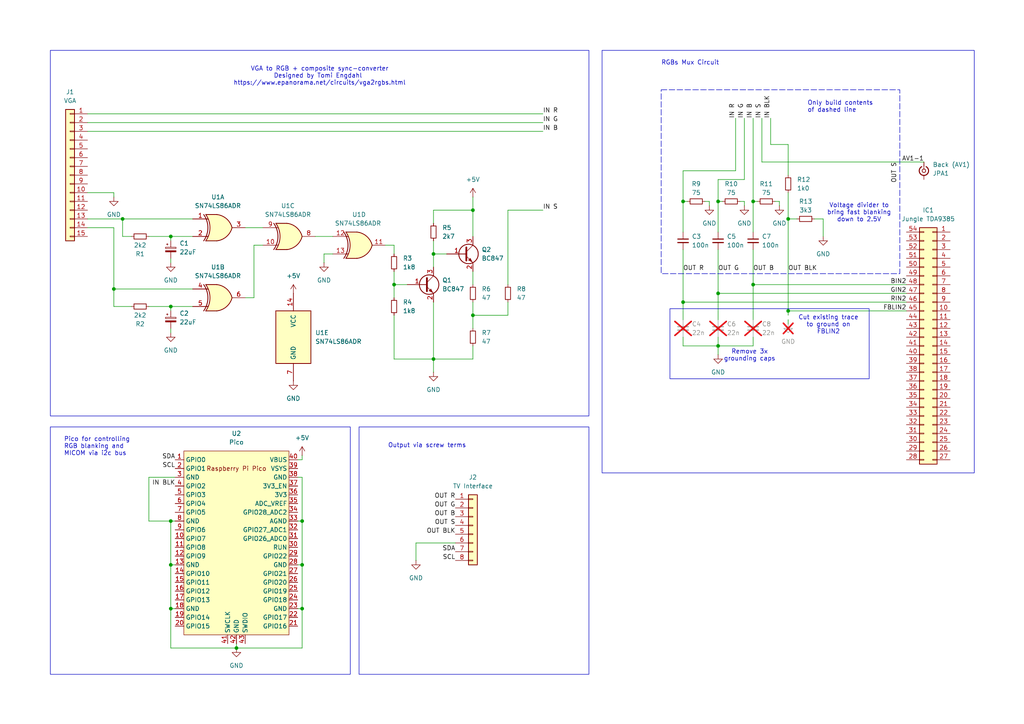
<source format=kicad_sch>
(kicad_sch
	(version 20231120)
	(generator "eeschema")
	(generator_version "8.0")
	(uuid "fe21c13a-8405-4e1e-9297-688e7d18d624")
	(paper "A4")
	(lib_symbols
		(symbol "74xx:74LS86"
			(pin_names
				(offset 1.016)
			)
			(exclude_from_sim no)
			(in_bom yes)
			(on_board yes)
			(property "Reference" "U"
				(at 0 1.27 0)
				(effects
					(font
						(size 1.27 1.27)
					)
				)
			)
			(property "Value" "74LS86"
				(at 0 -1.27 0)
				(effects
					(font
						(size 1.27 1.27)
					)
				)
			)
			(property "Footprint" ""
				(at 0 0 0)
				(effects
					(font
						(size 1.27 1.27)
					)
					(hide yes)
				)
			)
			(property "Datasheet" "74xx/74ls86.pdf"
				(at 0 0 0)
				(effects
					(font
						(size 1.27 1.27)
					)
					(hide yes)
				)
			)
			(property "Description" "Quad 2-input XOR"
				(at 0 0 0)
				(effects
					(font
						(size 1.27 1.27)
					)
					(hide yes)
				)
			)
			(property "ki_locked" ""
				(at 0 0 0)
				(effects
					(font
						(size 1.27 1.27)
					)
				)
			)
			(property "ki_keywords" "TTL XOR2"
				(at 0 0 0)
				(effects
					(font
						(size 1.27 1.27)
					)
					(hide yes)
				)
			)
			(property "ki_fp_filters" "DIP*W7.62mm*"
				(at 0 0 0)
				(effects
					(font
						(size 1.27 1.27)
					)
					(hide yes)
				)
			)
			(symbol "74LS86_1_0"
				(arc
					(start -4.4196 -3.81)
					(mid -3.2033 0)
					(end -4.4196 3.81)
					(stroke
						(width 0.254)
						(type default)
					)
					(fill
						(type none)
					)
				)
				(arc
					(start -3.81 -3.81)
					(mid -2.589 0)
					(end -3.81 3.81)
					(stroke
						(width 0.254)
						(type default)
					)
					(fill
						(type none)
					)
				)
				(arc
					(start -0.6096 -3.81)
					(mid 2.1842 -2.5851)
					(end 3.81 0)
					(stroke
						(width 0.254)
						(type default)
					)
					(fill
						(type background)
					)
				)
				(polyline
					(pts
						(xy -3.81 -3.81) (xy -0.635 -3.81)
					)
					(stroke
						(width 0.254)
						(type default)
					)
					(fill
						(type background)
					)
				)
				(polyline
					(pts
						(xy -3.81 3.81) (xy -0.635 3.81)
					)
					(stroke
						(width 0.254)
						(type default)
					)
					(fill
						(type background)
					)
				)
				(polyline
					(pts
						(xy -0.635 3.81) (xy -3.81 3.81) (xy -3.81 3.81) (xy -3.556 3.4036) (xy -3.0226 2.2606) (xy -2.6924 1.0414)
						(xy -2.6162 -0.254) (xy -2.7686 -1.4986) (xy -3.175 -2.7178) (xy -3.81 -3.81) (xy -3.81 -3.81)
						(xy -0.635 -3.81)
					)
					(stroke
						(width -25.4)
						(type default)
					)
					(fill
						(type background)
					)
				)
				(arc
					(start 3.81 0)
					(mid 2.1915 2.5936)
					(end -0.6096 3.81)
					(stroke
						(width 0.254)
						(type default)
					)
					(fill
						(type background)
					)
				)
				(pin input line
					(at -7.62 2.54 0)
					(length 4.445)
					(name "~"
						(effects
							(font
								(size 1.27 1.27)
							)
						)
					)
					(number "1"
						(effects
							(font
								(size 1.27 1.27)
							)
						)
					)
				)
				(pin input line
					(at -7.62 -2.54 0)
					(length 4.445)
					(name "~"
						(effects
							(font
								(size 1.27 1.27)
							)
						)
					)
					(number "2"
						(effects
							(font
								(size 1.27 1.27)
							)
						)
					)
				)
				(pin output line
					(at 7.62 0 180)
					(length 3.81)
					(name "~"
						(effects
							(font
								(size 1.27 1.27)
							)
						)
					)
					(number "3"
						(effects
							(font
								(size 1.27 1.27)
							)
						)
					)
				)
			)
			(symbol "74LS86_1_1"
				(polyline
					(pts
						(xy -3.81 -2.54) (xy -3.175 -2.54)
					)
					(stroke
						(width 0.1524)
						(type default)
					)
					(fill
						(type none)
					)
				)
				(polyline
					(pts
						(xy -3.81 2.54) (xy -3.175 2.54)
					)
					(stroke
						(width 0.1524)
						(type default)
					)
					(fill
						(type none)
					)
				)
			)
			(symbol "74LS86_2_0"
				(arc
					(start -4.4196 -3.81)
					(mid -3.2033 0)
					(end -4.4196 3.81)
					(stroke
						(width 0.254)
						(type default)
					)
					(fill
						(type none)
					)
				)
				(arc
					(start -3.81 -3.81)
					(mid -2.589 0)
					(end -3.81 3.81)
					(stroke
						(width 0.254)
						(type default)
					)
					(fill
						(type none)
					)
				)
				(arc
					(start -0.6096 -3.81)
					(mid 2.1842 -2.5851)
					(end 3.81 0)
					(stroke
						(width 0.254)
						(type default)
					)
					(fill
						(type background)
					)
				)
				(polyline
					(pts
						(xy -3.81 -3.81) (xy -0.635 -3.81)
					)
					(stroke
						(width 0.254)
						(type default)
					)
					(fill
						(type background)
					)
				)
				(polyline
					(pts
						(xy -3.81 3.81) (xy -0.635 3.81)
					)
					(stroke
						(width 0.254)
						(type default)
					)
					(fill
						(type background)
					)
				)
				(polyline
					(pts
						(xy -0.635 3.81) (xy -3.81 3.81) (xy -3.81 3.81) (xy -3.556 3.4036) (xy -3.0226 2.2606) (xy -2.6924 1.0414)
						(xy -2.6162 -0.254) (xy -2.7686 -1.4986) (xy -3.175 -2.7178) (xy -3.81 -3.81) (xy -3.81 -3.81)
						(xy -0.635 -3.81)
					)
					(stroke
						(width -25.4)
						(type default)
					)
					(fill
						(type background)
					)
				)
				(arc
					(start 3.81 0)
					(mid 2.1915 2.5936)
					(end -0.6096 3.81)
					(stroke
						(width 0.254)
						(type default)
					)
					(fill
						(type background)
					)
				)
				(pin input line
					(at -7.62 2.54 0)
					(length 4.445)
					(name "~"
						(effects
							(font
								(size 1.27 1.27)
							)
						)
					)
					(number "4"
						(effects
							(font
								(size 1.27 1.27)
							)
						)
					)
				)
				(pin input line
					(at -7.62 -2.54 0)
					(length 4.445)
					(name "~"
						(effects
							(font
								(size 1.27 1.27)
							)
						)
					)
					(number "5"
						(effects
							(font
								(size 1.27 1.27)
							)
						)
					)
				)
				(pin output line
					(at 7.62 0 180)
					(length 3.81)
					(name "~"
						(effects
							(font
								(size 1.27 1.27)
							)
						)
					)
					(number "6"
						(effects
							(font
								(size 1.27 1.27)
							)
						)
					)
				)
			)
			(symbol "74LS86_2_1"
				(polyline
					(pts
						(xy -3.81 -2.54) (xy -3.175 -2.54)
					)
					(stroke
						(width 0.1524)
						(type default)
					)
					(fill
						(type none)
					)
				)
				(polyline
					(pts
						(xy -3.81 2.54) (xy -3.175 2.54)
					)
					(stroke
						(width 0.1524)
						(type default)
					)
					(fill
						(type none)
					)
				)
			)
			(symbol "74LS86_3_0"
				(arc
					(start -4.4196 -3.81)
					(mid -3.2033 0)
					(end -4.4196 3.81)
					(stroke
						(width 0.254)
						(type default)
					)
					(fill
						(type none)
					)
				)
				(arc
					(start -3.81 -3.81)
					(mid -2.589 0)
					(end -3.81 3.81)
					(stroke
						(width 0.254)
						(type default)
					)
					(fill
						(type none)
					)
				)
				(arc
					(start -0.6096 -3.81)
					(mid 2.1842 -2.5851)
					(end 3.81 0)
					(stroke
						(width 0.254)
						(type default)
					)
					(fill
						(type background)
					)
				)
				(polyline
					(pts
						(xy -3.81 -3.81) (xy -0.635 -3.81)
					)
					(stroke
						(width 0.254)
						(type default)
					)
					(fill
						(type background)
					)
				)
				(polyline
					(pts
						(xy -3.81 3.81) (xy -0.635 3.81)
					)
					(stroke
						(width 0.254)
						(type default)
					)
					(fill
						(type background)
					)
				)
				(polyline
					(pts
						(xy -0.635 3.81) (xy -3.81 3.81) (xy -3.81 3.81) (xy -3.556 3.4036) (xy -3.0226 2.2606) (xy -2.6924 1.0414)
						(xy -2.6162 -0.254) (xy -2.7686 -1.4986) (xy -3.175 -2.7178) (xy -3.81 -3.81) (xy -3.81 -3.81)
						(xy -0.635 -3.81)
					)
					(stroke
						(width -25.4)
						(type default)
					)
					(fill
						(type background)
					)
				)
				(arc
					(start 3.81 0)
					(mid 2.1915 2.5936)
					(end -0.6096 3.81)
					(stroke
						(width 0.254)
						(type default)
					)
					(fill
						(type background)
					)
				)
				(pin input line
					(at -7.62 -2.54 0)
					(length 4.445)
					(name "~"
						(effects
							(font
								(size 1.27 1.27)
							)
						)
					)
					(number "10"
						(effects
							(font
								(size 1.27 1.27)
							)
						)
					)
				)
				(pin output line
					(at 7.62 0 180)
					(length 3.81)
					(name "~"
						(effects
							(font
								(size 1.27 1.27)
							)
						)
					)
					(number "8"
						(effects
							(font
								(size 1.27 1.27)
							)
						)
					)
				)
				(pin input line
					(at -7.62 2.54 0)
					(length 4.445)
					(name "~"
						(effects
							(font
								(size 1.27 1.27)
							)
						)
					)
					(number "9"
						(effects
							(font
								(size 1.27 1.27)
							)
						)
					)
				)
			)
			(symbol "74LS86_3_1"
				(polyline
					(pts
						(xy -3.81 -2.54) (xy -3.175 -2.54)
					)
					(stroke
						(width 0.1524)
						(type default)
					)
					(fill
						(type none)
					)
				)
				(polyline
					(pts
						(xy -3.81 2.54) (xy -3.175 2.54)
					)
					(stroke
						(width 0.1524)
						(type default)
					)
					(fill
						(type none)
					)
				)
			)
			(symbol "74LS86_4_0"
				(arc
					(start -4.4196 -3.81)
					(mid -3.2033 0)
					(end -4.4196 3.81)
					(stroke
						(width 0.254)
						(type default)
					)
					(fill
						(type none)
					)
				)
				(arc
					(start -3.81 -3.81)
					(mid -2.589 0)
					(end -3.81 3.81)
					(stroke
						(width 0.254)
						(type default)
					)
					(fill
						(type none)
					)
				)
				(arc
					(start -0.6096 -3.81)
					(mid 2.1842 -2.5851)
					(end 3.81 0)
					(stroke
						(width 0.254)
						(type default)
					)
					(fill
						(type background)
					)
				)
				(polyline
					(pts
						(xy -3.81 -3.81) (xy -0.635 -3.81)
					)
					(stroke
						(width 0.254)
						(type default)
					)
					(fill
						(type background)
					)
				)
				(polyline
					(pts
						(xy -3.81 3.81) (xy -0.635 3.81)
					)
					(stroke
						(width 0.254)
						(type default)
					)
					(fill
						(type background)
					)
				)
				(polyline
					(pts
						(xy -0.635 3.81) (xy -3.81 3.81) (xy -3.81 3.81) (xy -3.556 3.4036) (xy -3.0226 2.2606) (xy -2.6924 1.0414)
						(xy -2.6162 -0.254) (xy -2.7686 -1.4986) (xy -3.175 -2.7178) (xy -3.81 -3.81) (xy -3.81 -3.81)
						(xy -0.635 -3.81)
					)
					(stroke
						(width -25.4)
						(type default)
					)
					(fill
						(type background)
					)
				)
				(arc
					(start 3.81 0)
					(mid 2.1915 2.5936)
					(end -0.6096 3.81)
					(stroke
						(width 0.254)
						(type default)
					)
					(fill
						(type background)
					)
				)
				(pin output line
					(at 7.62 0 180)
					(length 3.81)
					(name "~"
						(effects
							(font
								(size 1.27 1.27)
							)
						)
					)
					(number "11"
						(effects
							(font
								(size 1.27 1.27)
							)
						)
					)
				)
				(pin input line
					(at -7.62 2.54 0)
					(length 4.445)
					(name "~"
						(effects
							(font
								(size 1.27 1.27)
							)
						)
					)
					(number "12"
						(effects
							(font
								(size 1.27 1.27)
							)
						)
					)
				)
				(pin input line
					(at -7.62 -2.54 0)
					(length 4.445)
					(name "~"
						(effects
							(font
								(size 1.27 1.27)
							)
						)
					)
					(number "13"
						(effects
							(font
								(size 1.27 1.27)
							)
						)
					)
				)
			)
			(symbol "74LS86_4_1"
				(polyline
					(pts
						(xy -3.81 -2.54) (xy -3.175 -2.54)
					)
					(stroke
						(width 0.1524)
						(type default)
					)
					(fill
						(type none)
					)
				)
				(polyline
					(pts
						(xy -3.81 2.54) (xy -3.175 2.54)
					)
					(stroke
						(width 0.1524)
						(type default)
					)
					(fill
						(type none)
					)
				)
			)
			(symbol "74LS86_5_0"
				(pin power_in line
					(at 0 12.7 270)
					(length 5.08)
					(name "VCC"
						(effects
							(font
								(size 1.27 1.27)
							)
						)
					)
					(number "14"
						(effects
							(font
								(size 1.27 1.27)
							)
						)
					)
				)
				(pin power_in line
					(at 0 -12.7 90)
					(length 5.08)
					(name "GND"
						(effects
							(font
								(size 1.27 1.27)
							)
						)
					)
					(number "7"
						(effects
							(font
								(size 1.27 1.27)
							)
						)
					)
				)
			)
			(symbol "74LS86_5_1"
				(rectangle
					(start -5.08 7.62)
					(end 5.08 -7.62)
					(stroke
						(width 0.254)
						(type default)
					)
					(fill
						(type background)
					)
				)
			)
		)
		(symbol "Connector:Conn_Coaxial_Small"
			(pin_numbers hide)
			(pin_names
				(offset 1.016) hide)
			(exclude_from_sim no)
			(in_bom yes)
			(on_board yes)
			(property "Reference" "J"
				(at 0.254 3.048 0)
				(effects
					(font
						(size 1.27 1.27)
					)
				)
			)
			(property "Value" "Conn_Coaxial_Small"
				(at 0 -3.81 0)
				(effects
					(font
						(size 1.27 1.27)
					)
				)
			)
			(property "Footprint" ""
				(at 0 0 0)
				(effects
					(font
						(size 1.27 1.27)
					)
					(hide yes)
				)
			)
			(property "Datasheet" " ~"
				(at 0 0 0)
				(effects
					(font
						(size 1.27 1.27)
					)
					(hide yes)
				)
			)
			(property "Description" "small coaxial connector (BNC, SMA, SMB, SMC, Cinch/RCA, LEMO, ...)"
				(at 0 0 0)
				(effects
					(font
						(size 1.27 1.27)
					)
					(hide yes)
				)
			)
			(property "ki_keywords" "BNC SMA SMB SMC LEMO coaxial connector CINCH RCA MCX MMCX U.FL UMRF"
				(at 0 0 0)
				(effects
					(font
						(size 1.27 1.27)
					)
					(hide yes)
				)
			)
			(property "ki_fp_filters" "*BNC* *SMA* *SMB* *SMC* *Cinch* *LEMO* *UMRF* *MCX* *U.FL*"
				(at 0 0 0)
				(effects
					(font
						(size 1.27 1.27)
					)
					(hide yes)
				)
			)
			(symbol "Conn_Coaxial_Small_0_1"
				(polyline
					(pts
						(xy -2.54 0) (xy -0.508 0)
					)
					(stroke
						(width 0)
						(type default)
					)
					(fill
						(type none)
					)
				)
				(circle
					(center 0 0)
					(radius 0.508)
					(stroke
						(width 0.2032)
						(type default)
					)
					(fill
						(type none)
					)
				)
			)
			(symbol "Conn_Coaxial_Small_1_1"
				(arc
					(start -1.1916 -0.6311)
					(mid 0.327 -1.3081)
					(end 1.3484 0.0039)
					(stroke
						(width 0.3048)
						(type default)
					)
					(fill
						(type none)
					)
				)
				(arc
					(start 1.3484 -0.0039)
					(mid 0.327 1.3081)
					(end -1.1916 0.6311)
					(stroke
						(width 0.3048)
						(type default)
					)
					(fill
						(type none)
					)
				)
				(pin passive line
					(at -2.54 0 0)
					(length 1.27)
					(name "In"
						(effects
							(font
								(size 1.27 1.27)
							)
						)
					)
					(number "1"
						(effects
							(font
								(size 1.27 1.27)
							)
						)
					)
				)
				(pin passive line
					(at 2.54 0 180)
					(length 1.27)
					(name "Ext"
						(effects
							(font
								(size 1.27 1.27)
							)
						)
					)
					(number "2"
						(effects
							(font
								(size 1.27 1.27)
							)
						)
					)
				)
			)
		)
		(symbol "Connector_Generic:Conn_01x08"
			(pin_names
				(offset 1.016) hide)
			(exclude_from_sim no)
			(in_bom yes)
			(on_board yes)
			(property "Reference" "J"
				(at 0 10.16 0)
				(effects
					(font
						(size 1.27 1.27)
					)
				)
			)
			(property "Value" "Conn_01x08"
				(at 0 -12.7 0)
				(effects
					(font
						(size 1.27 1.27)
					)
				)
			)
			(property "Footprint" ""
				(at 0 0 0)
				(effects
					(font
						(size 1.27 1.27)
					)
					(hide yes)
				)
			)
			(property "Datasheet" "~"
				(at 0 0 0)
				(effects
					(font
						(size 1.27 1.27)
					)
					(hide yes)
				)
			)
			(property "Description" "Generic connector, single row, 01x08, script generated (kicad-library-utils/schlib/autogen/connector/)"
				(at 0 0 0)
				(effects
					(font
						(size 1.27 1.27)
					)
					(hide yes)
				)
			)
			(property "ki_keywords" "connector"
				(at 0 0 0)
				(effects
					(font
						(size 1.27 1.27)
					)
					(hide yes)
				)
			)
			(property "ki_fp_filters" "Connector*:*_1x??_*"
				(at 0 0 0)
				(effects
					(font
						(size 1.27 1.27)
					)
					(hide yes)
				)
			)
			(symbol "Conn_01x08_1_1"
				(rectangle
					(start -1.27 -10.033)
					(end 0 -10.287)
					(stroke
						(width 0.1524)
						(type default)
					)
					(fill
						(type none)
					)
				)
				(rectangle
					(start -1.27 -7.493)
					(end 0 -7.747)
					(stroke
						(width 0.1524)
						(type default)
					)
					(fill
						(type none)
					)
				)
				(rectangle
					(start -1.27 -4.953)
					(end 0 -5.207)
					(stroke
						(width 0.1524)
						(type default)
					)
					(fill
						(type none)
					)
				)
				(rectangle
					(start -1.27 -2.413)
					(end 0 -2.667)
					(stroke
						(width 0.1524)
						(type default)
					)
					(fill
						(type none)
					)
				)
				(rectangle
					(start -1.27 0.127)
					(end 0 -0.127)
					(stroke
						(width 0.1524)
						(type default)
					)
					(fill
						(type none)
					)
				)
				(rectangle
					(start -1.27 2.667)
					(end 0 2.413)
					(stroke
						(width 0.1524)
						(type default)
					)
					(fill
						(type none)
					)
				)
				(rectangle
					(start -1.27 5.207)
					(end 0 4.953)
					(stroke
						(width 0.1524)
						(type default)
					)
					(fill
						(type none)
					)
				)
				(rectangle
					(start -1.27 7.747)
					(end 0 7.493)
					(stroke
						(width 0.1524)
						(type default)
					)
					(fill
						(type none)
					)
				)
				(rectangle
					(start -1.27 8.89)
					(end 1.27 -11.43)
					(stroke
						(width 0.254)
						(type default)
					)
					(fill
						(type background)
					)
				)
				(pin passive line
					(at -5.08 7.62 0)
					(length 3.81)
					(name "Pin_1"
						(effects
							(font
								(size 1.27 1.27)
							)
						)
					)
					(number "1"
						(effects
							(font
								(size 1.27 1.27)
							)
						)
					)
				)
				(pin passive line
					(at -5.08 5.08 0)
					(length 3.81)
					(name "Pin_2"
						(effects
							(font
								(size 1.27 1.27)
							)
						)
					)
					(number "2"
						(effects
							(font
								(size 1.27 1.27)
							)
						)
					)
				)
				(pin passive line
					(at -5.08 2.54 0)
					(length 3.81)
					(name "Pin_3"
						(effects
							(font
								(size 1.27 1.27)
							)
						)
					)
					(number "3"
						(effects
							(font
								(size 1.27 1.27)
							)
						)
					)
				)
				(pin passive line
					(at -5.08 0 0)
					(length 3.81)
					(name "Pin_4"
						(effects
							(font
								(size 1.27 1.27)
							)
						)
					)
					(number "4"
						(effects
							(font
								(size 1.27 1.27)
							)
						)
					)
				)
				(pin passive line
					(at -5.08 -2.54 0)
					(length 3.81)
					(name "Pin_5"
						(effects
							(font
								(size 1.27 1.27)
							)
						)
					)
					(number "5"
						(effects
							(font
								(size 1.27 1.27)
							)
						)
					)
				)
				(pin passive line
					(at -5.08 -5.08 0)
					(length 3.81)
					(name "Pin_6"
						(effects
							(font
								(size 1.27 1.27)
							)
						)
					)
					(number "6"
						(effects
							(font
								(size 1.27 1.27)
							)
						)
					)
				)
				(pin passive line
					(at -5.08 -7.62 0)
					(length 3.81)
					(name "Pin_7"
						(effects
							(font
								(size 1.27 1.27)
							)
						)
					)
					(number "7"
						(effects
							(font
								(size 1.27 1.27)
							)
						)
					)
				)
				(pin passive line
					(at -5.08 -10.16 0)
					(length 3.81)
					(name "Pin_8"
						(effects
							(font
								(size 1.27 1.27)
							)
						)
					)
					(number "8"
						(effects
							(font
								(size 1.27 1.27)
							)
						)
					)
				)
			)
		)
		(symbol "Connector_Generic:Conn_01x15"
			(pin_names
				(offset 1.016) hide)
			(exclude_from_sim no)
			(in_bom yes)
			(on_board yes)
			(property "Reference" "J"
				(at 0 20.32 0)
				(effects
					(font
						(size 1.27 1.27)
					)
				)
			)
			(property "Value" "Conn_01x15"
				(at 0 -20.32 0)
				(effects
					(font
						(size 1.27 1.27)
					)
				)
			)
			(property "Footprint" ""
				(at 0 0 0)
				(effects
					(font
						(size 1.27 1.27)
					)
					(hide yes)
				)
			)
			(property "Datasheet" "~"
				(at 0 0 0)
				(effects
					(font
						(size 1.27 1.27)
					)
					(hide yes)
				)
			)
			(property "Description" "Generic connector, single row, 01x15, script generated (kicad-library-utils/schlib/autogen/connector/)"
				(at 0 0 0)
				(effects
					(font
						(size 1.27 1.27)
					)
					(hide yes)
				)
			)
			(property "ki_keywords" "connector"
				(at 0 0 0)
				(effects
					(font
						(size 1.27 1.27)
					)
					(hide yes)
				)
			)
			(property "ki_fp_filters" "Connector*:*_1x??_*"
				(at 0 0 0)
				(effects
					(font
						(size 1.27 1.27)
					)
					(hide yes)
				)
			)
			(symbol "Conn_01x15_1_1"
				(rectangle
					(start -1.27 -17.653)
					(end 0 -17.907)
					(stroke
						(width 0.1524)
						(type default)
					)
					(fill
						(type none)
					)
				)
				(rectangle
					(start -1.27 -15.113)
					(end 0 -15.367)
					(stroke
						(width 0.1524)
						(type default)
					)
					(fill
						(type none)
					)
				)
				(rectangle
					(start -1.27 -12.573)
					(end 0 -12.827)
					(stroke
						(width 0.1524)
						(type default)
					)
					(fill
						(type none)
					)
				)
				(rectangle
					(start -1.27 -10.033)
					(end 0 -10.287)
					(stroke
						(width 0.1524)
						(type default)
					)
					(fill
						(type none)
					)
				)
				(rectangle
					(start -1.27 -7.493)
					(end 0 -7.747)
					(stroke
						(width 0.1524)
						(type default)
					)
					(fill
						(type none)
					)
				)
				(rectangle
					(start -1.27 -4.953)
					(end 0 -5.207)
					(stroke
						(width 0.1524)
						(type default)
					)
					(fill
						(type none)
					)
				)
				(rectangle
					(start -1.27 -2.413)
					(end 0 -2.667)
					(stroke
						(width 0.1524)
						(type default)
					)
					(fill
						(type none)
					)
				)
				(rectangle
					(start -1.27 0.127)
					(end 0 -0.127)
					(stroke
						(width 0.1524)
						(type default)
					)
					(fill
						(type none)
					)
				)
				(rectangle
					(start -1.27 2.667)
					(end 0 2.413)
					(stroke
						(width 0.1524)
						(type default)
					)
					(fill
						(type none)
					)
				)
				(rectangle
					(start -1.27 5.207)
					(end 0 4.953)
					(stroke
						(width 0.1524)
						(type default)
					)
					(fill
						(type none)
					)
				)
				(rectangle
					(start -1.27 7.747)
					(end 0 7.493)
					(stroke
						(width 0.1524)
						(type default)
					)
					(fill
						(type none)
					)
				)
				(rectangle
					(start -1.27 10.287)
					(end 0 10.033)
					(stroke
						(width 0.1524)
						(type default)
					)
					(fill
						(type none)
					)
				)
				(rectangle
					(start -1.27 12.827)
					(end 0 12.573)
					(stroke
						(width 0.1524)
						(type default)
					)
					(fill
						(type none)
					)
				)
				(rectangle
					(start -1.27 15.367)
					(end 0 15.113)
					(stroke
						(width 0.1524)
						(type default)
					)
					(fill
						(type none)
					)
				)
				(rectangle
					(start -1.27 17.907)
					(end 0 17.653)
					(stroke
						(width 0.1524)
						(type default)
					)
					(fill
						(type none)
					)
				)
				(rectangle
					(start -1.27 19.05)
					(end 1.27 -19.05)
					(stroke
						(width 0.254)
						(type default)
					)
					(fill
						(type background)
					)
				)
				(pin passive line
					(at -5.08 17.78 0)
					(length 3.81)
					(name "Pin_1"
						(effects
							(font
								(size 1.27 1.27)
							)
						)
					)
					(number "1"
						(effects
							(font
								(size 1.27 1.27)
							)
						)
					)
				)
				(pin passive line
					(at -5.08 -5.08 0)
					(length 3.81)
					(name "Pin_10"
						(effects
							(font
								(size 1.27 1.27)
							)
						)
					)
					(number "10"
						(effects
							(font
								(size 1.27 1.27)
							)
						)
					)
				)
				(pin passive line
					(at -5.08 -7.62 0)
					(length 3.81)
					(name "Pin_11"
						(effects
							(font
								(size 1.27 1.27)
							)
						)
					)
					(number "11"
						(effects
							(font
								(size 1.27 1.27)
							)
						)
					)
				)
				(pin passive line
					(at -5.08 -10.16 0)
					(length 3.81)
					(name "Pin_12"
						(effects
							(font
								(size 1.27 1.27)
							)
						)
					)
					(number "12"
						(effects
							(font
								(size 1.27 1.27)
							)
						)
					)
				)
				(pin passive line
					(at -5.08 -12.7 0)
					(length 3.81)
					(name "Pin_13"
						(effects
							(font
								(size 1.27 1.27)
							)
						)
					)
					(number "13"
						(effects
							(font
								(size 1.27 1.27)
							)
						)
					)
				)
				(pin passive line
					(at -5.08 -15.24 0)
					(length 3.81)
					(name "Pin_14"
						(effects
							(font
								(size 1.27 1.27)
							)
						)
					)
					(number "14"
						(effects
							(font
								(size 1.27 1.27)
							)
						)
					)
				)
				(pin passive line
					(at -5.08 -17.78 0)
					(length 3.81)
					(name "Pin_15"
						(effects
							(font
								(size 1.27 1.27)
							)
						)
					)
					(number "15"
						(effects
							(font
								(size 1.27 1.27)
							)
						)
					)
				)
				(pin passive line
					(at -5.08 15.24 0)
					(length 3.81)
					(name "Pin_2"
						(effects
							(font
								(size 1.27 1.27)
							)
						)
					)
					(number "2"
						(effects
							(font
								(size 1.27 1.27)
							)
						)
					)
				)
				(pin passive line
					(at -5.08 12.7 0)
					(length 3.81)
					(name "Pin_3"
						(effects
							(font
								(size 1.27 1.27)
							)
						)
					)
					(number "3"
						(effects
							(font
								(size 1.27 1.27)
							)
						)
					)
				)
				(pin passive line
					(at -5.08 10.16 0)
					(length 3.81)
					(name "Pin_4"
						(effects
							(font
								(size 1.27 1.27)
							)
						)
					)
					(number "4"
						(effects
							(font
								(size 1.27 1.27)
							)
						)
					)
				)
				(pin passive line
					(at -5.08 7.62 0)
					(length 3.81)
					(name "Pin_5"
						(effects
							(font
								(size 1.27 1.27)
							)
						)
					)
					(number "5"
						(effects
							(font
								(size 1.27 1.27)
							)
						)
					)
				)
				(pin passive line
					(at -5.08 5.08 0)
					(length 3.81)
					(name "Pin_6"
						(effects
							(font
								(size 1.27 1.27)
							)
						)
					)
					(number "6"
						(effects
							(font
								(size 1.27 1.27)
							)
						)
					)
				)
				(pin passive line
					(at -5.08 2.54 0)
					(length 3.81)
					(name "Pin_7"
						(effects
							(font
								(size 1.27 1.27)
							)
						)
					)
					(number "7"
						(effects
							(font
								(size 1.27 1.27)
							)
						)
					)
				)
				(pin passive line
					(at -5.08 0 0)
					(length 3.81)
					(name "Pin_8"
						(effects
							(font
								(size 1.27 1.27)
							)
						)
					)
					(number "8"
						(effects
							(font
								(size 1.27 1.27)
							)
						)
					)
				)
				(pin passive line
					(at -5.08 -2.54 0)
					(length 3.81)
					(name "Pin_9"
						(effects
							(font
								(size 1.27 1.27)
							)
						)
					)
					(number "9"
						(effects
							(font
								(size 1.27 1.27)
							)
						)
					)
				)
			)
		)
		(symbol "Connector_Generic:Conn_02x27_Counter_Clockwise"
			(pin_names
				(offset 1.016) hide)
			(exclude_from_sim no)
			(in_bom yes)
			(on_board yes)
			(property "Reference" "J"
				(at 1.27 35.56 0)
				(effects
					(font
						(size 1.27 1.27)
					)
				)
			)
			(property "Value" "Conn_02x27_Counter_Clockwise"
				(at 1.27 -35.56 0)
				(effects
					(font
						(size 1.27 1.27)
					)
				)
			)
			(property "Footprint" ""
				(at 0 0 0)
				(effects
					(font
						(size 1.27 1.27)
					)
					(hide yes)
				)
			)
			(property "Datasheet" "~"
				(at 0 0 0)
				(effects
					(font
						(size 1.27 1.27)
					)
					(hide yes)
				)
			)
			(property "Description" "Generic connector, double row, 02x27, counter clockwise pin numbering scheme (similar to DIP package numbering), script generated (kicad-library-utils/schlib/autogen/connector/)"
				(at 0 0 0)
				(effects
					(font
						(size 1.27 1.27)
					)
					(hide yes)
				)
			)
			(property "ki_keywords" "connector"
				(at 0 0 0)
				(effects
					(font
						(size 1.27 1.27)
					)
					(hide yes)
				)
			)
			(property "ki_fp_filters" "Connector*:*_2x??_*"
				(at 0 0 0)
				(effects
					(font
						(size 1.27 1.27)
					)
					(hide yes)
				)
			)
			(symbol "Conn_02x27_Counter_Clockwise_1_1"
				(rectangle
					(start -1.27 -32.893)
					(end 0 -33.147)
					(stroke
						(width 0.1524)
						(type default)
					)
					(fill
						(type none)
					)
				)
				(rectangle
					(start -1.27 -30.353)
					(end 0 -30.607)
					(stroke
						(width 0.1524)
						(type default)
					)
					(fill
						(type none)
					)
				)
				(rectangle
					(start -1.27 -27.813)
					(end 0 -28.067)
					(stroke
						(width 0.1524)
						(type default)
					)
					(fill
						(type none)
					)
				)
				(rectangle
					(start -1.27 -25.273)
					(end 0 -25.527)
					(stroke
						(width 0.1524)
						(type default)
					)
					(fill
						(type none)
					)
				)
				(rectangle
					(start -1.27 -22.733)
					(end 0 -22.987)
					(stroke
						(width 0.1524)
						(type default)
					)
					(fill
						(type none)
					)
				)
				(rectangle
					(start -1.27 -20.193)
					(end 0 -20.447)
					(stroke
						(width 0.1524)
						(type default)
					)
					(fill
						(type none)
					)
				)
				(rectangle
					(start -1.27 -17.653)
					(end 0 -17.907)
					(stroke
						(width 0.1524)
						(type default)
					)
					(fill
						(type none)
					)
				)
				(rectangle
					(start -1.27 -15.113)
					(end 0 -15.367)
					(stroke
						(width 0.1524)
						(type default)
					)
					(fill
						(type none)
					)
				)
				(rectangle
					(start -1.27 -12.573)
					(end 0 -12.827)
					(stroke
						(width 0.1524)
						(type default)
					)
					(fill
						(type none)
					)
				)
				(rectangle
					(start -1.27 -10.033)
					(end 0 -10.287)
					(stroke
						(width 0.1524)
						(type default)
					)
					(fill
						(type none)
					)
				)
				(rectangle
					(start -1.27 -7.493)
					(end 0 -7.747)
					(stroke
						(width 0.1524)
						(type default)
					)
					(fill
						(type none)
					)
				)
				(rectangle
					(start -1.27 -4.953)
					(end 0 -5.207)
					(stroke
						(width 0.1524)
						(type default)
					)
					(fill
						(type none)
					)
				)
				(rectangle
					(start -1.27 -2.413)
					(end 0 -2.667)
					(stroke
						(width 0.1524)
						(type default)
					)
					(fill
						(type none)
					)
				)
				(rectangle
					(start -1.27 0.127)
					(end 0 -0.127)
					(stroke
						(width 0.1524)
						(type default)
					)
					(fill
						(type none)
					)
				)
				(rectangle
					(start -1.27 2.667)
					(end 0 2.413)
					(stroke
						(width 0.1524)
						(type default)
					)
					(fill
						(type none)
					)
				)
				(rectangle
					(start -1.27 5.207)
					(end 0 4.953)
					(stroke
						(width 0.1524)
						(type default)
					)
					(fill
						(type none)
					)
				)
				(rectangle
					(start -1.27 7.747)
					(end 0 7.493)
					(stroke
						(width 0.1524)
						(type default)
					)
					(fill
						(type none)
					)
				)
				(rectangle
					(start -1.27 10.287)
					(end 0 10.033)
					(stroke
						(width 0.1524)
						(type default)
					)
					(fill
						(type none)
					)
				)
				(rectangle
					(start -1.27 12.827)
					(end 0 12.573)
					(stroke
						(width 0.1524)
						(type default)
					)
					(fill
						(type none)
					)
				)
				(rectangle
					(start -1.27 15.367)
					(end 0 15.113)
					(stroke
						(width 0.1524)
						(type default)
					)
					(fill
						(type none)
					)
				)
				(rectangle
					(start -1.27 17.907)
					(end 0 17.653)
					(stroke
						(width 0.1524)
						(type default)
					)
					(fill
						(type none)
					)
				)
				(rectangle
					(start -1.27 20.447)
					(end 0 20.193)
					(stroke
						(width 0.1524)
						(type default)
					)
					(fill
						(type none)
					)
				)
				(rectangle
					(start -1.27 22.987)
					(end 0 22.733)
					(stroke
						(width 0.1524)
						(type default)
					)
					(fill
						(type none)
					)
				)
				(rectangle
					(start -1.27 25.527)
					(end 0 25.273)
					(stroke
						(width 0.1524)
						(type default)
					)
					(fill
						(type none)
					)
				)
				(rectangle
					(start -1.27 28.067)
					(end 0 27.813)
					(stroke
						(width 0.1524)
						(type default)
					)
					(fill
						(type none)
					)
				)
				(rectangle
					(start -1.27 30.607)
					(end 0 30.353)
					(stroke
						(width 0.1524)
						(type default)
					)
					(fill
						(type none)
					)
				)
				(rectangle
					(start -1.27 33.147)
					(end 0 32.893)
					(stroke
						(width 0.1524)
						(type default)
					)
					(fill
						(type none)
					)
				)
				(rectangle
					(start -1.27 34.29)
					(end 3.81 -34.29)
					(stroke
						(width 0.254)
						(type default)
					)
					(fill
						(type background)
					)
				)
				(rectangle
					(start 3.81 -32.893)
					(end 2.54 -33.147)
					(stroke
						(width 0.1524)
						(type default)
					)
					(fill
						(type none)
					)
				)
				(rectangle
					(start 3.81 -30.353)
					(end 2.54 -30.607)
					(stroke
						(width 0.1524)
						(type default)
					)
					(fill
						(type none)
					)
				)
				(rectangle
					(start 3.81 -27.813)
					(end 2.54 -28.067)
					(stroke
						(width 0.1524)
						(type default)
					)
					(fill
						(type none)
					)
				)
				(rectangle
					(start 3.81 -25.273)
					(end 2.54 -25.527)
					(stroke
						(width 0.1524)
						(type default)
					)
					(fill
						(type none)
					)
				)
				(rectangle
					(start 3.81 -22.733)
					(end 2.54 -22.987)
					(stroke
						(width 0.1524)
						(type default)
					)
					(fill
						(type none)
					)
				)
				(rectangle
					(start 3.81 -20.193)
					(end 2.54 -20.447)
					(stroke
						(width 0.1524)
						(type default)
					)
					(fill
						(type none)
					)
				)
				(rectangle
					(start 3.81 -17.653)
					(end 2.54 -17.907)
					(stroke
						(width 0.1524)
						(type default)
					)
					(fill
						(type none)
					)
				)
				(rectangle
					(start 3.81 -15.113)
					(end 2.54 -15.367)
					(stroke
						(width 0.1524)
						(type default)
					)
					(fill
						(type none)
					)
				)
				(rectangle
					(start 3.81 -12.573)
					(end 2.54 -12.827)
					(stroke
						(width 0.1524)
						(type default)
					)
					(fill
						(type none)
					)
				)
				(rectangle
					(start 3.81 -10.033)
					(end 2.54 -10.287)
					(stroke
						(width 0.1524)
						(type default)
					)
					(fill
						(type none)
					)
				)
				(rectangle
					(start 3.81 -7.493)
					(end 2.54 -7.747)
					(stroke
						(width 0.1524)
						(type default)
					)
					(fill
						(type none)
					)
				)
				(rectangle
					(start 3.81 -4.953)
					(end 2.54 -5.207)
					(stroke
						(width 0.1524)
						(type default)
					)
					(fill
						(type none)
					)
				)
				(rectangle
					(start 3.81 -2.413)
					(end 2.54 -2.667)
					(stroke
						(width 0.1524)
						(type default)
					)
					(fill
						(type none)
					)
				)
				(rectangle
					(start 3.81 0.127)
					(end 2.54 -0.127)
					(stroke
						(width 0.1524)
						(type default)
					)
					(fill
						(type none)
					)
				)
				(rectangle
					(start 3.81 2.667)
					(end 2.54 2.413)
					(stroke
						(width 0.1524)
						(type default)
					)
					(fill
						(type none)
					)
				)
				(rectangle
					(start 3.81 5.207)
					(end 2.54 4.953)
					(stroke
						(width 0.1524)
						(type default)
					)
					(fill
						(type none)
					)
				)
				(rectangle
					(start 3.81 7.747)
					(end 2.54 7.493)
					(stroke
						(width 0.1524)
						(type default)
					)
					(fill
						(type none)
					)
				)
				(rectangle
					(start 3.81 10.287)
					(end 2.54 10.033)
					(stroke
						(width 0.1524)
						(type default)
					)
					(fill
						(type none)
					)
				)
				(rectangle
					(start 3.81 12.827)
					(end 2.54 12.573)
					(stroke
						(width 0.1524)
						(type default)
					)
					(fill
						(type none)
					)
				)
				(rectangle
					(start 3.81 15.367)
					(end 2.54 15.113)
					(stroke
						(width 0.1524)
						(type default)
					)
					(fill
						(type none)
					)
				)
				(rectangle
					(start 3.81 17.907)
					(end 2.54 17.653)
					(stroke
						(width 0.1524)
						(type default)
					)
					(fill
						(type none)
					)
				)
				(rectangle
					(start 3.81 20.447)
					(end 2.54 20.193)
					(stroke
						(width 0.1524)
						(type default)
					)
					(fill
						(type none)
					)
				)
				(rectangle
					(start 3.81 22.987)
					(end 2.54 22.733)
					(stroke
						(width 0.1524)
						(type default)
					)
					(fill
						(type none)
					)
				)
				(rectangle
					(start 3.81 25.527)
					(end 2.54 25.273)
					(stroke
						(width 0.1524)
						(type default)
					)
					(fill
						(type none)
					)
				)
				(rectangle
					(start 3.81 28.067)
					(end 2.54 27.813)
					(stroke
						(width 0.1524)
						(type default)
					)
					(fill
						(type none)
					)
				)
				(rectangle
					(start 3.81 30.607)
					(end 2.54 30.353)
					(stroke
						(width 0.1524)
						(type default)
					)
					(fill
						(type none)
					)
				)
				(rectangle
					(start 3.81 33.147)
					(end 2.54 32.893)
					(stroke
						(width 0.1524)
						(type default)
					)
					(fill
						(type none)
					)
				)
				(pin passive line
					(at -5.08 33.02 0)
					(length 3.81)
					(name "Pin_1"
						(effects
							(font
								(size 1.27 1.27)
							)
						)
					)
					(number "1"
						(effects
							(font
								(size 1.27 1.27)
							)
						)
					)
				)
				(pin passive line
					(at -5.08 10.16 0)
					(length 3.81)
					(name "Pin_10"
						(effects
							(font
								(size 1.27 1.27)
							)
						)
					)
					(number "10"
						(effects
							(font
								(size 1.27 1.27)
							)
						)
					)
				)
				(pin passive line
					(at -5.08 7.62 0)
					(length 3.81)
					(name "Pin_11"
						(effects
							(font
								(size 1.27 1.27)
							)
						)
					)
					(number "11"
						(effects
							(font
								(size 1.27 1.27)
							)
						)
					)
				)
				(pin passive line
					(at -5.08 5.08 0)
					(length 3.81)
					(name "Pin_12"
						(effects
							(font
								(size 1.27 1.27)
							)
						)
					)
					(number "12"
						(effects
							(font
								(size 1.27 1.27)
							)
						)
					)
				)
				(pin passive line
					(at -5.08 2.54 0)
					(length 3.81)
					(name "Pin_13"
						(effects
							(font
								(size 1.27 1.27)
							)
						)
					)
					(number "13"
						(effects
							(font
								(size 1.27 1.27)
							)
						)
					)
				)
				(pin passive line
					(at -5.08 0 0)
					(length 3.81)
					(name "Pin_14"
						(effects
							(font
								(size 1.27 1.27)
							)
						)
					)
					(number "14"
						(effects
							(font
								(size 1.27 1.27)
							)
						)
					)
				)
				(pin passive line
					(at -5.08 -2.54 0)
					(length 3.81)
					(name "Pin_15"
						(effects
							(font
								(size 1.27 1.27)
							)
						)
					)
					(number "15"
						(effects
							(font
								(size 1.27 1.27)
							)
						)
					)
				)
				(pin passive line
					(at -5.08 -5.08 0)
					(length 3.81)
					(name "Pin_16"
						(effects
							(font
								(size 1.27 1.27)
							)
						)
					)
					(number "16"
						(effects
							(font
								(size 1.27 1.27)
							)
						)
					)
				)
				(pin passive line
					(at -5.08 -7.62 0)
					(length 3.81)
					(name "Pin_17"
						(effects
							(font
								(size 1.27 1.27)
							)
						)
					)
					(number "17"
						(effects
							(font
								(size 1.27 1.27)
							)
						)
					)
				)
				(pin passive line
					(at -5.08 -10.16 0)
					(length 3.81)
					(name "Pin_18"
						(effects
							(font
								(size 1.27 1.27)
							)
						)
					)
					(number "18"
						(effects
							(font
								(size 1.27 1.27)
							)
						)
					)
				)
				(pin passive line
					(at -5.08 -12.7 0)
					(length 3.81)
					(name "Pin_19"
						(effects
							(font
								(size 1.27 1.27)
							)
						)
					)
					(number "19"
						(effects
							(font
								(size 1.27 1.27)
							)
						)
					)
				)
				(pin passive line
					(at -5.08 30.48 0)
					(length 3.81)
					(name "Pin_2"
						(effects
							(font
								(size 1.27 1.27)
							)
						)
					)
					(number "2"
						(effects
							(font
								(size 1.27 1.27)
							)
						)
					)
				)
				(pin passive line
					(at -5.08 -15.24 0)
					(length 3.81)
					(name "Pin_20"
						(effects
							(font
								(size 1.27 1.27)
							)
						)
					)
					(number "20"
						(effects
							(font
								(size 1.27 1.27)
							)
						)
					)
				)
				(pin passive line
					(at -5.08 -17.78 0)
					(length 3.81)
					(name "Pin_21"
						(effects
							(font
								(size 1.27 1.27)
							)
						)
					)
					(number "21"
						(effects
							(font
								(size 1.27 1.27)
							)
						)
					)
				)
				(pin passive line
					(at -5.08 -20.32 0)
					(length 3.81)
					(name "Pin_22"
						(effects
							(font
								(size 1.27 1.27)
							)
						)
					)
					(number "22"
						(effects
							(font
								(size 1.27 1.27)
							)
						)
					)
				)
				(pin passive line
					(at -5.08 -22.86 0)
					(length 3.81)
					(name "Pin_23"
						(effects
							(font
								(size 1.27 1.27)
							)
						)
					)
					(number "23"
						(effects
							(font
								(size 1.27 1.27)
							)
						)
					)
				)
				(pin passive line
					(at -5.08 -25.4 0)
					(length 3.81)
					(name "Pin_24"
						(effects
							(font
								(size 1.27 1.27)
							)
						)
					)
					(number "24"
						(effects
							(font
								(size 1.27 1.27)
							)
						)
					)
				)
				(pin passive line
					(at -5.08 -27.94 0)
					(length 3.81)
					(name "Pin_25"
						(effects
							(font
								(size 1.27 1.27)
							)
						)
					)
					(number "25"
						(effects
							(font
								(size 1.27 1.27)
							)
						)
					)
				)
				(pin passive line
					(at -5.08 -30.48 0)
					(length 3.81)
					(name "Pin_26"
						(effects
							(font
								(size 1.27 1.27)
							)
						)
					)
					(number "26"
						(effects
							(font
								(size 1.27 1.27)
							)
						)
					)
				)
				(pin passive line
					(at -5.08 -33.02 0)
					(length 3.81)
					(name "Pin_27"
						(effects
							(font
								(size 1.27 1.27)
							)
						)
					)
					(number "27"
						(effects
							(font
								(size 1.27 1.27)
							)
						)
					)
				)
				(pin passive line
					(at 7.62 -33.02 180)
					(length 3.81)
					(name "Pin_28"
						(effects
							(font
								(size 1.27 1.27)
							)
						)
					)
					(number "28"
						(effects
							(font
								(size 1.27 1.27)
							)
						)
					)
				)
				(pin passive line
					(at 7.62 -30.48 180)
					(length 3.81)
					(name "Pin_29"
						(effects
							(font
								(size 1.27 1.27)
							)
						)
					)
					(number "29"
						(effects
							(font
								(size 1.27 1.27)
							)
						)
					)
				)
				(pin passive line
					(at -5.08 27.94 0)
					(length 3.81)
					(name "Pin_3"
						(effects
							(font
								(size 1.27 1.27)
							)
						)
					)
					(number "3"
						(effects
							(font
								(size 1.27 1.27)
							)
						)
					)
				)
				(pin passive line
					(at 7.62 -27.94 180)
					(length 3.81)
					(name "Pin_30"
						(effects
							(font
								(size 1.27 1.27)
							)
						)
					)
					(number "30"
						(effects
							(font
								(size 1.27 1.27)
							)
						)
					)
				)
				(pin passive line
					(at 7.62 -25.4 180)
					(length 3.81)
					(name "Pin_31"
						(effects
							(font
								(size 1.27 1.27)
							)
						)
					)
					(number "31"
						(effects
							(font
								(size 1.27 1.27)
							)
						)
					)
				)
				(pin passive line
					(at 7.62 -22.86 180)
					(length 3.81)
					(name "Pin_32"
						(effects
							(font
								(size 1.27 1.27)
							)
						)
					)
					(number "32"
						(effects
							(font
								(size 1.27 1.27)
							)
						)
					)
				)
				(pin passive line
					(at 7.62 -20.32 180)
					(length 3.81)
					(name "Pin_33"
						(effects
							(font
								(size 1.27 1.27)
							)
						)
					)
					(number "33"
						(effects
							(font
								(size 1.27 1.27)
							)
						)
					)
				)
				(pin passive line
					(at 7.62 -17.78 180)
					(length 3.81)
					(name "Pin_34"
						(effects
							(font
								(size 1.27 1.27)
							)
						)
					)
					(number "34"
						(effects
							(font
								(size 1.27 1.27)
							)
						)
					)
				)
				(pin passive line
					(at 7.62 -15.24 180)
					(length 3.81)
					(name "Pin_35"
						(effects
							(font
								(size 1.27 1.27)
							)
						)
					)
					(number "35"
						(effects
							(font
								(size 1.27 1.27)
							)
						)
					)
				)
				(pin passive line
					(at 7.62 -12.7 180)
					(length 3.81)
					(name "Pin_36"
						(effects
							(font
								(size 1.27 1.27)
							)
						)
					)
					(number "36"
						(effects
							(font
								(size 1.27 1.27)
							)
						)
					)
				)
				(pin passive line
					(at 7.62 -10.16 180)
					(length 3.81)
					(name "Pin_37"
						(effects
							(font
								(size 1.27 1.27)
							)
						)
					)
					(number "37"
						(effects
							(font
								(size 1.27 1.27)
							)
						)
					)
				)
				(pin passive line
					(at 7.62 -7.62 180)
					(length 3.81)
					(name "Pin_38"
						(effects
							(font
								(size 1.27 1.27)
							)
						)
					)
					(number "38"
						(effects
							(font
								(size 1.27 1.27)
							)
						)
					)
				)
				(pin passive line
					(at 7.62 -5.08 180)
					(length 3.81)
					(name "Pin_39"
						(effects
							(font
								(size 1.27 1.27)
							)
						)
					)
					(number "39"
						(effects
							(font
								(size 1.27 1.27)
							)
						)
					)
				)
				(pin passive line
					(at -5.08 25.4 0)
					(length 3.81)
					(name "Pin_4"
						(effects
							(font
								(size 1.27 1.27)
							)
						)
					)
					(number "4"
						(effects
							(font
								(size 1.27 1.27)
							)
						)
					)
				)
				(pin passive line
					(at 7.62 -2.54 180)
					(length 3.81)
					(name "Pin_40"
						(effects
							(font
								(size 1.27 1.27)
							)
						)
					)
					(number "40"
						(effects
							(font
								(size 1.27 1.27)
							)
						)
					)
				)
				(pin passive line
					(at 7.62 0 180)
					(length 3.81)
					(name "Pin_41"
						(effects
							(font
								(size 1.27 1.27)
							)
						)
					)
					(number "41"
						(effects
							(font
								(size 1.27 1.27)
							)
						)
					)
				)
				(pin passive line
					(at 7.62 2.54 180)
					(length 3.81)
					(name "Pin_42"
						(effects
							(font
								(size 1.27 1.27)
							)
						)
					)
					(number "42"
						(effects
							(font
								(size 1.27 1.27)
							)
						)
					)
				)
				(pin passive line
					(at 7.62 5.08 180)
					(length 3.81)
					(name "Pin_43"
						(effects
							(font
								(size 1.27 1.27)
							)
						)
					)
					(number "43"
						(effects
							(font
								(size 1.27 1.27)
							)
						)
					)
				)
				(pin passive line
					(at 7.62 7.62 180)
					(length 3.81)
					(name "Pin_44"
						(effects
							(font
								(size 1.27 1.27)
							)
						)
					)
					(number "44"
						(effects
							(font
								(size 1.27 1.27)
							)
						)
					)
				)
				(pin passive line
					(at 7.62 10.16 180)
					(length 3.81)
					(name "Pin_45"
						(effects
							(font
								(size 1.27 1.27)
							)
						)
					)
					(number "45"
						(effects
							(font
								(size 1.27 1.27)
							)
						)
					)
				)
				(pin passive line
					(at 7.62 12.7 180)
					(length 3.81)
					(name "Pin_46"
						(effects
							(font
								(size 1.27 1.27)
							)
						)
					)
					(number "46"
						(effects
							(font
								(size 1.27 1.27)
							)
						)
					)
				)
				(pin passive line
					(at 7.62 15.24 180)
					(length 3.81)
					(name "Pin_47"
						(effects
							(font
								(size 1.27 1.27)
							)
						)
					)
					(number "47"
						(effects
							(font
								(size 1.27 1.27)
							)
						)
					)
				)
				(pin passive line
					(at 7.62 17.78 180)
					(length 3.81)
					(name "Pin_48"
						(effects
							(font
								(size 1.27 1.27)
							)
						)
					)
					(number "48"
						(effects
							(font
								(size 1.27 1.27)
							)
						)
					)
				)
				(pin passive line
					(at 7.62 20.32 180)
					(length 3.81)
					(name "Pin_49"
						(effects
							(font
								(size 1.27 1.27)
							)
						)
					)
					(number "49"
						(effects
							(font
								(size 1.27 1.27)
							)
						)
					)
				)
				(pin passive line
					(at -5.08 22.86 0)
					(length 3.81)
					(name "Pin_5"
						(effects
							(font
								(size 1.27 1.27)
							)
						)
					)
					(number "5"
						(effects
							(font
								(size 1.27 1.27)
							)
						)
					)
				)
				(pin passive line
					(at 7.62 22.86 180)
					(length 3.81)
					(name "Pin_50"
						(effects
							(font
								(size 1.27 1.27)
							)
						)
					)
					(number "50"
						(effects
							(font
								(size 1.27 1.27)
							)
						)
					)
				)
				(pin passive line
					(at 7.62 25.4 180)
					(length 3.81)
					(name "Pin_51"
						(effects
							(font
								(size 1.27 1.27)
							)
						)
					)
					(number "51"
						(effects
							(font
								(size 1.27 1.27)
							)
						)
					)
				)
				(pin passive line
					(at 7.62 27.94 180)
					(length 3.81)
					(name "Pin_52"
						(effects
							(font
								(size 1.27 1.27)
							)
						)
					)
					(number "52"
						(effects
							(font
								(size 1.27 1.27)
							)
						)
					)
				)
				(pin passive line
					(at 7.62 30.48 180)
					(length 3.81)
					(name "Pin_53"
						(effects
							(font
								(size 1.27 1.27)
							)
						)
					)
					(number "53"
						(effects
							(font
								(size 1.27 1.27)
							)
						)
					)
				)
				(pin passive line
					(at 7.62 33.02 180)
					(length 3.81)
					(name "Pin_54"
						(effects
							(font
								(size 1.27 1.27)
							)
						)
					)
					(number "54"
						(effects
							(font
								(size 1.27 1.27)
							)
						)
					)
				)
				(pin passive line
					(at -5.08 20.32 0)
					(length 3.81)
					(name "Pin_6"
						(effects
							(font
								(size 1.27 1.27)
							)
						)
					)
					(number "6"
						(effects
							(font
								(size 1.27 1.27)
							)
						)
					)
				)
				(pin passive line
					(at -5.08 17.78 0)
					(length 3.81)
					(name "Pin_7"
						(effects
							(font
								(size 1.27 1.27)
							)
						)
					)
					(number "7"
						(effects
							(font
								(size 1.27 1.27)
							)
						)
					)
				)
				(pin passive line
					(at -5.08 15.24 0)
					(length 3.81)
					(name "Pin_8"
						(effects
							(font
								(size 1.27 1.27)
							)
						)
					)
					(number "8"
						(effects
							(font
								(size 1.27 1.27)
							)
						)
					)
				)
				(pin passive line
					(at -5.08 12.7 0)
					(length 3.81)
					(name "Pin_9"
						(effects
							(font
								(size 1.27 1.27)
							)
						)
					)
					(number "9"
						(effects
							(font
								(size 1.27 1.27)
							)
						)
					)
				)
			)
		)
		(symbol "Device:C_Polarized_Small"
			(pin_numbers hide)
			(pin_names
				(offset 0.254) hide)
			(exclude_from_sim no)
			(in_bom yes)
			(on_board yes)
			(property "Reference" "C"
				(at 0.254 1.778 0)
				(effects
					(font
						(size 1.27 1.27)
					)
					(justify left)
				)
			)
			(property "Value" "C_Polarized_Small"
				(at 0.254 -2.032 0)
				(effects
					(font
						(size 1.27 1.27)
					)
					(justify left)
				)
			)
			(property "Footprint" ""
				(at 0 0 0)
				(effects
					(font
						(size 1.27 1.27)
					)
					(hide yes)
				)
			)
			(property "Datasheet" "~"
				(at 0 0 0)
				(effects
					(font
						(size 1.27 1.27)
					)
					(hide yes)
				)
			)
			(property "Description" "Polarized capacitor, small symbol"
				(at 0 0 0)
				(effects
					(font
						(size 1.27 1.27)
					)
					(hide yes)
				)
			)
			(property "ki_keywords" "cap capacitor"
				(at 0 0 0)
				(effects
					(font
						(size 1.27 1.27)
					)
					(hide yes)
				)
			)
			(property "ki_fp_filters" "CP_*"
				(at 0 0 0)
				(effects
					(font
						(size 1.27 1.27)
					)
					(hide yes)
				)
			)
			(symbol "C_Polarized_Small_0_1"
				(rectangle
					(start -1.524 -0.3048)
					(end 1.524 -0.6858)
					(stroke
						(width 0)
						(type default)
					)
					(fill
						(type outline)
					)
				)
				(rectangle
					(start -1.524 0.6858)
					(end 1.524 0.3048)
					(stroke
						(width 0)
						(type default)
					)
					(fill
						(type none)
					)
				)
				(polyline
					(pts
						(xy -1.27 1.524) (xy -0.762 1.524)
					)
					(stroke
						(width 0)
						(type default)
					)
					(fill
						(type none)
					)
				)
				(polyline
					(pts
						(xy -1.016 1.27) (xy -1.016 1.778)
					)
					(stroke
						(width 0)
						(type default)
					)
					(fill
						(type none)
					)
				)
			)
			(symbol "C_Polarized_Small_1_1"
				(pin passive line
					(at 0 2.54 270)
					(length 1.8542)
					(name "~"
						(effects
							(font
								(size 1.27 1.27)
							)
						)
					)
					(number "1"
						(effects
							(font
								(size 1.27 1.27)
							)
						)
					)
				)
				(pin passive line
					(at 0 -2.54 90)
					(length 1.8542)
					(name "~"
						(effects
							(font
								(size 1.27 1.27)
							)
						)
					)
					(number "2"
						(effects
							(font
								(size 1.27 1.27)
							)
						)
					)
				)
			)
		)
		(symbol "Device:C_Small"
			(pin_numbers hide)
			(pin_names
				(offset 0.254) hide)
			(exclude_from_sim no)
			(in_bom yes)
			(on_board yes)
			(property "Reference" "C"
				(at 0.254 1.778 0)
				(effects
					(font
						(size 1.27 1.27)
					)
					(justify left)
				)
			)
			(property "Value" "C_Small"
				(at 0.254 -2.032 0)
				(effects
					(font
						(size 1.27 1.27)
					)
					(justify left)
				)
			)
			(property "Footprint" ""
				(at 0 0 0)
				(effects
					(font
						(size 1.27 1.27)
					)
					(hide yes)
				)
			)
			(property "Datasheet" "~"
				(at 0 0 0)
				(effects
					(font
						(size 1.27 1.27)
					)
					(hide yes)
				)
			)
			(property "Description" "Unpolarized capacitor, small symbol"
				(at 0 0 0)
				(effects
					(font
						(size 1.27 1.27)
					)
					(hide yes)
				)
			)
			(property "ki_keywords" "capacitor cap"
				(at 0 0 0)
				(effects
					(font
						(size 1.27 1.27)
					)
					(hide yes)
				)
			)
			(property "ki_fp_filters" "C_*"
				(at 0 0 0)
				(effects
					(font
						(size 1.27 1.27)
					)
					(hide yes)
				)
			)
			(symbol "C_Small_0_1"
				(polyline
					(pts
						(xy -1.524 -0.508) (xy 1.524 -0.508)
					)
					(stroke
						(width 0.3302)
						(type default)
					)
					(fill
						(type none)
					)
				)
				(polyline
					(pts
						(xy -1.524 0.508) (xy 1.524 0.508)
					)
					(stroke
						(width 0.3048)
						(type default)
					)
					(fill
						(type none)
					)
				)
			)
			(symbol "C_Small_1_1"
				(pin passive line
					(at 0 2.54 270)
					(length 2.032)
					(name "~"
						(effects
							(font
								(size 1.27 1.27)
							)
						)
					)
					(number "1"
						(effects
							(font
								(size 1.27 1.27)
							)
						)
					)
				)
				(pin passive line
					(at 0 -2.54 90)
					(length 2.032)
					(name "~"
						(effects
							(font
								(size 1.27 1.27)
							)
						)
					)
					(number "2"
						(effects
							(font
								(size 1.27 1.27)
							)
						)
					)
				)
			)
		)
		(symbol "Device:R_Small"
			(pin_numbers hide)
			(pin_names
				(offset 0.254) hide)
			(exclude_from_sim no)
			(in_bom yes)
			(on_board yes)
			(property "Reference" "R"
				(at 0.762 0.508 0)
				(effects
					(font
						(size 1.27 1.27)
					)
					(justify left)
				)
			)
			(property "Value" "R_Small"
				(at 0.762 -1.016 0)
				(effects
					(font
						(size 1.27 1.27)
					)
					(justify left)
				)
			)
			(property "Footprint" ""
				(at 0 0 0)
				(effects
					(font
						(size 1.27 1.27)
					)
					(hide yes)
				)
			)
			(property "Datasheet" "~"
				(at 0 0 0)
				(effects
					(font
						(size 1.27 1.27)
					)
					(hide yes)
				)
			)
			(property "Description" "Resistor, small symbol"
				(at 0 0 0)
				(effects
					(font
						(size 1.27 1.27)
					)
					(hide yes)
				)
			)
			(property "ki_keywords" "R resistor"
				(at 0 0 0)
				(effects
					(font
						(size 1.27 1.27)
					)
					(hide yes)
				)
			)
			(property "ki_fp_filters" "R_*"
				(at 0 0 0)
				(effects
					(font
						(size 1.27 1.27)
					)
					(hide yes)
				)
			)
			(symbol "R_Small_0_1"
				(rectangle
					(start -0.762 1.778)
					(end 0.762 -1.778)
					(stroke
						(width 0.2032)
						(type default)
					)
					(fill
						(type none)
					)
				)
			)
			(symbol "R_Small_1_1"
				(pin passive line
					(at 0 2.54 270)
					(length 0.762)
					(name "~"
						(effects
							(font
								(size 1.27 1.27)
							)
						)
					)
					(number "1"
						(effects
							(font
								(size 1.27 1.27)
							)
						)
					)
				)
				(pin passive line
					(at 0 -2.54 90)
					(length 0.762)
					(name "~"
						(effects
							(font
								(size 1.27 1.27)
							)
						)
					)
					(number "2"
						(effects
							(font
								(size 1.27 1.27)
							)
						)
					)
				)
			)
		)
		(symbol "MCU_RaspberryPi_and_Boards:Pico"
			(exclude_from_sim no)
			(in_bom yes)
			(on_board yes)
			(property "Reference" "U"
				(at -13.97 27.94 0)
				(effects
					(font
						(size 1.27 1.27)
					)
				)
			)
			(property "Value" "Pico"
				(at 0 19.05 0)
				(effects
					(font
						(size 1.27 1.27)
					)
				)
			)
			(property "Footprint" "RPi_Pico:RPi_Pico_SMD_TH"
				(at 0 0 90)
				(effects
					(font
						(size 1.27 1.27)
					)
					(hide yes)
				)
			)
			(property "Datasheet" ""
				(at 0 0 0)
				(effects
					(font
						(size 1.27 1.27)
					)
					(hide yes)
				)
			)
			(property "Description" ""
				(at 0 0 0)
				(effects
					(font
						(size 1.27 1.27)
					)
					(hide yes)
				)
			)
			(symbol "Pico_0_0"
				(text "Raspberry Pi Pico"
					(at 0 21.59 0)
					(effects
						(font
							(size 1.27 1.27)
						)
					)
				)
			)
			(symbol "Pico_0_1"
				(rectangle
					(start -15.24 26.67)
					(end 15.24 -26.67)
					(stroke
						(width 0)
						(type default)
					)
					(fill
						(type background)
					)
				)
			)
			(symbol "Pico_1_1"
				(pin bidirectional line
					(at -17.78 24.13 0)
					(length 2.54)
					(name "GPIO0"
						(effects
							(font
								(size 1.27 1.27)
							)
						)
					)
					(number "1"
						(effects
							(font
								(size 1.27 1.27)
							)
						)
					)
				)
				(pin bidirectional line
					(at -17.78 1.27 0)
					(length 2.54)
					(name "GPIO7"
						(effects
							(font
								(size 1.27 1.27)
							)
						)
					)
					(number "10"
						(effects
							(font
								(size 1.27 1.27)
							)
						)
					)
				)
				(pin bidirectional line
					(at -17.78 -1.27 0)
					(length 2.54)
					(name "GPIO8"
						(effects
							(font
								(size 1.27 1.27)
							)
						)
					)
					(number "11"
						(effects
							(font
								(size 1.27 1.27)
							)
						)
					)
				)
				(pin bidirectional line
					(at -17.78 -3.81 0)
					(length 2.54)
					(name "GPIO9"
						(effects
							(font
								(size 1.27 1.27)
							)
						)
					)
					(number "12"
						(effects
							(font
								(size 1.27 1.27)
							)
						)
					)
				)
				(pin power_in line
					(at -17.78 -6.35 0)
					(length 2.54)
					(name "GND"
						(effects
							(font
								(size 1.27 1.27)
							)
						)
					)
					(number "13"
						(effects
							(font
								(size 1.27 1.27)
							)
						)
					)
				)
				(pin bidirectional line
					(at -17.78 -8.89 0)
					(length 2.54)
					(name "GPIO10"
						(effects
							(font
								(size 1.27 1.27)
							)
						)
					)
					(number "14"
						(effects
							(font
								(size 1.27 1.27)
							)
						)
					)
				)
				(pin bidirectional line
					(at -17.78 -11.43 0)
					(length 2.54)
					(name "GPIO11"
						(effects
							(font
								(size 1.27 1.27)
							)
						)
					)
					(number "15"
						(effects
							(font
								(size 1.27 1.27)
							)
						)
					)
				)
				(pin bidirectional line
					(at -17.78 -13.97 0)
					(length 2.54)
					(name "GPIO12"
						(effects
							(font
								(size 1.27 1.27)
							)
						)
					)
					(number "16"
						(effects
							(font
								(size 1.27 1.27)
							)
						)
					)
				)
				(pin bidirectional line
					(at -17.78 -16.51 0)
					(length 2.54)
					(name "GPIO13"
						(effects
							(font
								(size 1.27 1.27)
							)
						)
					)
					(number "17"
						(effects
							(font
								(size 1.27 1.27)
							)
						)
					)
				)
				(pin power_in line
					(at -17.78 -19.05 0)
					(length 2.54)
					(name "GND"
						(effects
							(font
								(size 1.27 1.27)
							)
						)
					)
					(number "18"
						(effects
							(font
								(size 1.27 1.27)
							)
						)
					)
				)
				(pin bidirectional line
					(at -17.78 -21.59 0)
					(length 2.54)
					(name "GPIO14"
						(effects
							(font
								(size 1.27 1.27)
							)
						)
					)
					(number "19"
						(effects
							(font
								(size 1.27 1.27)
							)
						)
					)
				)
				(pin bidirectional line
					(at -17.78 21.59 0)
					(length 2.54)
					(name "GPIO1"
						(effects
							(font
								(size 1.27 1.27)
							)
						)
					)
					(number "2"
						(effects
							(font
								(size 1.27 1.27)
							)
						)
					)
				)
				(pin bidirectional line
					(at -17.78 -24.13 0)
					(length 2.54)
					(name "GPIO15"
						(effects
							(font
								(size 1.27 1.27)
							)
						)
					)
					(number "20"
						(effects
							(font
								(size 1.27 1.27)
							)
						)
					)
				)
				(pin bidirectional line
					(at 17.78 -24.13 180)
					(length 2.54)
					(name "GPIO16"
						(effects
							(font
								(size 1.27 1.27)
							)
						)
					)
					(number "21"
						(effects
							(font
								(size 1.27 1.27)
							)
						)
					)
				)
				(pin bidirectional line
					(at 17.78 -21.59 180)
					(length 2.54)
					(name "GPIO17"
						(effects
							(font
								(size 1.27 1.27)
							)
						)
					)
					(number "22"
						(effects
							(font
								(size 1.27 1.27)
							)
						)
					)
				)
				(pin power_in line
					(at 17.78 -19.05 180)
					(length 2.54)
					(name "GND"
						(effects
							(font
								(size 1.27 1.27)
							)
						)
					)
					(number "23"
						(effects
							(font
								(size 1.27 1.27)
							)
						)
					)
				)
				(pin bidirectional line
					(at 17.78 -16.51 180)
					(length 2.54)
					(name "GPIO18"
						(effects
							(font
								(size 1.27 1.27)
							)
						)
					)
					(number "24"
						(effects
							(font
								(size 1.27 1.27)
							)
						)
					)
				)
				(pin bidirectional line
					(at 17.78 -13.97 180)
					(length 2.54)
					(name "GPIO19"
						(effects
							(font
								(size 1.27 1.27)
							)
						)
					)
					(number "25"
						(effects
							(font
								(size 1.27 1.27)
							)
						)
					)
				)
				(pin bidirectional line
					(at 17.78 -11.43 180)
					(length 2.54)
					(name "GPIO20"
						(effects
							(font
								(size 1.27 1.27)
							)
						)
					)
					(number "26"
						(effects
							(font
								(size 1.27 1.27)
							)
						)
					)
				)
				(pin bidirectional line
					(at 17.78 -8.89 180)
					(length 2.54)
					(name "GPIO21"
						(effects
							(font
								(size 1.27 1.27)
							)
						)
					)
					(number "27"
						(effects
							(font
								(size 1.27 1.27)
							)
						)
					)
				)
				(pin power_in line
					(at 17.78 -6.35 180)
					(length 2.54)
					(name "GND"
						(effects
							(font
								(size 1.27 1.27)
							)
						)
					)
					(number "28"
						(effects
							(font
								(size 1.27 1.27)
							)
						)
					)
				)
				(pin bidirectional line
					(at 17.78 -3.81 180)
					(length 2.54)
					(name "GPIO22"
						(effects
							(font
								(size 1.27 1.27)
							)
						)
					)
					(number "29"
						(effects
							(font
								(size 1.27 1.27)
							)
						)
					)
				)
				(pin power_in line
					(at -17.78 19.05 0)
					(length 2.54)
					(name "GND"
						(effects
							(font
								(size 1.27 1.27)
							)
						)
					)
					(number "3"
						(effects
							(font
								(size 1.27 1.27)
							)
						)
					)
				)
				(pin input line
					(at 17.78 -1.27 180)
					(length 2.54)
					(name "RUN"
						(effects
							(font
								(size 1.27 1.27)
							)
						)
					)
					(number "30"
						(effects
							(font
								(size 1.27 1.27)
							)
						)
					)
				)
				(pin bidirectional line
					(at 17.78 1.27 180)
					(length 2.54)
					(name "GPIO26_ADC0"
						(effects
							(font
								(size 1.27 1.27)
							)
						)
					)
					(number "31"
						(effects
							(font
								(size 1.27 1.27)
							)
						)
					)
				)
				(pin bidirectional line
					(at 17.78 3.81 180)
					(length 2.54)
					(name "GPIO27_ADC1"
						(effects
							(font
								(size 1.27 1.27)
							)
						)
					)
					(number "32"
						(effects
							(font
								(size 1.27 1.27)
							)
						)
					)
				)
				(pin power_in line
					(at 17.78 6.35 180)
					(length 2.54)
					(name "AGND"
						(effects
							(font
								(size 1.27 1.27)
							)
						)
					)
					(number "33"
						(effects
							(font
								(size 1.27 1.27)
							)
						)
					)
				)
				(pin bidirectional line
					(at 17.78 8.89 180)
					(length 2.54)
					(name "GPIO28_ADC2"
						(effects
							(font
								(size 1.27 1.27)
							)
						)
					)
					(number "34"
						(effects
							(font
								(size 1.27 1.27)
							)
						)
					)
				)
				(pin power_in line
					(at 17.78 11.43 180)
					(length 2.54)
					(name "ADC_VREF"
						(effects
							(font
								(size 1.27 1.27)
							)
						)
					)
					(number "35"
						(effects
							(font
								(size 1.27 1.27)
							)
						)
					)
				)
				(pin power_in line
					(at 17.78 13.97 180)
					(length 2.54)
					(name "3V3"
						(effects
							(font
								(size 1.27 1.27)
							)
						)
					)
					(number "36"
						(effects
							(font
								(size 1.27 1.27)
							)
						)
					)
				)
				(pin input line
					(at 17.78 16.51 180)
					(length 2.54)
					(name "3V3_EN"
						(effects
							(font
								(size 1.27 1.27)
							)
						)
					)
					(number "37"
						(effects
							(font
								(size 1.27 1.27)
							)
						)
					)
				)
				(pin bidirectional line
					(at 17.78 19.05 180)
					(length 2.54)
					(name "GND"
						(effects
							(font
								(size 1.27 1.27)
							)
						)
					)
					(number "38"
						(effects
							(font
								(size 1.27 1.27)
							)
						)
					)
				)
				(pin power_in line
					(at 17.78 21.59 180)
					(length 2.54)
					(name "VSYS"
						(effects
							(font
								(size 1.27 1.27)
							)
						)
					)
					(number "39"
						(effects
							(font
								(size 1.27 1.27)
							)
						)
					)
				)
				(pin bidirectional line
					(at -17.78 16.51 0)
					(length 2.54)
					(name "GPIO2"
						(effects
							(font
								(size 1.27 1.27)
							)
						)
					)
					(number "4"
						(effects
							(font
								(size 1.27 1.27)
							)
						)
					)
				)
				(pin power_in line
					(at 17.78 24.13 180)
					(length 2.54)
					(name "VBUS"
						(effects
							(font
								(size 1.27 1.27)
							)
						)
					)
					(number "40"
						(effects
							(font
								(size 1.27 1.27)
							)
						)
					)
				)
				(pin input line
					(at -2.54 -29.21 90)
					(length 2.54)
					(name "SWCLK"
						(effects
							(font
								(size 1.27 1.27)
							)
						)
					)
					(number "41"
						(effects
							(font
								(size 1.27 1.27)
							)
						)
					)
				)
				(pin power_in line
					(at 0 -29.21 90)
					(length 2.54)
					(name "GND"
						(effects
							(font
								(size 1.27 1.27)
							)
						)
					)
					(number "42"
						(effects
							(font
								(size 1.27 1.27)
							)
						)
					)
				)
				(pin bidirectional line
					(at 2.54 -29.21 90)
					(length 2.54)
					(name "SWDIO"
						(effects
							(font
								(size 1.27 1.27)
							)
						)
					)
					(number "43"
						(effects
							(font
								(size 1.27 1.27)
							)
						)
					)
				)
				(pin bidirectional line
					(at -17.78 13.97 0)
					(length 2.54)
					(name "GPIO3"
						(effects
							(font
								(size 1.27 1.27)
							)
						)
					)
					(number "5"
						(effects
							(font
								(size 1.27 1.27)
							)
						)
					)
				)
				(pin bidirectional line
					(at -17.78 11.43 0)
					(length 2.54)
					(name "GPIO4"
						(effects
							(font
								(size 1.27 1.27)
							)
						)
					)
					(number "6"
						(effects
							(font
								(size 1.27 1.27)
							)
						)
					)
				)
				(pin bidirectional line
					(at -17.78 8.89 0)
					(length 2.54)
					(name "GPIO5"
						(effects
							(font
								(size 1.27 1.27)
							)
						)
					)
					(number "7"
						(effects
							(font
								(size 1.27 1.27)
							)
						)
					)
				)
				(pin power_in line
					(at -17.78 6.35 0)
					(length 2.54)
					(name "GND"
						(effects
							(font
								(size 1.27 1.27)
							)
						)
					)
					(number "8"
						(effects
							(font
								(size 1.27 1.27)
							)
						)
					)
				)
				(pin bidirectional line
					(at -17.78 3.81 0)
					(length 2.54)
					(name "GPIO6"
						(effects
							(font
								(size 1.27 1.27)
							)
						)
					)
					(number "9"
						(effects
							(font
								(size 1.27 1.27)
							)
						)
					)
				)
			)
		)
		(symbol "Transistor_BJT:BC847"
			(pin_names
				(offset 0) hide)
			(exclude_from_sim no)
			(in_bom yes)
			(on_board yes)
			(property "Reference" "Q"
				(at 5.08 1.905 0)
				(effects
					(font
						(size 1.27 1.27)
					)
					(justify left)
				)
			)
			(property "Value" "BC847"
				(at 5.08 0 0)
				(effects
					(font
						(size 1.27 1.27)
					)
					(justify left)
				)
			)
			(property "Footprint" "Package_TO_SOT_SMD:SOT-23"
				(at 5.08 -1.905 0)
				(effects
					(font
						(size 1.27 1.27)
						(italic yes)
					)
					(justify left)
					(hide yes)
				)
			)
			(property "Datasheet" "http://www.infineon.com/dgdl/Infineon-BC847SERIES_BC848SERIES_BC849SERIES_BC850SERIES-DS-v01_01-en.pdf?fileId=db3a304314dca389011541d4630a1657"
				(at 0 0 0)
				(effects
					(font
						(size 1.27 1.27)
					)
					(justify left)
					(hide yes)
				)
			)
			(property "Description" "0.1A Ic, 45V Vce, NPN Transistor, SOT-23"
				(at 0 0 0)
				(effects
					(font
						(size 1.27 1.27)
					)
					(hide yes)
				)
			)
			(property "ki_keywords" "NPN Small Signal Transistor"
				(at 0 0 0)
				(effects
					(font
						(size 1.27 1.27)
					)
					(hide yes)
				)
			)
			(property "ki_fp_filters" "SOT?23*"
				(at 0 0 0)
				(effects
					(font
						(size 1.27 1.27)
					)
					(hide yes)
				)
			)
			(symbol "BC847_0_1"
				(polyline
					(pts
						(xy 0.635 0.635) (xy 2.54 2.54)
					)
					(stroke
						(width 0)
						(type default)
					)
					(fill
						(type none)
					)
				)
				(polyline
					(pts
						(xy 0.635 -0.635) (xy 2.54 -2.54) (xy 2.54 -2.54)
					)
					(stroke
						(width 0)
						(type default)
					)
					(fill
						(type none)
					)
				)
				(polyline
					(pts
						(xy 0.635 1.905) (xy 0.635 -1.905) (xy 0.635 -1.905)
					)
					(stroke
						(width 0.508)
						(type default)
					)
					(fill
						(type none)
					)
				)
				(polyline
					(pts
						(xy 1.27 -1.778) (xy 1.778 -1.27) (xy 2.286 -2.286) (xy 1.27 -1.778) (xy 1.27 -1.778)
					)
					(stroke
						(width 0)
						(type default)
					)
					(fill
						(type outline)
					)
				)
				(circle
					(center 1.27 0)
					(radius 2.8194)
					(stroke
						(width 0.254)
						(type default)
					)
					(fill
						(type none)
					)
				)
			)
			(symbol "BC847_1_1"
				(pin input line
					(at -5.08 0 0)
					(length 5.715)
					(name "B"
						(effects
							(font
								(size 1.27 1.27)
							)
						)
					)
					(number "1"
						(effects
							(font
								(size 1.27 1.27)
							)
						)
					)
				)
				(pin passive line
					(at 2.54 -5.08 90)
					(length 2.54)
					(name "E"
						(effects
							(font
								(size 1.27 1.27)
							)
						)
					)
					(number "2"
						(effects
							(font
								(size 1.27 1.27)
							)
						)
					)
				)
				(pin passive line
					(at 2.54 5.08 270)
					(length 2.54)
					(name "C"
						(effects
							(font
								(size 1.27 1.27)
							)
						)
					)
					(number "3"
						(effects
							(font
								(size 1.27 1.27)
							)
						)
					)
				)
			)
		)
		(symbol "power:+5V"
			(power)
			(pin_numbers hide)
			(pin_names
				(offset 0) hide)
			(exclude_from_sim no)
			(in_bom yes)
			(on_board yes)
			(property "Reference" "#PWR"
				(at 0 -3.81 0)
				(effects
					(font
						(size 1.27 1.27)
					)
					(hide yes)
				)
			)
			(property "Value" "+5V"
				(at 0 3.556 0)
				(effects
					(font
						(size 1.27 1.27)
					)
				)
			)
			(property "Footprint" ""
				(at 0 0 0)
				(effects
					(font
						(size 1.27 1.27)
					)
					(hide yes)
				)
			)
			(property "Datasheet" ""
				(at 0 0 0)
				(effects
					(font
						(size 1.27 1.27)
					)
					(hide yes)
				)
			)
			(property "Description" "Power symbol creates a global label with name \"+5V\""
				(at 0 0 0)
				(effects
					(font
						(size 1.27 1.27)
					)
					(hide yes)
				)
			)
			(property "ki_keywords" "global power"
				(at 0 0 0)
				(effects
					(font
						(size 1.27 1.27)
					)
					(hide yes)
				)
			)
			(symbol "+5V_0_1"
				(polyline
					(pts
						(xy -0.762 1.27) (xy 0 2.54)
					)
					(stroke
						(width 0)
						(type default)
					)
					(fill
						(type none)
					)
				)
				(polyline
					(pts
						(xy 0 0) (xy 0 2.54)
					)
					(stroke
						(width 0)
						(type default)
					)
					(fill
						(type none)
					)
				)
				(polyline
					(pts
						(xy 0 2.54) (xy 0.762 1.27)
					)
					(stroke
						(width 0)
						(type default)
					)
					(fill
						(type none)
					)
				)
			)
			(symbol "+5V_1_1"
				(pin power_in line
					(at 0 0 90)
					(length 0)
					(name "~"
						(effects
							(font
								(size 1.27 1.27)
							)
						)
					)
					(number "1"
						(effects
							(font
								(size 1.27 1.27)
							)
						)
					)
				)
			)
		)
		(symbol "power:GND"
			(power)
			(pin_numbers hide)
			(pin_names
				(offset 0) hide)
			(exclude_from_sim no)
			(in_bom yes)
			(on_board yes)
			(property "Reference" "#PWR"
				(at 0 -6.35 0)
				(effects
					(font
						(size 1.27 1.27)
					)
					(hide yes)
				)
			)
			(property "Value" "GND"
				(at 0 -3.81 0)
				(effects
					(font
						(size 1.27 1.27)
					)
				)
			)
			(property "Footprint" ""
				(at 0 0 0)
				(effects
					(font
						(size 1.27 1.27)
					)
					(hide yes)
				)
			)
			(property "Datasheet" ""
				(at 0 0 0)
				(effects
					(font
						(size 1.27 1.27)
					)
					(hide yes)
				)
			)
			(property "Description" "Power symbol creates a global label with name \"GND\" , ground"
				(at 0 0 0)
				(effects
					(font
						(size 1.27 1.27)
					)
					(hide yes)
				)
			)
			(property "ki_keywords" "global power"
				(at 0 0 0)
				(effects
					(font
						(size 1.27 1.27)
					)
					(hide yes)
				)
			)
			(symbol "GND_0_1"
				(polyline
					(pts
						(xy 0 0) (xy 0 -1.27) (xy 1.27 -1.27) (xy 0 -2.54) (xy -1.27 -1.27) (xy 0 -1.27)
					)
					(stroke
						(width 0)
						(type default)
					)
					(fill
						(type none)
					)
				)
			)
			(symbol "GND_1_1"
				(pin power_in line
					(at 0 0 270)
					(length 0)
					(name "~"
						(effects
							(font
								(size 1.27 1.27)
							)
						)
					)
					(number "1"
						(effects
							(font
								(size 1.27 1.27)
							)
						)
					)
				)
			)
		)
	)
	(junction
		(at 49.53 68.58)
		(diameter 0)
		(color 0 0 0 0)
		(uuid "036d46cc-2e96-4e83-b0b7-51727a7eac53")
	)
	(junction
		(at 208.28 100.33)
		(diameter 0)
		(color 0 0 0 0)
		(uuid "0cc25d0f-8be1-4f46-9693-e8d1cbead95b")
	)
	(junction
		(at 125.73 104.14)
		(diameter 0)
		(color 0 0 0 0)
		(uuid "1cbc86eb-4076-4b5b-b63b-acfdf5225964")
	)
	(junction
		(at 87.63 163.83)
		(diameter 0)
		(color 0 0 0 0)
		(uuid "1fc2f33f-e411-4075-8069-0e04896d9eb1")
	)
	(junction
		(at 208.28 85.09)
		(diameter 0)
		(color 0 0 0 0)
		(uuid "271b8432-72d3-4f70-90aa-ea64d0365a26")
	)
	(junction
		(at 87.63 176.53)
		(diameter 0)
		(color 0 0 0 0)
		(uuid "2e9cd7ff-f8b9-455a-b294-ac9323c73f50")
	)
	(junction
		(at 33.02 83.82)
		(diameter 0)
		(color 0 0 0 0)
		(uuid "37e92fdd-f0c1-4186-b0ee-9ef53d7b2040")
	)
	(junction
		(at 228.6 90.17)
		(diameter 0)
		(color 0 0 0 0)
		(uuid "432a61af-43a2-4359-b674-b072fab7f48f")
	)
	(junction
		(at 228.6 63.5)
		(diameter 0)
		(color 0 0 0 0)
		(uuid "653858d0-7dff-4d31-9f4a-762a7b23d3d1")
	)
	(junction
		(at 49.53 88.9)
		(diameter 0)
		(color 0 0 0 0)
		(uuid "683ca4ed-776b-4a6a-8ba4-8dd574896fad")
	)
	(junction
		(at 198.12 87.63)
		(diameter 0)
		(color 0 0 0 0)
		(uuid "72503178-6f0c-4540-a04d-783f0720e3ad")
	)
	(junction
		(at 49.53 151.13)
		(diameter 0)
		(color 0 0 0 0)
		(uuid "827871d2-c75e-4e79-9eb6-1b30a8bc830b")
	)
	(junction
		(at 49.53 163.83)
		(diameter 0)
		(color 0 0 0 0)
		(uuid "83d32d82-09ae-431a-b89c-54822b1e72b9")
	)
	(junction
		(at 198.12 58.42)
		(diameter 0)
		(color 0 0 0 0)
		(uuid "85e057a4-b0da-4df1-b2dd-a9afaee4ca79")
	)
	(junction
		(at 125.73 73.66)
		(diameter 0)
		(color 0 0 0 0)
		(uuid "8fbd0051-6dfa-4fc3-9704-f64f9b59cc3a")
	)
	(junction
		(at 137.16 60.96)
		(diameter 0)
		(color 0 0 0 0)
		(uuid "aff666ef-3ccb-4606-8d39-b5f29feb3aa1")
	)
	(junction
		(at 218.44 58.42)
		(diameter 0)
		(color 0 0 0 0)
		(uuid "cc049c22-1f6b-4727-9cb5-b8b268e24744")
	)
	(junction
		(at 137.16 91.44)
		(diameter 0)
		(color 0 0 0 0)
		(uuid "d5adcfc5-c1bc-45a3-89d3-0e36e23e1bb8")
	)
	(junction
		(at 49.53 176.53)
		(diameter 0)
		(color 0 0 0 0)
		(uuid "d6231ac7-78b3-4558-a2ca-08ba628900d3")
	)
	(junction
		(at 208.28 58.42)
		(diameter 0)
		(color 0 0 0 0)
		(uuid "ddd242ad-eb53-40b4-9c2e-28f72497a330")
	)
	(junction
		(at 35.56 63.5)
		(diameter 0)
		(color 0 0 0 0)
		(uuid "de8e7acf-0359-4903-bc2b-382f48e41559")
	)
	(junction
		(at 87.63 151.13)
		(diameter 0)
		(color 0 0 0 0)
		(uuid "dfc5009c-b388-4bd9-826d-9795934995ff")
	)
	(junction
		(at 218.44 82.55)
		(diameter 0)
		(color 0 0 0 0)
		(uuid "f104119b-0d9b-4dc6-b453-6b3825703cf9")
	)
	(junction
		(at 68.58 187.96)
		(diameter 0)
		(color 0 0 0 0)
		(uuid "f631a7da-ce13-4edd-a499-c438976ef7bd")
	)
	(junction
		(at 114.3 82.55)
		(diameter 0)
		(color 0 0 0 0)
		(uuid "fc34fd5d-e23b-4bdb-a5d1-12c3269099e3")
	)
	(wire
		(pts
			(xy 86.36 163.83) (xy 87.63 163.83)
		)
		(stroke
			(width 0)
			(type default)
		)
		(uuid "02b8679f-50e9-47bc-bb13-eac7bf7fb3ca")
	)
	(wire
		(pts
			(xy 33.02 66.04) (xy 33.02 83.82)
		)
		(stroke
			(width 0)
			(type default)
		)
		(uuid "04511342-0a20-47b3-8fd1-657c0e43d573")
	)
	(wire
		(pts
			(xy 198.12 87.63) (xy 262.89 87.63)
		)
		(stroke
			(width 0)
			(type default)
		)
		(uuid "0648d039-3a41-423a-a1d2-2c1700388843")
	)
	(wire
		(pts
			(xy 49.53 151.13) (xy 50.8 151.13)
		)
		(stroke
			(width 0)
			(type default)
		)
		(uuid "07318a89-f249-446d-9b55-3e65424bed8b")
	)
	(wire
		(pts
			(xy 49.53 176.53) (xy 49.53 187.96)
		)
		(stroke
			(width 0)
			(type default)
		)
		(uuid "0cecf972-2bbb-450e-a2cd-8b4abfb8d740")
	)
	(wire
		(pts
			(xy 137.16 78.74) (xy 137.16 82.55)
		)
		(stroke
			(width 0)
			(type default)
		)
		(uuid "10d29ea7-0f95-4e01-9f6c-838c082ca333")
	)
	(wire
		(pts
			(xy 205.74 58.42) (xy 205.74 59.69)
		)
		(stroke
			(width 0)
			(type default)
		)
		(uuid "128eb0b8-22f9-41c4-86ab-9f3226b81cdc")
	)
	(wire
		(pts
			(xy 68.58 187.96) (xy 68.58 186.69)
		)
		(stroke
			(width 0)
			(type default)
		)
		(uuid "165d9ac2-60ec-4da0-ac5d-d22f1cce80c9")
	)
	(wire
		(pts
			(xy 147.32 82.55) (xy 147.32 60.96)
		)
		(stroke
			(width 0)
			(type default)
		)
		(uuid "17ef2d25-3871-43c2-96d3-0821610ea15c")
	)
	(wire
		(pts
			(xy 223.52 41.91) (xy 228.6 41.91)
		)
		(stroke
			(width 0)
			(type default)
		)
		(uuid "1a12036b-c510-4999-8a7a-960bc6af1a1e")
	)
	(wire
		(pts
			(xy 91.44 68.58) (xy 96.52 68.58)
		)
		(stroke
			(width 0)
			(type default)
		)
		(uuid "1a1a2656-6f03-474c-954d-3617fe9ad688")
	)
	(wire
		(pts
			(xy 120.65 162.56) (xy 120.65 157.48)
		)
		(stroke
			(width 0)
			(type default)
		)
		(uuid "1ae61360-38ab-442e-a27b-95ebf3455294")
	)
	(wire
		(pts
			(xy 87.63 163.83) (xy 87.63 151.13)
		)
		(stroke
			(width 0)
			(type default)
		)
		(uuid "1cdd86f9-3a26-4d5e-8ea5-eebd71ef5106")
	)
	(wire
		(pts
			(xy 49.53 163.83) (xy 49.53 176.53)
		)
		(stroke
			(width 0)
			(type default)
		)
		(uuid "1d1d927c-62fe-4b11-9d5d-e67949d55a46")
	)
	(wire
		(pts
			(xy 218.44 34.29) (xy 218.44 58.42)
		)
		(stroke
			(width 0)
			(type default)
		)
		(uuid "214b2c7a-0fb5-4b13-9195-d8fa70a8e745")
	)
	(wire
		(pts
			(xy 137.16 60.96) (xy 137.16 68.58)
		)
		(stroke
			(width 0)
			(type default)
		)
		(uuid "21b4dc1b-e74d-4d2c-bb7b-7f111af828d6")
	)
	(wire
		(pts
			(xy 208.28 97.79) (xy 208.28 100.33)
		)
		(stroke
			(width 0)
			(type default)
		)
		(uuid "24857f2e-1561-44e0-a43d-4defd549ea48")
	)
	(wire
		(pts
			(xy 220.98 46.99) (xy 267.97 46.99)
		)
		(stroke
			(width 0)
			(type default)
		)
		(uuid "248c3b0d-09a2-49f8-8b3d-4677338c40cb")
	)
	(wire
		(pts
			(xy 43.18 151.13) (xy 49.53 151.13)
		)
		(stroke
			(width 0)
			(type default)
		)
		(uuid "2658b7f5-fc2a-4477-8f1b-740cad22e751")
	)
	(wire
		(pts
			(xy 87.63 176.53) (xy 87.63 163.83)
		)
		(stroke
			(width 0)
			(type default)
		)
		(uuid "26db1813-6627-4d2f-97ce-7ea3a580f3bb")
	)
	(wire
		(pts
			(xy 114.3 91.44) (xy 114.3 104.14)
		)
		(stroke
			(width 0)
			(type default)
		)
		(uuid "2774927c-6619-4e32-a585-52568f2406ad")
	)
	(wire
		(pts
			(xy 219.71 58.42) (xy 218.44 58.42)
		)
		(stroke
			(width 0)
			(type default)
		)
		(uuid "27fb92e9-6fd0-467f-ba5f-05aa1408f967")
	)
	(wire
		(pts
			(xy 93.98 73.66) (xy 93.98 76.2)
		)
		(stroke
			(width 0)
			(type default)
		)
		(uuid "29940117-2263-4870-a41b-d9bfe934eb33")
	)
	(wire
		(pts
			(xy 208.28 52.07) (xy 208.28 58.42)
		)
		(stroke
			(width 0)
			(type default)
		)
		(uuid "2b6a2e07-37ef-4536-9f73-827404e25899")
	)
	(wire
		(pts
			(xy 25.4 33.02) (xy 157.48 33.02)
		)
		(stroke
			(width 0)
			(type default)
		)
		(uuid "31b38c5e-9c3b-404a-be68-1526e8bd0063")
	)
	(wire
		(pts
			(xy 49.53 88.9) (xy 55.88 88.9)
		)
		(stroke
			(width 0)
			(type default)
		)
		(uuid "3236ad4c-79e8-429e-9d8c-fbe1e3543155")
	)
	(wire
		(pts
			(xy 228.6 41.91) (xy 228.6 50.8)
		)
		(stroke
			(width 0)
			(type default)
		)
		(uuid "3288e689-01c9-40f2-b0d7-300dcd8b848d")
	)
	(wire
		(pts
			(xy 228.6 63.5) (xy 231.14 63.5)
		)
		(stroke
			(width 0)
			(type default)
		)
		(uuid "3341bcff-21ac-4870-9e7d-c5ceafffb149")
	)
	(wire
		(pts
			(xy 208.28 100.33) (xy 208.28 102.87)
		)
		(stroke
			(width 0)
			(type default)
		)
		(uuid "33446e70-d1e3-4c09-b874-ef75e6b5ecfc")
	)
	(wire
		(pts
			(xy 86.36 133.35) (xy 87.63 133.35)
		)
		(stroke
			(width 0)
			(type default)
		)
		(uuid "37b4a09e-b679-4e93-b6c6-ac0479178070")
	)
	(wire
		(pts
			(xy 35.56 63.5) (xy 55.88 63.5)
		)
		(stroke
			(width 0)
			(type default)
		)
		(uuid "3ced6a9e-9f19-4ec6-8134-dc125a89e668")
	)
	(wire
		(pts
			(xy 125.73 60.96) (xy 137.16 60.96)
		)
		(stroke
			(width 0)
			(type default)
		)
		(uuid "3d7203f9-0c1e-4ede-bac9-923fb14e8e53")
	)
	(wire
		(pts
			(xy 49.53 187.96) (xy 68.58 187.96)
		)
		(stroke
			(width 0)
			(type default)
		)
		(uuid "41926796-06d5-4087-8171-c2b577ab3709")
	)
	(wire
		(pts
			(xy 33.02 88.9) (xy 33.02 83.82)
		)
		(stroke
			(width 0)
			(type default)
		)
		(uuid "43016ff1-e7a9-4e8f-9a8b-d61f6a229986")
	)
	(wire
		(pts
			(xy 213.36 34.29) (xy 213.36 49.53)
		)
		(stroke
			(width 0)
			(type default)
		)
		(uuid "46a263a7-a216-4722-9d25-e1388ea8d04a")
	)
	(wire
		(pts
			(xy 137.16 104.14) (xy 137.16 100.33)
		)
		(stroke
			(width 0)
			(type default)
		)
		(uuid "4b078d9c-7bf7-41ad-ab44-b4a43ff644d7")
	)
	(wire
		(pts
			(xy 114.3 71.12) (xy 114.3 73.66)
		)
		(stroke
			(width 0)
			(type default)
		)
		(uuid "4d5fb729-5411-4a3e-8528-fb5d2176935d")
	)
	(wire
		(pts
			(xy 125.73 64.77) (xy 125.73 60.96)
		)
		(stroke
			(width 0)
			(type default)
		)
		(uuid "51e37f1e-2af2-45a8-890a-3646c5125dc0")
	)
	(wire
		(pts
			(xy 238.76 63.5) (xy 238.76 68.58)
		)
		(stroke
			(width 0)
			(type default)
		)
		(uuid "54412197-a1f0-4de0-9cab-130f348405c7")
	)
	(wire
		(pts
			(xy 218.44 82.55) (xy 218.44 92.71)
		)
		(stroke
			(width 0)
			(type default)
		)
		(uuid "5442874b-ac3b-4935-b5ed-a606a8f6709c")
	)
	(wire
		(pts
			(xy 96.52 73.66) (xy 93.98 73.66)
		)
		(stroke
			(width 0)
			(type default)
		)
		(uuid "546054fd-5237-4e30-b3ea-0961eec255dc")
	)
	(wire
		(pts
			(xy 224.79 58.42) (xy 226.06 58.42)
		)
		(stroke
			(width 0)
			(type default)
		)
		(uuid "5708039b-5324-4433-b533-9da07a7ab9fe")
	)
	(wire
		(pts
			(xy 25.4 63.5) (xy 35.56 63.5)
		)
		(stroke
			(width 0)
			(type default)
		)
		(uuid "587d841d-12f7-4318-a58c-b387759f6202")
	)
	(wire
		(pts
			(xy 120.65 157.48) (xy 132.08 157.48)
		)
		(stroke
			(width 0)
			(type default)
		)
		(uuid "59272c45-2bac-4b9e-a5da-23d741bb4dad")
	)
	(wire
		(pts
			(xy 208.28 72.39) (xy 208.28 85.09)
		)
		(stroke
			(width 0)
			(type default)
		)
		(uuid "5dbd646e-a4eb-4470-99c7-9c34c54d4ac5")
	)
	(wire
		(pts
			(xy 114.3 82.55) (xy 118.11 82.55)
		)
		(stroke
			(width 0)
			(type default)
		)
		(uuid "6485c319-0a33-4783-91ac-dccc685a146c")
	)
	(wire
		(pts
			(xy 87.63 187.96) (xy 87.63 176.53)
		)
		(stroke
			(width 0)
			(type default)
		)
		(uuid "696e8ad0-abd2-4730-bf40-63b39195b4b4")
	)
	(wire
		(pts
			(xy 137.16 87.63) (xy 137.16 91.44)
		)
		(stroke
			(width 0)
			(type default)
		)
		(uuid "6b8193bf-b323-4b9d-a6cd-36d9194e7532")
	)
	(wire
		(pts
			(xy 228.6 92.71) (xy 228.6 93.98)
		)
		(stroke
			(width 0)
			(type default)
		)
		(uuid "7023e61e-712a-4eca-aa41-488880e1dd39")
	)
	(wire
		(pts
			(xy 223.52 34.29) (xy 223.52 41.91)
		)
		(stroke
			(width 0)
			(type default)
		)
		(uuid "703a86b4-f8f9-473d-aedf-88677f24740c")
	)
	(wire
		(pts
			(xy 198.12 58.42) (xy 198.12 67.31)
		)
		(stroke
			(width 0)
			(type default)
		)
		(uuid "719c86c5-cc3b-4d2e-be56-6be2b75e41a6")
	)
	(wire
		(pts
			(xy 38.1 68.58) (xy 35.56 68.58)
		)
		(stroke
			(width 0)
			(type default)
		)
		(uuid "7961c766-8b07-416d-b417-0d6111d07426")
	)
	(wire
		(pts
			(xy 125.73 104.14) (xy 137.16 104.14)
		)
		(stroke
			(width 0)
			(type default)
		)
		(uuid "7ac923f3-0055-4c4a-a0d4-1cebf63176a2")
	)
	(wire
		(pts
			(xy 214.63 58.42) (xy 215.9 58.42)
		)
		(stroke
			(width 0)
			(type default)
		)
		(uuid "7d5e7fb3-7852-4cf3-beea-60000402b222")
	)
	(wire
		(pts
			(xy 208.28 85.09) (xy 208.28 92.71)
		)
		(stroke
			(width 0)
			(type default)
		)
		(uuid "7e4b1d1a-c7b2-4284-8ea5-dec2335fe9b0")
	)
	(wire
		(pts
			(xy 87.63 151.13) (xy 87.63 138.43)
		)
		(stroke
			(width 0)
			(type default)
		)
		(uuid "8039624a-019c-429c-ba4c-ded65a401861")
	)
	(wire
		(pts
			(xy 215.9 58.42) (xy 215.9 59.69)
		)
		(stroke
			(width 0)
			(type default)
		)
		(uuid "819f1784-4eb3-4730-840c-ff77d5df793b")
	)
	(wire
		(pts
			(xy 218.44 82.55) (xy 262.89 82.55)
		)
		(stroke
			(width 0)
			(type default)
		)
		(uuid "81aa53c0-ce2e-4ce9-b664-77caeb669835")
	)
	(wire
		(pts
			(xy 125.73 73.66) (xy 125.73 69.85)
		)
		(stroke
			(width 0)
			(type default)
		)
		(uuid "82b28b60-3afc-4a9b-95cd-97aa656b016b")
	)
	(wire
		(pts
			(xy 228.6 63.5) (xy 228.6 90.17)
		)
		(stroke
			(width 0)
			(type default)
		)
		(uuid "8391cc4b-fa4c-4131-bc34-308d9e1ee51e")
	)
	(wire
		(pts
			(xy 215.9 34.29) (xy 215.9 52.07)
		)
		(stroke
			(width 0)
			(type default)
		)
		(uuid "83b1636a-86f6-45af-bf4a-ad8628d27692")
	)
	(wire
		(pts
			(xy 125.73 77.47) (xy 125.73 73.66)
		)
		(stroke
			(width 0)
			(type default)
		)
		(uuid "842cd451-062f-4fca-8175-224601deaa77")
	)
	(wire
		(pts
			(xy 49.53 176.53) (xy 50.8 176.53)
		)
		(stroke
			(width 0)
			(type default)
		)
		(uuid "848de159-d42b-45a6-8fdd-3f4394856e6e")
	)
	(wire
		(pts
			(xy 33.02 83.82) (xy 55.88 83.82)
		)
		(stroke
			(width 0)
			(type default)
		)
		(uuid "84d50ee2-ab09-4ce7-998f-c4c1937bf384")
	)
	(wire
		(pts
			(xy 204.47 58.42) (xy 205.74 58.42)
		)
		(stroke
			(width 0)
			(type default)
		)
		(uuid "89904663-2df7-4dcf-9854-52c7cc3e42e7")
	)
	(wire
		(pts
			(xy 218.44 72.39) (xy 218.44 82.55)
		)
		(stroke
			(width 0)
			(type default)
		)
		(uuid "89d8f9a0-5975-4ca2-a0d1-4de46c3e6bc8")
	)
	(wire
		(pts
			(xy 49.53 151.13) (xy 49.53 163.83)
		)
		(stroke
			(width 0)
			(type default)
		)
		(uuid "89e6ef83-2ba6-4d1a-ab5b-cb81a48fcae1")
	)
	(wire
		(pts
			(xy 25.4 66.04) (xy 33.02 66.04)
		)
		(stroke
			(width 0)
			(type default)
		)
		(uuid "89ee53f1-c7d0-4977-9aa8-bbe81c3e9bf7")
	)
	(wire
		(pts
			(xy 87.63 133.35) (xy 87.63 132.08)
		)
		(stroke
			(width 0)
			(type default)
		)
		(uuid "89f605a3-0909-4424-a10b-1a5c0ab64126")
	)
	(wire
		(pts
			(xy 49.53 68.58) (xy 49.53 69.85)
		)
		(stroke
			(width 0)
			(type default)
		)
		(uuid "8d49e1ca-f8af-4d12-9b0b-c3946e0a72a5")
	)
	(wire
		(pts
			(xy 86.36 151.13) (xy 87.63 151.13)
		)
		(stroke
			(width 0)
			(type default)
		)
		(uuid "912a8f5f-46bc-4fc0-9d13-407da28fb284")
	)
	(wire
		(pts
			(xy 43.18 68.58) (xy 49.53 68.58)
		)
		(stroke
			(width 0)
			(type default)
		)
		(uuid "9553c703-677b-4fe1-bb5e-e4f62a9e8cc4")
	)
	(wire
		(pts
			(xy 125.73 87.63) (xy 125.73 104.14)
		)
		(stroke
			(width 0)
			(type default)
		)
		(uuid "95a4b4f2-ce5c-4ba0-9a77-35c44f2fd28b")
	)
	(wire
		(pts
			(xy 236.22 63.5) (xy 238.76 63.5)
		)
		(stroke
			(width 0)
			(type default)
		)
		(uuid "994fd5f2-5b36-47ce-8ceb-ded4f45ef147")
	)
	(wire
		(pts
			(xy 49.53 163.83) (xy 50.8 163.83)
		)
		(stroke
			(width 0)
			(type default)
		)
		(uuid "9e09e2c0-529c-4d75-a41d-1bf127710bb0")
	)
	(wire
		(pts
			(xy 228.6 55.88) (xy 228.6 63.5)
		)
		(stroke
			(width 0)
			(type default)
		)
		(uuid "9f87c663-4c20-45fa-ade6-3864a93adf65")
	)
	(wire
		(pts
			(xy 209.55 58.42) (xy 208.28 58.42)
		)
		(stroke
			(width 0)
			(type default)
		)
		(uuid "a332bf84-953f-4272-ab2a-56bb5db6938f")
	)
	(wire
		(pts
			(xy 71.12 66.04) (xy 76.2 66.04)
		)
		(stroke
			(width 0)
			(type default)
		)
		(uuid "a5fc4bbe-d80e-4c00-be8e-c889f4e96f26")
	)
	(wire
		(pts
			(xy 137.16 91.44) (xy 137.16 95.25)
		)
		(stroke
			(width 0)
			(type default)
		)
		(uuid "a920de81-f1f3-4961-9e46-33a683cb333b")
	)
	(wire
		(pts
			(xy 220.98 34.29) (xy 220.98 46.99)
		)
		(stroke
			(width 0)
			(type default)
		)
		(uuid "ae9b2b52-702d-463b-84f7-19910c7d8b90")
	)
	(wire
		(pts
			(xy 228.6 90.17) (xy 262.89 90.17)
		)
		(stroke
			(width 0)
			(type default)
		)
		(uuid "b08c7acd-016e-4682-8210-d1e2480e709a")
	)
	(wire
		(pts
			(xy 114.3 82.55) (xy 114.3 86.36)
		)
		(stroke
			(width 0)
			(type default)
		)
		(uuid "b270c619-eb67-4a02-93c1-4e48fb80d03e")
	)
	(wire
		(pts
			(xy 208.28 85.09) (xy 262.89 85.09)
		)
		(stroke
			(width 0)
			(type default)
		)
		(uuid "b2b10e17-d02f-4a9f-ac7e-12d742b0e531")
	)
	(wire
		(pts
			(xy 137.16 57.15) (xy 137.16 60.96)
		)
		(stroke
			(width 0)
			(type default)
		)
		(uuid "b431114a-ae06-4f38-8b0b-b72d705a37b8")
	)
	(wire
		(pts
			(xy 218.44 58.42) (xy 218.44 67.31)
		)
		(stroke
			(width 0)
			(type default)
		)
		(uuid "b65b484e-0f8b-4544-a584-e4e68459dea4")
	)
	(wire
		(pts
			(xy 147.32 91.44) (xy 147.32 87.63)
		)
		(stroke
			(width 0)
			(type default)
		)
		(uuid "b65da6ed-f25b-4d79-a82e-b8ba969b56d2")
	)
	(wire
		(pts
			(xy 157.48 38.1) (xy 25.4 38.1)
		)
		(stroke
			(width 0)
			(type default)
		)
		(uuid "b76681e5-eab4-4d0f-b2af-bc992096dccc")
	)
	(wire
		(pts
			(xy 198.12 49.53) (xy 198.12 58.42)
		)
		(stroke
			(width 0)
			(type default)
		)
		(uuid "b8a29872-0873-459e-912c-44860ab812d9")
	)
	(wire
		(pts
			(xy 35.56 63.5) (xy 35.56 68.58)
		)
		(stroke
			(width 0)
			(type default)
		)
		(uuid "b99c5ad1-70fd-4a35-bbeb-71b6d2fc079e")
	)
	(wire
		(pts
			(xy 68.58 187.96) (xy 87.63 187.96)
		)
		(stroke
			(width 0)
			(type default)
		)
		(uuid "c185cb81-44ed-43ed-b83e-9e0d8fefe98c")
	)
	(wire
		(pts
			(xy 49.53 88.9) (xy 49.53 90.17)
		)
		(stroke
			(width 0)
			(type default)
		)
		(uuid "c2fc6015-24f9-4d75-bce0-c1d1387f5777")
	)
	(wire
		(pts
			(xy 147.32 60.96) (xy 157.48 60.96)
		)
		(stroke
			(width 0)
			(type default)
		)
		(uuid "c621e373-5368-4965-8c91-55072699b35d")
	)
	(wire
		(pts
			(xy 198.12 72.39) (xy 198.12 87.63)
		)
		(stroke
			(width 0)
			(type default)
		)
		(uuid "c885b062-eb04-490b-b38f-790e6ead971f")
	)
	(wire
		(pts
			(xy 226.06 58.42) (xy 226.06 59.69)
		)
		(stroke
			(width 0)
			(type default)
		)
		(uuid "c989b028-9052-4a05-959a-48670b5eb3c0")
	)
	(wire
		(pts
			(xy 87.63 138.43) (xy 86.36 138.43)
		)
		(stroke
			(width 0)
			(type default)
		)
		(uuid "ce4a04e9-2d47-4c38-bf65-10167191dc28")
	)
	(wire
		(pts
			(xy 38.1 88.9) (xy 33.02 88.9)
		)
		(stroke
			(width 0)
			(type default)
		)
		(uuid "d226936e-9927-4134-8fc0-c7bf770c7b3b")
	)
	(wire
		(pts
			(xy 125.73 104.14) (xy 125.73 107.95)
		)
		(stroke
			(width 0)
			(type default)
		)
		(uuid "d35eb4da-15bb-4e75-8293-9174c981f0a7")
	)
	(wire
		(pts
			(xy 199.39 58.42) (xy 198.12 58.42)
		)
		(stroke
			(width 0)
			(type default)
		)
		(uuid "d3b0dfc0-e218-4f92-9f42-0ff5c3cf50fe")
	)
	(wire
		(pts
			(xy 137.16 91.44) (xy 147.32 91.44)
		)
		(stroke
			(width 0)
			(type default)
		)
		(uuid "d414c992-cafb-4249-a3c3-c7af42ac49ad")
	)
	(wire
		(pts
			(xy 49.53 95.25) (xy 49.53 96.52)
		)
		(stroke
			(width 0)
			(type default)
		)
		(uuid "d4212d48-23be-4c6a-bdf2-90a19b08752e")
	)
	(wire
		(pts
			(xy 114.3 104.14) (xy 125.73 104.14)
		)
		(stroke
			(width 0)
			(type default)
		)
		(uuid "d509db2a-1059-4a4c-8fda-d4475ee69b15")
	)
	(wire
		(pts
			(xy 114.3 78.74) (xy 114.3 82.55)
		)
		(stroke
			(width 0)
			(type default)
		)
		(uuid "d5f6e177-7caf-4525-822d-a7368a42e7d0")
	)
	(wire
		(pts
			(xy 208.28 58.42) (xy 208.28 67.31)
		)
		(stroke
			(width 0)
			(type default)
		)
		(uuid "d76dcbbe-0b47-40e5-8c2f-bfc3c65733d0")
	)
	(wire
		(pts
			(xy 25.4 55.88) (xy 33.02 55.88)
		)
		(stroke
			(width 0)
			(type default)
		)
		(uuid "da7cecea-ee3b-4e41-a435-d811c88759f1")
	)
	(wire
		(pts
			(xy 33.02 55.88) (xy 33.02 57.15)
		)
		(stroke
			(width 0)
			(type default)
		)
		(uuid "db91fdcf-5095-4e98-8f6e-df7863083f6b")
	)
	(wire
		(pts
			(xy 111.76 71.12) (xy 114.3 71.12)
		)
		(stroke
			(width 0)
			(type default)
		)
		(uuid "dc3fed4c-0c5e-4a57-b219-a17621c12a45")
	)
	(wire
		(pts
			(xy 198.12 97.79) (xy 198.12 100.33)
		)
		(stroke
			(width 0)
			(type default)
		)
		(uuid "df2a7562-e8e2-4147-ae37-b204fef11b53")
	)
	(wire
		(pts
			(xy 157.48 35.56) (xy 25.4 35.56)
		)
		(stroke
			(width 0)
			(type default)
		)
		(uuid "df8f49ea-031f-4990-bbbd-7ae094b8d7b2")
	)
	(wire
		(pts
			(xy 43.18 88.9) (xy 49.53 88.9)
		)
		(stroke
			(width 0)
			(type default)
		)
		(uuid "e0dd117a-ac3d-4754-a0d7-3c5c27a31bf2")
	)
	(wire
		(pts
			(xy 198.12 100.33) (xy 208.28 100.33)
		)
		(stroke
			(width 0)
			(type default)
		)
		(uuid "e1e17824-5d0e-409e-be22-73d2cbd62e11")
	)
	(wire
		(pts
			(xy 208.28 100.33) (xy 218.44 100.33)
		)
		(stroke
			(width 0)
			(type default)
		)
		(uuid "e2a289a8-126f-42ba-a7ed-21d776fcd651")
	)
	(wire
		(pts
			(xy 215.9 52.07) (xy 208.28 52.07)
		)
		(stroke
			(width 0)
			(type default)
		)
		(uuid "e332fc41-2f97-4f87-a9ae-9f77aa678d36")
	)
	(wire
		(pts
			(xy 218.44 97.79) (xy 218.44 100.33)
		)
		(stroke
			(width 0)
			(type default)
		)
		(uuid "e39d0c62-0b93-4cbf-a21c-bf6434b159b4")
	)
	(wire
		(pts
			(xy 213.36 49.53) (xy 198.12 49.53)
		)
		(stroke
			(width 0)
			(type default)
		)
		(uuid "e3ed3f31-3c14-40e3-8fec-22d0afbd1f8d")
	)
	(wire
		(pts
			(xy 125.73 73.66) (xy 129.54 73.66)
		)
		(stroke
			(width 0)
			(type default)
		)
		(uuid "e42e4ba1-4c81-45c8-aca9-689412cdea8e")
	)
	(wire
		(pts
			(xy 49.53 68.58) (xy 55.88 68.58)
		)
		(stroke
			(width 0)
			(type default)
		)
		(uuid "e4852357-da65-4423-a114-c2a3470add22")
	)
	(wire
		(pts
			(xy 228.6 90.17) (xy 228.6 91.44)
		)
		(stroke
			(width 0)
			(type default)
		)
		(uuid "e701ec18-32d5-4826-ba4b-9aa20bf14c0d")
	)
	(wire
		(pts
			(xy 73.66 86.36) (xy 73.66 71.12)
		)
		(stroke
			(width 0)
			(type default)
		)
		(uuid "e8804d45-fe47-442a-96e5-6df92f1e4715")
	)
	(wire
		(pts
			(xy 49.53 74.93) (xy 49.53 76.2)
		)
		(stroke
			(width 0)
			(type default)
		)
		(uuid "eed3bd3e-ab5f-4c20-b1c4-0a5e3009f01b")
	)
	(wire
		(pts
			(xy 73.66 71.12) (xy 76.2 71.12)
		)
		(stroke
			(width 0)
			(type default)
		)
		(uuid "ef090de3-52ff-4edc-8611-0d11c0e11895")
	)
	(wire
		(pts
			(xy 43.18 138.43) (xy 43.18 151.13)
		)
		(stroke
			(width 0)
			(type default)
		)
		(uuid "f19bb65a-daec-428a-946e-bb8a0295e5b6")
	)
	(wire
		(pts
			(xy 50.8 138.43) (xy 43.18 138.43)
		)
		(stroke
			(width 0)
			(type default)
		)
		(uuid "f2fa71c0-9093-4389-860a-2760f696086c")
	)
	(wire
		(pts
			(xy 198.12 87.63) (xy 198.12 92.71)
		)
		(stroke
			(width 0)
			(type default)
		)
		(uuid "f34961b3-0dc4-47bf-ba80-ed6ca23575a1")
	)
	(wire
		(pts
			(xy 86.36 176.53) (xy 87.63 176.53)
		)
		(stroke
			(width 0)
			(type default)
		)
		(uuid "f38974cf-d2b3-4a61-be24-d5f18ae5050a")
	)
	(wire
		(pts
			(xy 71.12 86.36) (xy 73.66 86.36)
		)
		(stroke
			(width 0)
			(type default)
		)
		(uuid "f78b42e9-a5d6-49fe-94e1-f47b4016f9b7")
	)
	(rectangle
		(start 191.77 26.035)
		(end 260.985 79.375)
		(stroke
			(width 0)
			(type dash)
		)
		(fill
			(type none)
		)
		(uuid 2969e9ee-f1ad-4ae1-9250-6583a18e96dc)
	)
	(rectangle
		(start 14.605 123.825)
		(end 101.6 195.58)
		(stroke
			(width 0)
			(type default)
		)
		(fill
			(type none)
		)
		(uuid 38e393fe-db9e-4aa4-95fe-e6a0465b5b89)
	)
	(rectangle
		(start 194.31 89.535)
		(end 252.095 109.855)
		(stroke
			(width 0)
			(type default)
		)
		(fill
			(type none)
		)
		(uuid 7ab2deb3-5adf-4b42-989b-ff191895bedc)
	)
	(rectangle
		(start 14.605 14.605)
		(end 170.815 120.65)
		(stroke
			(width 0)
			(type default)
		)
		(fill
			(type none)
		)
		(uuid 9e002b48-d9ec-48c3-ad31-ff8ecd218b6d)
	)
	(rectangle
		(start 104.14 123.825)
		(end 170.815 195.58)
		(stroke
			(width 0)
			(type default)
		)
		(fill
			(type none)
		)
		(uuid c031d3f7-0521-4c0d-bd0d-850205c609e4)
	)
	(rectangle
		(start 174.625 14.605)
		(end 282.575 137.16)
		(stroke
			(width 0)
			(type default)
		)
		(fill
			(type none)
		)
		(uuid ef7f7994-781a-407e-92d6-5dde22a1eded)
	)
	(text "Pico for controlling\nRGB blanking and \nMICOM via i2c bus "
		(exclude_from_sim no)
		(at 18.542 129.54 0)
		(effects
			(font
				(size 1.27 1.27)
			)
			(justify left)
		)
		(uuid "260178b8-81c9-41e0-82d1-edf7dbd201bd")
	)
	(text "Cut existing trace\nto ground on\nFBLIN2"
		(exclude_from_sim no)
		(at 240.284 94.234 0)
		(effects
			(font
				(size 1.27 1.27)
			)
		)
		(uuid "49ef392d-332d-4dcf-b7f0-4f93143520c6")
	)
	(text "Output via screw terms"
		(exclude_from_sim no)
		(at 112.522 129.286 0)
		(effects
			(font
				(size 1.27 1.27)
			)
			(justify left)
		)
		(uuid "4f72731e-42bb-4542-abe1-4af27d81c544")
	)
	(text "RGBs Mux Circuit"
		(exclude_from_sim no)
		(at 191.77 18.288 0)
		(effects
			(font
				(size 1.27 1.27)
			)
			(justify left)
		)
		(uuid "7127f95b-18b6-4475-9be8-7b4cf1a34930")
	)
	(text "Voltage divider to\nbring fast blanking\ndown to 2.5V"
		(exclude_from_sim no)
		(at 249.174 61.722 0)
		(effects
			(font
				(size 1.27 1.27)
			)
		)
		(uuid "74d9c2b1-3efc-428f-9362-057a5156d711")
	)
	(text "Only build contents\nof dashed line"
		(exclude_from_sim no)
		(at 234.188 30.988 0)
		(effects
			(font
				(size 1.27 1.27)
			)
			(justify left)
		)
		(uuid "821b4782-a3ae-46ea-beef-5f660e5f4a7a")
	)
	(text "Remove 3x\ngrounding caps"
		(exclude_from_sim no)
		(at 217.424 103.124 0)
		(effects
			(font
				(size 1.27 1.27)
			)
		)
		(uuid "921a793a-6a4c-4d85-afef-26ff93fe9823")
	)
	(text "VGA to RGB + composite sync-converter\nDesigned by Tomi Engdahl \nhttps://www.epanorama.net/circuits/vga2rgbs.html"
		(exclude_from_sim no)
		(at 92.71 22.098 0)
		(effects
			(font
				(size 1.27 1.27)
			)
		)
		(uuid "ceb2047b-0343-454b-b065-58f416796a48")
	)
	(label "OUT S"
		(at 260.35 46.99 270)
		(fields_autoplaced yes)
		(effects
			(font
				(size 1.27 1.27)
			)
			(justify right bottom)
		)
		(uuid "0268396c-18c7-443d-a254-f7112a225a58")
	)
	(label "OUT G"
		(at 132.08 147.32 180)
		(fields_autoplaced yes)
		(effects
			(font
				(size 1.27 1.27)
			)
			(justify right bottom)
		)
		(uuid "0b6e928f-ceee-47f0-8833-469ea6e5efae")
	)
	(label "OUT S"
		(at 132.08 152.4 180)
		(fields_autoplaced yes)
		(effects
			(font
				(size 1.27 1.27)
			)
			(justify right bottom)
		)
		(uuid "0d73670e-4639-4419-8252-571361d59fa5")
	)
	(label "IN G"
		(at 157.48 35.56 0)
		(fields_autoplaced yes)
		(effects
			(font
				(size 1.27 1.27)
			)
			(justify left bottom)
		)
		(uuid "1da4580d-dbf7-4739-be45-3ddd63df053b")
	)
	(label "OUT BLK"
		(at 228.6 78.74 0)
		(fields_autoplaced yes)
		(effects
			(font
				(size 1.27 1.27)
			)
			(justify left bottom)
		)
		(uuid "23a32157-e066-456d-8469-013861819b6c")
	)
	(label "IN B"
		(at 157.48 38.1 0)
		(fields_autoplaced yes)
		(effects
			(font
				(size 1.27 1.27)
			)
			(justify left bottom)
		)
		(uuid "286abc2f-d9e3-47f1-afbe-1582715e7d3f")
	)
	(label "GIN2"
		(at 262.89 85.09 180)
		(fields_autoplaced yes)
		(effects
			(font
				(size 1.27 1.27)
			)
			(justify right bottom)
		)
		(uuid "2ea1c8b4-dc3a-406b-9db6-0b76cb70099a")
	)
	(label "IN BLK"
		(at 50.8 140.97 180)
		(fields_autoplaced yes)
		(effects
			(font
				(size 1.27 1.27)
			)
			(justify right bottom)
		)
		(uuid "3005dad4-b029-4532-a7b1-b40940cd14ce")
	)
	(label "OUT B"
		(at 218.44 78.74 0)
		(fields_autoplaced yes)
		(effects
			(font
				(size 1.27 1.27)
			)
			(justify left bottom)
		)
		(uuid "3311f2f0-71af-4b60-a3bf-21c3908048b1")
	)
	(label "SDA"
		(at 132.08 160.02 180)
		(fields_autoplaced yes)
		(effects
			(font
				(size 1.27 1.27)
			)
			(justify right bottom)
		)
		(uuid "3d5e4b17-bc98-4a88-aacb-7f6c1919e212")
	)
	(label "SDA"
		(at 50.8 133.35 180)
		(fields_autoplaced yes)
		(effects
			(font
				(size 1.27 1.27)
			)
			(justify right bottom)
		)
		(uuid "56739814-15eb-4a95-ad1d-7b1255b9454a")
	)
	(label "FBLIN2"
		(at 262.89 90.17 180)
		(fields_autoplaced yes)
		(effects
			(font
				(size 1.27 1.27)
			)
			(justify right bottom)
		)
		(uuid "5ed5344e-abcc-461b-9b2d-2f803c825fac")
	)
	(label "OUT G"
		(at 208.28 78.74 0)
		(fields_autoplaced yes)
		(effects
			(font
				(size 1.27 1.27)
			)
			(justify left bottom)
		)
		(uuid "6a728e55-4601-4c40-9115-15e68c1429eb")
	)
	(label "BIN2"
		(at 262.89 82.55 180)
		(fields_autoplaced yes)
		(effects
			(font
				(size 1.27 1.27)
			)
			(justify right bottom)
		)
		(uuid "6ec4f220-a736-42d9-ade6-4c4e84c8c80b")
	)
	(label "IN G"
		(at 215.9 34.29 90)
		(fields_autoplaced yes)
		(effects
			(font
				(size 1.27 1.27)
			)
			(justify left bottom)
		)
		(uuid "711ff977-2b0d-46ae-bc27-8f0c970d8d33")
	)
	(label "RIN2"
		(at 262.89 87.63 180)
		(fields_autoplaced yes)
		(effects
			(font
				(size 1.27 1.27)
			)
			(justify right bottom)
		)
		(uuid "776011fb-1b53-48f0-a966-217db7ea5a24")
	)
	(label "OUT BLK"
		(at 132.08 154.94 180)
		(fields_autoplaced yes)
		(effects
			(font
				(size 1.27 1.27)
			)
			(justify right bottom)
		)
		(uuid "79c13932-513e-4e4e-8efd-e8c766d2749e")
	)
	(label "IN S"
		(at 220.98 34.29 90)
		(fields_autoplaced yes)
		(effects
			(font
				(size 1.27 1.27)
			)
			(justify left bottom)
		)
		(uuid "8edf935c-030f-4c12-a179-08ffada8f15e")
	)
	(label "OUT R"
		(at 198.12 78.74 0)
		(fields_autoplaced yes)
		(effects
			(font
				(size 1.27 1.27)
			)
			(justify left bottom)
		)
		(uuid "97da66a7-86dd-4813-9012-1e745ff3d51d")
	)
	(label "IN BLK"
		(at 223.52 34.29 90)
		(fields_autoplaced yes)
		(effects
			(font
				(size 1.27 1.27)
			)
			(justify left bottom)
		)
		(uuid "a0268f84-563b-4910-a3d0-df6bad2500b9")
	)
	(label "SCL"
		(at 132.08 162.56 180)
		(fields_autoplaced yes)
		(effects
			(font
				(size 1.27 1.27)
			)
			(justify right bottom)
		)
		(uuid "a33e1ef2-f29c-4aa7-be94-c4c6a5668e8d")
	)
	(label "IN R"
		(at 157.48 33.02 0)
		(fields_autoplaced yes)
		(effects
			(font
				(size 1.27 1.27)
			)
			(justify left bottom)
		)
		(uuid "aa53e0d3-7a7f-4374-9874-bb322bab5ef1")
	)
	(label "OUT B"
		(at 132.08 149.86 180)
		(fields_autoplaced yes)
		(effects
			(font
				(size 1.27 1.27)
			)
			(justify right bottom)
		)
		(uuid "adccdaa9-df56-41e0-a4da-fe82c6bef784")
	)
	(label "IN S"
		(at 157.48 60.96 0)
		(fields_autoplaced yes)
		(effects
			(font
				(size 1.27 1.27)
			)
			(justify left bottom)
		)
		(uuid "b1283f2f-5a52-49af-9b88-cbd39d97dc85")
	)
	(label "IN R"
		(at 213.36 34.29 90)
		(fields_autoplaced yes)
		(effects
			(font
				(size 1.27 1.27)
			)
			(justify left bottom)
		)
		(uuid "b21ffde3-99e0-415c-bf16-e42553fea3d2")
	)
	(label "AV1-1"
		(at 267.97 46.99 180)
		(fields_autoplaced yes)
		(effects
			(font
				(size 1.27 1.27)
			)
			(justify right bottom)
		)
		(uuid "baa58f7c-4d3c-4a4e-8969-3def1eaefcad")
	)
	(label "SCL"
		(at 50.8 135.89 180)
		(fields_autoplaced yes)
		(effects
			(font
				(size 1.27 1.27)
			)
			(justify right bottom)
		)
		(uuid "bb9b78cc-9bab-49ea-a5f7-b223713140ad")
	)
	(label "OUT R"
		(at 132.08 144.78 180)
		(fields_autoplaced yes)
		(effects
			(font
				(size 1.27 1.27)
			)
			(justify right bottom)
		)
		(uuid "d7acb87d-9591-4f46-811a-656d302de7c0")
	)
	(label "IN B"
		(at 218.44 34.29 90)
		(fields_autoplaced yes)
		(effects
			(font
				(size 1.27 1.27)
			)
			(justify left bottom)
		)
		(uuid "df337347-e95d-4258-9746-071096dfc5d0")
	)
	(symbol
		(lib_id "Transistor_BJT:BC847")
		(at 134.62 73.66 0)
		(unit 1)
		(exclude_from_sim no)
		(in_bom yes)
		(on_board yes)
		(dnp no)
		(fields_autoplaced yes)
		(uuid "02b4eee8-4876-41e2-980e-2a6f2e7104ad")
		(property "Reference" "Q2"
			(at 139.7 72.3899 0)
			(effects
				(font
					(size 1.27 1.27)
				)
				(justify left)
			)
		)
		(property "Value" "BC847"
			(at 139.7 74.9299 0)
			(effects
				(font
					(size 1.27 1.27)
				)
				(justify left)
			)
		)
		(property "Footprint" "Package_TO_SOT_SMD:SOT-23"
			(at 139.7 75.565 0)
			(effects
				(font
					(size 1.27 1.27)
					(italic yes)
				)
				(justify left)
				(hide yes)
			)
		)
		(property "Datasheet" "http://www.infineon.com/dgdl/Infineon-BC847SERIES_BC848SERIES_BC849SERIES_BC850SERIES-DS-v01_01-en.pdf?fileId=db3a304314dca389011541d4630a1657"
			(at 134.62 73.66 0)
			(effects
				(font
					(size 1.27 1.27)
				)
				(justify left)
				(hide yes)
			)
		)
		(property "Description" "0.1A Ic, 45V Vce, NPN Transistor, SOT-23"
			(at 134.62 73.66 0)
			(effects
				(font
					(size 1.27 1.27)
				)
				(hide yes)
			)
		)
		(pin "3"
			(uuid "c1536374-61f0-4957-b70f-55eda448250e")
		)
		(pin "1"
			(uuid "76c10686-4ccd-430b-9ffb-80aa57ac0361")
		)
		(pin "2"
			(uuid "9cba54cf-5b67-4488-8ca8-9c453c1a353e")
		)
		(instances
			(project "vga"
				(path "/fe21c13a-8405-4e1e-9297-688e7d18d624"
					(reference "Q2")
					(unit 1)
				)
			)
		)
	)
	(symbol
		(lib_id "power:GND")
		(at 125.73 107.95 0)
		(unit 1)
		(exclude_from_sim no)
		(in_bom yes)
		(on_board yes)
		(dnp no)
		(fields_autoplaced yes)
		(uuid "0874630c-6920-4217-b16b-320ab3c2a860")
		(property "Reference" "#PWR010"
			(at 125.73 114.3 0)
			(effects
				(font
					(size 1.27 1.27)
				)
				(hide yes)
			)
		)
		(property "Value" "GND"
			(at 125.73 113.03 0)
			(effects
				(font
					(size 1.27 1.27)
				)
			)
		)
		(property "Footprint" ""
			(at 125.73 107.95 0)
			(effects
				(font
					(size 1.27 1.27)
				)
				(hide yes)
			)
		)
		(property "Datasheet" ""
			(at 125.73 107.95 0)
			(effects
				(font
					(size 1.27 1.27)
				)
				(hide yes)
			)
		)
		(property "Description" "Power symbol creates a global label with name \"GND\" , ground"
			(at 125.73 107.95 0)
			(effects
				(font
					(size 1.27 1.27)
				)
				(hide yes)
			)
		)
		(pin "1"
			(uuid "a43fc05c-dee5-4062-83d6-6e997b177b5d")
		)
		(instances
			(project "vga"
				(path "/fe21c13a-8405-4e1e-9297-688e7d18d624"
					(reference "#PWR010")
					(unit 1)
				)
			)
		)
	)
	(symbol
		(lib_id "power:GND")
		(at 49.53 76.2 0)
		(unit 1)
		(exclude_from_sim no)
		(in_bom yes)
		(on_board yes)
		(dnp no)
		(fields_autoplaced yes)
		(uuid "1bf747de-6fd5-4a65-a4b1-1ae67bd1d223")
		(property "Reference" "#PWR02"
			(at 49.53 82.55 0)
			(effects
				(font
					(size 1.27 1.27)
				)
				(hide yes)
			)
		)
		(property "Value" "GND"
			(at 49.53 81.28 0)
			(effects
				(font
					(size 1.27 1.27)
				)
			)
		)
		(property "Footprint" ""
			(at 49.53 76.2 0)
			(effects
				(font
					(size 1.27 1.27)
				)
				(hide yes)
			)
		)
		(property "Datasheet" ""
			(at 49.53 76.2 0)
			(effects
				(font
					(size 1.27 1.27)
				)
				(hide yes)
			)
		)
		(property "Description" "Power symbol creates a global label with name \"GND\" , ground"
			(at 49.53 76.2 0)
			(effects
				(font
					(size 1.27 1.27)
				)
				(hide yes)
			)
		)
		(pin "1"
			(uuid "6be77f64-deac-46e7-9ff5-9459815fbd1c")
		)
		(instances
			(project "vga"
				(path "/fe21c13a-8405-4e1e-9297-688e7d18d624"
					(reference "#PWR02")
					(unit 1)
				)
			)
		)
	)
	(symbol
		(lib_id "Device:R_Small")
		(at 222.25 58.42 90)
		(unit 1)
		(exclude_from_sim no)
		(in_bom yes)
		(on_board yes)
		(dnp no)
		(fields_autoplaced yes)
		(uuid "20bf6139-6e7e-4442-85ea-ea395706cc51")
		(property "Reference" "R11"
			(at 222.25 53.34 90)
			(effects
				(font
					(size 1.27 1.27)
				)
			)
		)
		(property "Value" "75"
			(at 222.25 55.88 90)
			(effects
				(font
					(size 1.27 1.27)
				)
			)
		)
		(property "Footprint" "Resistor_SMD:R_0805_2012Metric"
			(at 222.25 58.42 0)
			(effects
				(font
					(size 1.27 1.27)
				)
				(hide yes)
			)
		)
		(property "Datasheet" "~"
			(at 222.25 58.42 0)
			(effects
				(font
					(size 1.27 1.27)
				)
				(hide yes)
			)
		)
		(property "Description" "Resistor, small symbol"
			(at 222.25 58.42 0)
			(effects
				(font
					(size 1.27 1.27)
				)
				(hide yes)
			)
		)
		(pin "2"
			(uuid "81316fb2-b48f-4e82-804f-3a493120b29c")
		)
		(pin "1"
			(uuid "d04976cb-32d4-445e-8062-2254bf9a5b51")
		)
		(instances
			(project "vga"
				(path "/fe21c13a-8405-4e1e-9297-688e7d18d624"
					(reference "R11")
					(unit 1)
				)
			)
		)
	)
	(symbol
		(lib_id "Device:R_Small")
		(at 212.09 58.42 90)
		(unit 1)
		(exclude_from_sim no)
		(in_bom yes)
		(on_board yes)
		(dnp no)
		(fields_autoplaced yes)
		(uuid "25ecf3dd-cf4e-40f4-99b7-8b48a8dd1133")
		(property "Reference" "R10"
			(at 212.09 53.34 90)
			(effects
				(font
					(size 1.27 1.27)
				)
			)
		)
		(property "Value" "75"
			(at 212.09 55.88 90)
			(effects
				(font
					(size 1.27 1.27)
				)
			)
		)
		(property "Footprint" "Resistor_SMD:R_0805_2012Metric"
			(at 212.09 58.42 0)
			(effects
				(font
					(size 1.27 1.27)
				)
				(hide yes)
			)
		)
		(property "Datasheet" "~"
			(at 212.09 58.42 0)
			(effects
				(font
					(size 1.27 1.27)
				)
				(hide yes)
			)
		)
		(property "Description" "Resistor, small symbol"
			(at 212.09 58.42 0)
			(effects
				(font
					(size 1.27 1.27)
				)
				(hide yes)
			)
		)
		(pin "2"
			(uuid "4197351c-8fdb-49df-b9e2-78d9cef3b909")
		)
		(pin "1"
			(uuid "22769da1-c3bf-4ea1-8f6d-a194d9445aed")
		)
		(instances
			(project "vga"
				(path "/fe21c13a-8405-4e1e-9297-688e7d18d624"
					(reference "R10")
					(unit 1)
				)
			)
		)
	)
	(symbol
		(lib_id "Connector_Generic:Conn_02x27_Counter_Clockwise")
		(at 270.51 100.33 0)
		(mirror y)
		(unit 1)
		(exclude_from_sim no)
		(in_bom yes)
		(on_board no)
		(dnp no)
		(uuid "2f4ec925-76b8-4edf-8060-51597aa700a5")
		(property "Reference" "IC1"
			(at 269.24 60.96 0)
			(effects
				(font
					(size 1.27 1.27)
				)
			)
		)
		(property "Value" "Jungle TDA9385"
			(at 269.24 63.5 0)
			(effects
				(font
					(size 1.27 1.27)
				)
			)
		)
		(property "Footprint" ""
			(at 270.51 100.33 0)
			(effects
				(font
					(size 1.27 1.27)
				)
				(hide yes)
			)
		)
		(property "Datasheet" "~"
			(at 270.51 100.33 0)
			(effects
				(font
					(size 1.27 1.27)
				)
				(hide yes)
			)
		)
		(property "Description" "Generic connector, double row, 02x27, counter clockwise pin numbering scheme (similar to DIP package numbering), script generated (kicad-library-utils/schlib/autogen/connector/)"
			(at 270.51 100.33 0)
			(effects
				(font
					(size 1.27 1.27)
				)
				(hide yes)
			)
		)
		(pin "48"
			(uuid "135bcd19-4758-48a6-b2d5-d2996811f0ff")
		)
		(pin "12"
			(uuid "3c6df5e5-0eb3-47c3-b6d3-fce688a11d42")
		)
		(pin "16"
			(uuid "be0d0776-7c17-4ac3-b78e-0219e6760012")
		)
		(pin "41"
			(uuid "1335aadf-be68-41d1-9676-b49a13aa9622")
		)
		(pin "47"
			(uuid "e7b1b00b-1ec9-4c47-b042-d017163b6894")
		)
		(pin "29"
			(uuid "b8b43c11-da8c-4171-9904-cddf0f30a6c9")
		)
		(pin "40"
			(uuid "5acb6538-d14e-4832-82f7-a6f180cc78eb")
		)
		(pin "51"
			(uuid "e10ab01c-ec7e-4bee-98ca-8ccb9bab6ee9")
		)
		(pin "1"
			(uuid "1dbaaa7c-7e9f-4f70-9c3f-1198bb53a757")
		)
		(pin "50"
			(uuid "8c5fd3ac-7a4b-4396-a832-52a47e4d7588")
		)
		(pin "37"
			(uuid "c1081629-7d63-46cd-b56d-53b304170ce7")
		)
		(pin "2"
			(uuid "3e7f69d3-ec20-44f2-bec2-2fd0fb4e82a9")
		)
		(pin "10"
			(uuid "66ed7eba-df67-447b-a435-4b3961b8c8ea")
		)
		(pin "54"
			(uuid "2077d94d-fa83-4514-b9c6-81fd1cc16c5a")
		)
		(pin "14"
			(uuid "3867511f-2bb3-4a6a-9be3-3f9123d2a4f3")
		)
		(pin "20"
			(uuid "67aec31c-20c3-4354-81ba-ccc724b3ab42")
		)
		(pin "32"
			(uuid "f42146b9-a484-48fb-b1d6-d928a87f7c63")
		)
		(pin "36"
			(uuid "0a89289d-1cb7-49c0-b8f5-45616c937f3f")
		)
		(pin "17"
			(uuid "ef90ca84-a3f1-4054-8d09-b515c44ae9e1")
		)
		(pin "19"
			(uuid "17fcd830-56ad-4791-b2db-ed1d1e2ff9cb")
		)
		(pin "3"
			(uuid "bfcddf92-1464-4395-879e-6b036193284b")
		)
		(pin "22"
			(uuid "17bb980d-112c-4a17-9bd4-934ebbf2d293")
		)
		(pin "30"
			(uuid "1afca831-de62-4335-bca2-7afe1f815551")
		)
		(pin "38"
			(uuid "a2b25405-3487-420f-a969-cb6fb0dc75e5")
		)
		(pin "42"
			(uuid "b04cd768-8e7d-4d91-94d4-b64ad73a16d6")
		)
		(pin "15"
			(uuid "83ee0455-46e9-46f2-bdfc-83ed4fdf14c5")
		)
		(pin "34"
			(uuid "6f6674e2-a4e6-4d81-a05a-8e0c955d1762")
		)
		(pin "44"
			(uuid "3fcb1e41-ede5-4109-b752-2308d9c56f1d")
		)
		(pin "49"
			(uuid "e0b1ce6c-59ae-45eb-9811-f215534d64c3")
		)
		(pin "53"
			(uuid "068d900e-ddbb-4382-8375-d2e77d43bc5b")
		)
		(pin "6"
			(uuid "72b90017-2ce2-4121-b014-9211a47e6761")
		)
		(pin "31"
			(uuid "78072efe-804d-41a8-ad20-517572cb1db7")
		)
		(pin "8"
			(uuid "a9b6dc5e-7cac-4657-83bb-33c76493284f")
		)
		(pin "9"
			(uuid "a184c20f-820d-46b9-96f1-e0f4b83b37a6")
		)
		(pin "13"
			(uuid "ec997f3a-ba7a-4775-9300-cb704a5a0d9f")
		)
		(pin "7"
			(uuid "7b368ef8-45e1-4d52-a68a-217dffef3ec5")
		)
		(pin "45"
			(uuid "7f3943b5-590e-4213-b3be-d4a00c68e55a")
		)
		(pin "4"
			(uuid "110ec789-b9e9-4764-964d-438621ef5b6f")
		)
		(pin "5"
			(uuid "97fa5a97-784b-4136-9797-3b838d0b9611")
		)
		(pin "52"
			(uuid "d98291e9-d5d2-43ca-abac-69e76eaf4cc8")
		)
		(pin "18"
			(uuid "95fc0036-33fe-4bc8-a3af-00774b3b5c51")
		)
		(pin "25"
			(uuid "4ed628c7-b9cd-4bb8-8f8a-30344f7bd943")
		)
		(pin "35"
			(uuid "3d445947-22d6-47ef-a3e7-7d7454c28e0c")
		)
		(pin "11"
			(uuid "373c59e1-43b4-435c-826b-407b85eda2ff")
		)
		(pin "28"
			(uuid "fdd7b8e2-34cf-4080-9896-4f240c9c037e")
		)
		(pin "26"
			(uuid "b3d0649d-4c46-400c-bb02-a4344e462afe")
		)
		(pin "33"
			(uuid "1ade6abd-d9ec-4ea5-8fac-c37665d677a1")
		)
		(pin "21"
			(uuid "83fabc12-bafc-401c-bb8d-088f2e565502")
		)
		(pin "39"
			(uuid "9e8c8448-76ad-4dd7-b6cb-2ffe928796b8")
		)
		(pin "24"
			(uuid "b9fab20f-86a9-4da0-90b0-2f0ec856d86e")
		)
		(pin "43"
			(uuid "f40bbc6c-d82f-4b68-9e66-15923397b0ac")
		)
		(pin "23"
			(uuid "c19acbca-378d-4300-b8be-9fdac87695ad")
		)
		(pin "46"
			(uuid "702d10bc-58fa-4252-a6f8-97fc772baa53")
		)
		(pin "27"
			(uuid "8a9484bf-84d5-4048-a4ca-fc490185ba43")
		)
		(instances
			(project "vga"
				(path "/fe21c13a-8405-4e1e-9297-688e7d18d624"
					(reference "IC1")
					(unit 1)
				)
			)
		)
	)
	(symbol
		(lib_id "power:+5V")
		(at 85.09 85.09 0)
		(unit 1)
		(exclude_from_sim no)
		(in_bom yes)
		(on_board yes)
		(dnp no)
		(fields_autoplaced yes)
		(uuid "2f7afd89-cece-4d1f-a9dc-59be87381764")
		(property "Reference" "#PWR05"
			(at 85.09 88.9 0)
			(effects
				(font
					(size 1.27 1.27)
				)
				(hide yes)
			)
		)
		(property "Value" "+5V"
			(at 85.09 80.01 0)
			(effects
				(font
					(size 1.27 1.27)
				)
			)
		)
		(property "Footprint" ""
			(at 85.09 85.09 0)
			(effects
				(font
					(size 1.27 1.27)
				)
				(hide yes)
			)
		)
		(property "Datasheet" ""
			(at 85.09 85.09 0)
			(effects
				(font
					(size 1.27 1.27)
				)
				(hide yes)
			)
		)
		(property "Description" "Power symbol creates a global label with name \"+5V\""
			(at 85.09 85.09 0)
			(effects
				(font
					(size 1.27 1.27)
				)
				(hide yes)
			)
		)
		(pin "1"
			(uuid "25c0beb6-97c5-4a2c-9fdc-b1c16a4cb7c0")
		)
		(instances
			(project "vga"
				(path "/fe21c13a-8405-4e1e-9297-688e7d18d624"
					(reference "#PWR05")
					(unit 1)
				)
			)
		)
	)
	(symbol
		(lib_id "Transistor_BJT:BC847")
		(at 123.19 82.55 0)
		(unit 1)
		(exclude_from_sim no)
		(in_bom yes)
		(on_board yes)
		(dnp no)
		(fields_autoplaced yes)
		(uuid "31bc98fd-4dd3-495f-a077-99272d0e57a7")
		(property "Reference" "Q1"
			(at 128.27 81.2799 0)
			(effects
				(font
					(size 1.27 1.27)
				)
				(justify left)
			)
		)
		(property "Value" "BC847"
			(at 128.27 83.8199 0)
			(effects
				(font
					(size 1.27 1.27)
				)
				(justify left)
			)
		)
		(property "Footprint" "Package_TO_SOT_SMD:SOT-23"
			(at 128.27 84.455 0)
			(effects
				(font
					(size 1.27 1.27)
					(italic yes)
				)
				(justify left)
				(hide yes)
			)
		)
		(property "Datasheet" "http://www.infineon.com/dgdl/Infineon-BC847SERIES_BC848SERIES_BC849SERIES_BC850SERIES-DS-v01_01-en.pdf?fileId=db3a304314dca389011541d4630a1657"
			(at 123.19 82.55 0)
			(effects
				(font
					(size 1.27 1.27)
				)
				(justify left)
				(hide yes)
			)
		)
		(property "Description" "0.1A Ic, 45V Vce, NPN Transistor, SOT-23"
			(at 123.19 82.55 0)
			(effects
				(font
					(size 1.27 1.27)
				)
				(hide yes)
			)
		)
		(pin "3"
			(uuid "a7b3bc80-9d72-44a7-9717-8401ec1bed5d")
		)
		(pin "1"
			(uuid "24df71fb-5f21-40b6-992d-5e9e436e82e3")
		)
		(pin "2"
			(uuid "f4bc59cf-0c81-4bb1-8739-9c6ac20fa05e")
		)
		(instances
			(project "vga"
				(path "/fe21c13a-8405-4e1e-9297-688e7d18d624"
					(reference "Q1")
					(unit 1)
				)
			)
		)
	)
	(symbol
		(lib_id "74xx:74LS86")
		(at 63.5 86.36 0)
		(unit 2)
		(exclude_from_sim no)
		(in_bom yes)
		(on_board yes)
		(dnp no)
		(fields_autoplaced yes)
		(uuid "344b163a-41e3-4fe2-806b-5ff1df5c17cf")
		(property "Reference" "U1"
			(at 63.1952 77.47 0)
			(effects
				(font
					(size 1.27 1.27)
				)
			)
		)
		(property "Value" "SN74LS86ADR"
			(at 63.1952 80.01 0)
			(effects
				(font
					(size 1.27 1.27)
				)
			)
		)
		(property "Footprint" "Package_SO:SOIC-14_3.9x8.7mm_P1.27mm"
			(at 63.5 86.36 0)
			(effects
				(font
					(size 1.27 1.27)
				)
				(hide yes)
			)
		)
		(property "Datasheet" "74xx/74ls86.pdf"
			(at 63.5 86.36 0)
			(effects
				(font
					(size 1.27 1.27)
				)
				(hide yes)
			)
		)
		(property "Description" "Quad 2-input XOR"
			(at 63.5 86.36 0)
			(effects
				(font
					(size 1.27 1.27)
				)
				(hide yes)
			)
		)
		(pin "6"
			(uuid "ac0e0a93-6ccf-4d8e-8aac-3a0d16a378e3")
		)
		(pin "3"
			(uuid "00581c7e-a95c-46f6-89c4-b0c0a1387f81")
		)
		(pin "5"
			(uuid "e9a5b2f1-c7a2-4d5e-bd52-a74a4dcb3056")
		)
		(pin "13"
			(uuid "840aca5e-f96c-4335-9569-27d2a50d808a")
		)
		(pin "8"
			(uuid "d9facb36-c1a4-495c-b002-cc3f5a2424cf")
		)
		(pin "14"
			(uuid "09bf28af-07a8-422e-800b-b68edbcb3b66")
		)
		(pin "9"
			(uuid "ec9ec761-1085-4562-9799-935c79c72ce2")
		)
		(pin "7"
			(uuid "98ad067a-510d-4ee0-a117-a1ecd411a495")
		)
		(pin "10"
			(uuid "b19ba34b-781a-431a-b403-e50931b03059")
		)
		(pin "11"
			(uuid "af69f93e-1605-47b0-9a0d-f4c75c78e9ea")
		)
		(pin "12"
			(uuid "31fbec80-5cdc-41d1-ac6d-a1e84ccd3671")
		)
		(pin "2"
			(uuid "57a7c1b8-3655-4b82-b425-4bbef0c125d6")
		)
		(pin "4"
			(uuid "779de304-3aa7-40fc-9407-7f6ad687346a")
		)
		(pin "1"
			(uuid "6fac148d-4f42-4415-884f-a9ee8838627d")
		)
		(instances
			(project "vga"
				(path "/fe21c13a-8405-4e1e-9297-688e7d18d624"
					(reference "U1")
					(unit 2)
				)
			)
		)
	)
	(symbol
		(lib_id "power:GND")
		(at 208.28 102.87 0)
		(unit 1)
		(exclude_from_sim no)
		(in_bom yes)
		(on_board yes)
		(dnp no)
		(fields_autoplaced yes)
		(uuid "3e3e8b5d-a9d1-4af1-8be6-5d978c69d798")
		(property "Reference" "#PWR013"
			(at 208.28 109.22 0)
			(effects
				(font
					(size 1.27 1.27)
				)
				(hide yes)
			)
		)
		(property "Value" "GND"
			(at 208.28 107.95 0)
			(effects
				(font
					(size 1.27 1.27)
				)
			)
		)
		(property "Footprint" ""
			(at 208.28 102.87 0)
			(effects
				(font
					(size 1.27 1.27)
				)
				(hide yes)
			)
		)
		(property "Datasheet" ""
			(at 208.28 102.87 0)
			(effects
				(font
					(size 1.27 1.27)
				)
				(hide yes)
			)
		)
		(property "Description" "Power symbol creates a global label with name \"GND\" , ground"
			(at 208.28 102.87 0)
			(effects
				(font
					(size 1.27 1.27)
				)
				(hide yes)
			)
		)
		(pin "1"
			(uuid "f07ed6b7-691e-42e3-9226-b4fb76117a5f")
		)
		(instances
			(project "vga"
				(path "/fe21c13a-8405-4e1e-9297-688e7d18d624"
					(reference "#PWR013")
					(unit 1)
				)
			)
		)
	)
	(symbol
		(lib_id "74xx:74LS86")
		(at 83.82 68.58 0)
		(unit 3)
		(exclude_from_sim no)
		(in_bom yes)
		(on_board yes)
		(dnp no)
		(fields_autoplaced yes)
		(uuid "3e52ef12-df25-481d-b549-a597402a81f1")
		(property "Reference" "U1"
			(at 83.5152 59.69 0)
			(effects
				(font
					(size 1.27 1.27)
				)
			)
		)
		(property "Value" "SN74LS86ADR"
			(at 83.5152 62.23 0)
			(effects
				(font
					(size 1.27 1.27)
				)
			)
		)
		(property "Footprint" "Package_SO:SOIC-14_3.9x8.7mm_P1.27mm"
			(at 83.82 68.58 0)
			(effects
				(font
					(size 1.27 1.27)
				)
				(hide yes)
			)
		)
		(property "Datasheet" "74xx/74ls86.pdf"
			(at 83.82 68.58 0)
			(effects
				(font
					(size 1.27 1.27)
				)
				(hide yes)
			)
		)
		(property "Description" "Quad 2-input XOR"
			(at 83.82 68.58 0)
			(effects
				(font
					(size 1.27 1.27)
				)
				(hide yes)
			)
		)
		(pin "6"
			(uuid "db6ef515-c082-4af0-bf5f-a8a7c8252bd9")
		)
		(pin "3"
			(uuid "00581c7e-a95c-46f6-89c4-b0c0a1387f7e")
		)
		(pin "5"
			(uuid "800df57b-c143-4fe7-8fc8-02a0f8ea3129")
		)
		(pin "13"
			(uuid "840aca5e-f96c-4335-9569-27d2a50d8087")
		)
		(pin "8"
			(uuid "d96296d9-0409-427e-a387-6d2c39c7ad20")
		)
		(pin "14"
			(uuid "09bf28af-07a8-422e-800b-b68edbcb3b63")
		)
		(pin "9"
			(uuid "5b54ae1d-529d-41ae-a7a5-062bac5448a6")
		)
		(pin "7"
			(uuid "98ad067a-510d-4ee0-a117-a1ecd411a492")
		)
		(pin "10"
			(uuid "5346d397-47b5-411a-9b73-bf06c486d875")
		)
		(pin "11"
			(uuid "af69f93e-1605-47b0-9a0d-f4c75c78e9e7")
		)
		(pin "12"
			(uuid "31fbec80-5cdc-41d1-ac6d-a1e84ccd366e")
		)
		(pin "2"
			(uuid "57a7c1b8-3655-4b82-b425-4bbef0c125d3")
		)
		(pin "4"
			(uuid "f1ec28f6-facb-4d2b-960d-b4a7e5b99207")
		)
		(pin "1"
			(uuid "6fac148d-4f42-4415-884f-a9ee8838627a")
		)
		(instances
			(project "vga"
				(path "/fe21c13a-8405-4e1e-9297-688e7d18d624"
					(reference "U1")
					(unit 3)
				)
			)
		)
	)
	(symbol
		(lib_id "power:GND")
		(at 226.06 59.69 0)
		(unit 1)
		(exclude_from_sim no)
		(in_bom yes)
		(on_board yes)
		(dnp no)
		(fields_autoplaced yes)
		(uuid "40dbaa82-6b49-43e0-87b5-b5e88146d225")
		(property "Reference" "#PWR015"
			(at 226.06 66.04 0)
			(effects
				(font
					(size 1.27 1.27)
				)
				(hide yes)
			)
		)
		(property "Value" "GND"
			(at 226.06 64.77 0)
			(effects
				(font
					(size 1.27 1.27)
				)
			)
		)
		(property "Footprint" ""
			(at 226.06 59.69 0)
			(effects
				(font
					(size 1.27 1.27)
				)
				(hide yes)
			)
		)
		(property "Datasheet" ""
			(at 226.06 59.69 0)
			(effects
				(font
					(size 1.27 1.27)
				)
				(hide yes)
			)
		)
		(property "Description" "Power symbol creates a global label with name \"GND\" , ground"
			(at 226.06 59.69 0)
			(effects
				(font
					(size 1.27 1.27)
				)
				(hide yes)
			)
		)
		(pin "1"
			(uuid "81f6604a-1a3e-4b9e-a259-2aeddf10aecb")
		)
		(instances
			(project "vga"
				(path "/fe21c13a-8405-4e1e-9297-688e7d18d624"
					(reference "#PWR015")
					(unit 1)
				)
			)
		)
	)
	(symbol
		(lib_id "power:GND")
		(at 120.65 162.56 0)
		(unit 1)
		(exclude_from_sim no)
		(in_bom yes)
		(on_board yes)
		(dnp no)
		(fields_autoplaced yes)
		(uuid "47c853bd-cf9d-4d11-b5a6-9cf0f6db2e57")
		(property "Reference" "#PWR09"
			(at 120.65 168.91 0)
			(effects
				(font
					(size 1.27 1.27)
				)
				(hide yes)
			)
		)
		(property "Value" "GND"
			(at 120.65 167.64 0)
			(effects
				(font
					(size 1.27 1.27)
				)
			)
		)
		(property "Footprint" ""
			(at 120.65 162.56 0)
			(effects
				(font
					(size 1.27 1.27)
				)
				(hide yes)
			)
		)
		(property "Datasheet" ""
			(at 120.65 162.56 0)
			(effects
				(font
					(size 1.27 1.27)
				)
				(hide yes)
			)
		)
		(property "Description" "Power symbol creates a global label with name \"GND\" , ground"
			(at 120.65 162.56 0)
			(effects
				(font
					(size 1.27 1.27)
				)
				(hide yes)
			)
		)
		(pin "1"
			(uuid "e566af9c-1bfa-455d-90df-99c25adb47b8")
		)
		(instances
			(project "vga"
				(path "/fe21c13a-8405-4e1e-9297-688e7d18d624"
					(reference "#PWR09")
					(unit 1)
				)
			)
		)
	)
	(symbol
		(lib_id "power:+5V")
		(at 87.63 132.08 0)
		(unit 1)
		(exclude_from_sim no)
		(in_bom yes)
		(on_board yes)
		(dnp no)
		(fields_autoplaced yes)
		(uuid "4d75e41f-79db-4c3e-8690-4669c5418252")
		(property "Reference" "#PWR07"
			(at 87.63 135.89 0)
			(effects
				(font
					(size 1.27 1.27)
				)
				(hide yes)
			)
		)
		(property "Value" "+5V"
			(at 87.63 127 0)
			(effects
				(font
					(size 1.27 1.27)
				)
			)
		)
		(property "Footprint" ""
			(at 87.63 132.08 0)
			(effects
				(font
					(size 1.27 1.27)
				)
				(hide yes)
			)
		)
		(property "Datasheet" ""
			(at 87.63 132.08 0)
			(effects
				(font
					(size 1.27 1.27)
				)
				(hide yes)
			)
		)
		(property "Description" "Power symbol creates a global label with name \"+5V\""
			(at 87.63 132.08 0)
			(effects
				(font
					(size 1.27 1.27)
				)
				(hide yes)
			)
		)
		(pin "1"
			(uuid "12c54816-8f25-4ab6-957c-f05457d031ce")
		)
		(instances
			(project "vga"
				(path "/fe21c13a-8405-4e1e-9297-688e7d18d624"
					(reference "#PWR07")
					(unit 1)
				)
			)
		)
	)
	(symbol
		(lib_id "Device:C_Polarized_Small")
		(at 49.53 92.71 0)
		(unit 1)
		(exclude_from_sim no)
		(in_bom yes)
		(on_board yes)
		(dnp no)
		(fields_autoplaced yes)
		(uuid "4f28e084-b6b2-40f2-b59d-4947f51c8ff9")
		(property "Reference" "C2"
			(at 52.07 90.8938 0)
			(effects
				(font
					(size 1.27 1.27)
				)
				(justify left)
			)
		)
		(property "Value" "22uF"
			(at 52.07 93.4338 0)
			(effects
				(font
					(size 1.27 1.27)
				)
				(justify left)
			)
		)
		(property "Footprint" "Capacitor_SMD:C_0805_2012Metric"
			(at 49.53 92.71 0)
			(effects
				(font
					(size 1.27 1.27)
				)
				(hide yes)
			)
		)
		(property "Datasheet" "~"
			(at 49.53 92.71 0)
			(effects
				(font
					(size 1.27 1.27)
				)
				(hide yes)
			)
		)
		(property "Description" "Polarized capacitor, small symbol"
			(at 49.53 92.71 0)
			(effects
				(font
					(size 1.27 1.27)
				)
				(hide yes)
			)
		)
		(pin "1"
			(uuid "348f4512-cb72-4502-accc-a0a80f79f230")
		)
		(pin "2"
			(uuid "802e40e4-c0e3-4bf0-b52c-ad8065e32474")
		)
		(instances
			(project "vga"
				(path "/fe21c13a-8405-4e1e-9297-688e7d18d624"
					(reference "C2")
					(unit 1)
				)
			)
		)
	)
	(symbol
		(lib_id "Device:C_Small")
		(at 218.44 95.25 0)
		(unit 1)
		(exclude_from_sim no)
		(in_bom yes)
		(on_board no)
		(dnp yes)
		(fields_autoplaced yes)
		(uuid "547d20fd-cc81-4dc9-bb3a-f4fd64f225f8")
		(property "Reference" "C8"
			(at 220.98 93.9862 0)
			(effects
				(font
					(size 1.27 1.27)
				)
				(justify left)
			)
		)
		(property "Value" "22n"
			(at 220.98 96.5262 0)
			(effects
				(font
					(size 1.27 1.27)
				)
				(justify left)
			)
		)
		(property "Footprint" "Capacitor_THT:C_Disc_D6.0mm_W2.5mm_P5.00mm"
			(at 218.44 95.25 0)
			(effects
				(font
					(size 1.27 1.27)
				)
				(hide yes)
			)
		)
		(property "Datasheet" "~"
			(at 218.44 95.25 0)
			(effects
				(font
					(size 1.27 1.27)
				)
				(hide yes)
			)
		)
		(property "Description" "Unpolarized capacitor, small symbol"
			(at 218.44 95.25 0)
			(effects
				(font
					(size 1.27 1.27)
				)
				(hide yes)
			)
		)
		(pin "2"
			(uuid "1c560a44-950e-44be-832f-dd5cfbab50fa")
		)
		(pin "1"
			(uuid "8e0efe8f-21b4-44d4-8a6c-e4fd8d02b9a7")
		)
		(instances
			(project "vga"
				(path "/fe21c13a-8405-4e1e-9297-688e7d18d624"
					(reference "C8")
					(unit 1)
				)
			)
		)
	)
	(symbol
		(lib_id "power:GND")
		(at 85.09 110.49 0)
		(unit 1)
		(exclude_from_sim no)
		(in_bom yes)
		(on_board yes)
		(dnp no)
		(fields_autoplaced yes)
		(uuid "54b702e2-5e48-429d-957c-1053f323cac7")
		(property "Reference" "#PWR06"
			(at 85.09 116.84 0)
			(effects
				(font
					(size 1.27 1.27)
				)
				(hide yes)
			)
		)
		(property "Value" "GND"
			(at 85.09 115.57 0)
			(effects
				(font
					(size 1.27 1.27)
				)
			)
		)
		(property "Footprint" ""
			(at 85.09 110.49 0)
			(effects
				(font
					(size 1.27 1.27)
				)
				(hide yes)
			)
		)
		(property "Datasheet" ""
			(at 85.09 110.49 0)
			(effects
				(font
					(size 1.27 1.27)
				)
				(hide yes)
			)
		)
		(property "Description" "Power symbol creates a global label with name \"GND\" , ground"
			(at 85.09 110.49 0)
			(effects
				(font
					(size 1.27 1.27)
				)
				(hide yes)
			)
		)
		(pin "1"
			(uuid "b4577bf6-ec6f-4863-ad28-b2724f21b2a1")
		)
		(instances
			(project "vga"
				(path "/fe21c13a-8405-4e1e-9297-688e7d18d624"
					(reference "#PWR06")
					(unit 1)
				)
			)
		)
	)
	(symbol
		(lib_id "power:GND")
		(at 33.02 57.15 0)
		(unit 1)
		(exclude_from_sim no)
		(in_bom yes)
		(on_board yes)
		(dnp no)
		(fields_autoplaced yes)
		(uuid "5709d685-b9d2-4115-83f3-8dcee4d5b5a5")
		(property "Reference" "#PWR01"
			(at 33.02 63.5 0)
			(effects
				(font
					(size 1.27 1.27)
				)
				(hide yes)
			)
		)
		(property "Value" "GND"
			(at 33.02 62.23 0)
			(effects
				(font
					(size 1.27 1.27)
				)
			)
		)
		(property "Footprint" ""
			(at 33.02 57.15 0)
			(effects
				(font
					(size 1.27 1.27)
				)
				(hide yes)
			)
		)
		(property "Datasheet" ""
			(at 33.02 57.15 0)
			(effects
				(font
					(size 1.27 1.27)
				)
				(hide yes)
			)
		)
		(property "Description" "Power symbol creates a global label with name \"GND\" , ground"
			(at 33.02 57.15 0)
			(effects
				(font
					(size 1.27 1.27)
				)
				(hide yes)
			)
		)
		(pin "1"
			(uuid "1748fcad-7966-40f8-baa5-49ece6749c09")
		)
		(instances
			(project "vga"
				(path "/fe21c13a-8405-4e1e-9297-688e7d18d624"
					(reference "#PWR01")
					(unit 1)
				)
			)
		)
	)
	(symbol
		(lib_id "power:+5V")
		(at 137.16 57.15 0)
		(unit 1)
		(exclude_from_sim no)
		(in_bom yes)
		(on_board yes)
		(dnp no)
		(fields_autoplaced yes)
		(uuid "5be38082-426b-4bff-a5ad-155ac6eee9c9")
		(property "Reference" "#PWR011"
			(at 137.16 60.96 0)
			(effects
				(font
					(size 1.27 1.27)
				)
				(hide yes)
			)
		)
		(property "Value" "+5V"
			(at 137.16 52.07 0)
			(effects
				(font
					(size 1.27 1.27)
				)
			)
		)
		(property "Footprint" ""
			(at 137.16 57.15 0)
			(effects
				(font
					(size 1.27 1.27)
				)
				(hide yes)
			)
		)
		(property "Datasheet" ""
			(at 137.16 57.15 0)
			(effects
				(font
					(size 1.27 1.27)
				)
				(hide yes)
			)
		)
		(property "Description" "Power symbol creates a global label with name \"+5V\""
			(at 137.16 57.15 0)
			(effects
				(font
					(size 1.27 1.27)
				)
				(hide yes)
			)
		)
		(pin "1"
			(uuid "aa450d05-3345-4973-b857-55a136d67597")
		)
		(instances
			(project "vga"
				(path "/fe21c13a-8405-4e1e-9297-688e7d18d624"
					(reference "#PWR011")
					(unit 1)
				)
			)
		)
	)
	(symbol
		(lib_id "Device:R_Small")
		(at 228.6 53.34 0)
		(unit 1)
		(exclude_from_sim no)
		(in_bom yes)
		(on_board yes)
		(dnp no)
		(fields_autoplaced yes)
		(uuid "5c104b32-4e59-4df7-a329-3625c14f78be")
		(property "Reference" "R12"
			(at 231.14 52.0699 0)
			(effects
				(font
					(size 1.27 1.27)
				)
				(justify left)
			)
		)
		(property "Value" "1k0"
			(at 231.14 54.6099 0)
			(effects
				(font
					(size 1.27 1.27)
				)
				(justify left)
			)
		)
		(property "Footprint" "Resistor_SMD:R_0805_2012Metric"
			(at 228.6 53.34 0)
			(effects
				(font
					(size 1.27 1.27)
				)
				(hide yes)
			)
		)
		(property "Datasheet" "~"
			(at 228.6 53.34 0)
			(effects
				(font
					(size 1.27 1.27)
				)
				(hide yes)
			)
		)
		(property "Description" "Resistor, small symbol"
			(at 228.6 53.34 0)
			(effects
				(font
					(size 1.27 1.27)
				)
				(hide yes)
			)
		)
		(pin "2"
			(uuid "2e8ae3cb-0242-42b1-9982-985ea1270f00")
		)
		(pin "1"
			(uuid "92d05cdc-0f76-461b-a7a7-3e132646487b")
		)
		(instances
			(project "vga"
				(path "/fe21c13a-8405-4e1e-9297-688e7d18d624"
					(reference "R12")
					(unit 1)
				)
			)
		)
	)
	(symbol
		(lib_id "Connector_Generic:Conn_01x15")
		(at 20.32 50.8 0)
		(mirror y)
		(unit 1)
		(exclude_from_sim no)
		(in_bom yes)
		(on_board yes)
		(dnp no)
		(fields_autoplaced yes)
		(uuid "6375e50a-de37-474a-8d67-b1cddbbe307d")
		(property "Reference" "J1"
			(at 20.32 26.67 0)
			(effects
				(font
					(size 1.27 1.27)
				)
			)
		)
		(property "Value" "VGA"
			(at 20.32 29.21 0)
			(effects
				(font
					(size 1.27 1.27)
				)
			)
		)
		(property "Footprint" "Connector_Dsub:DSUB-15-HD_Female_Horizontal_P2.29x1.98mm_EdgePinOffset3.03mm_Housed_MountingHolesOffset4.94mm"
			(at 20.32 50.8 0)
			(effects
				(font
					(size 1.27 1.27)
				)
				(hide yes)
			)
		)
		(property "Datasheet" "~"
			(at 20.32 50.8 0)
			(effects
				(font
					(size 1.27 1.27)
				)
				(hide yes)
			)
		)
		(property "Description" "Generic connector, single row, 01x15, script generated (kicad-library-utils/schlib/autogen/connector/)"
			(at 20.32 50.8 0)
			(effects
				(font
					(size 1.27 1.27)
				)
				(hide yes)
			)
		)
		(pin "1"
			(uuid "0e39ccd2-34dc-4443-ad3a-864c2da8a85d")
		)
		(pin "9"
			(uuid "81475d4b-98d7-41f4-ba9b-e2f63342d141")
		)
		(pin "3"
			(uuid "ec59fc6c-cc4c-46ce-9abd-fcc092c1721c")
		)
		(pin "7"
			(uuid "c7342f46-5517-4df3-bda9-7069acc17d1f")
		)
		(pin "13"
			(uuid "b8891e4d-1fb7-4384-99a2-261a7a1e555b")
		)
		(pin "8"
			(uuid "135d087b-b3d3-40fc-b21b-cec6ea8a2164")
		)
		(pin "12"
			(uuid "15a0dec6-b62c-4924-9945-62fa47221db9")
		)
		(pin "11"
			(uuid "f64b6ff2-cf60-4e13-9204-b2f41b529433")
		)
		(pin "6"
			(uuid "6f4ad754-b222-4bf3-8ae8-78a42e915730")
		)
		(pin "4"
			(uuid "f815093a-5ab7-4fc1-b5da-9de2dbc9dc08")
		)
		(pin "2"
			(uuid "4aec0a91-47f2-49aa-abe6-964c0f050ebb")
		)
		(pin "14"
			(uuid "39cb21dc-d07b-4866-a7f4-faff27842790")
		)
		(pin "10"
			(uuid "69cffbed-da0b-4edb-ba9d-4a8189c88488")
		)
		(pin "15"
			(uuid "b4d8afe2-5b4f-40e0-b691-04201a8d5035")
		)
		(pin "5"
			(uuid "bfc1dfac-3183-4041-ba19-abc063562c2a")
		)
		(instances
			(project "vga"
				(path "/fe21c13a-8405-4e1e-9297-688e7d18d624"
					(reference "J1")
					(unit 1)
				)
			)
		)
	)
	(symbol
		(lib_id "Device:C_Small")
		(at 208.28 95.25 0)
		(unit 1)
		(exclude_from_sim no)
		(in_bom yes)
		(on_board no)
		(dnp yes)
		(fields_autoplaced yes)
		(uuid "717731d8-9d0b-4088-8e5f-9d636098e904")
		(property "Reference" "C6"
			(at 210.82 93.9862 0)
			(effects
				(font
					(size 1.27 1.27)
				)
				(justify left)
			)
		)
		(property "Value" "22n"
			(at 210.82 96.5262 0)
			(effects
				(font
					(size 1.27 1.27)
				)
				(justify left)
			)
		)
		(property "Footprint" "Capacitor_THT:C_Disc_D6.0mm_W2.5mm_P5.00mm"
			(at 208.28 95.25 0)
			(effects
				(font
					(size 1.27 1.27)
				)
				(hide yes)
			)
		)
		(property "Datasheet" "~"
			(at 208.28 95.25 0)
			(effects
				(font
					(size 1.27 1.27)
				)
				(hide yes)
			)
		)
		(property "Description" "Unpolarized capacitor, small symbol"
			(at 208.28 95.25 0)
			(effects
				(font
					(size 1.27 1.27)
				)
				(hide yes)
			)
		)
		(pin "2"
			(uuid "ce7f9039-0d37-4694-b16e-bf1e531d8949")
		)
		(pin "1"
			(uuid "51676c58-64a2-46fc-a6ae-0c2b87254a81")
		)
		(instances
			(project "vga"
				(path "/fe21c13a-8405-4e1e-9297-688e7d18d624"
					(reference "C6")
					(unit 1)
				)
			)
		)
	)
	(symbol
		(lib_id "74xx:74LS86")
		(at 104.14 71.12 0)
		(unit 4)
		(exclude_from_sim no)
		(in_bom yes)
		(on_board yes)
		(dnp no)
		(uuid "740d5222-a601-4278-9a13-b3c847fdad33")
		(property "Reference" "U1"
			(at 104.14 62.23 0)
			(effects
				(font
					(size 1.27 1.27)
				)
			)
		)
		(property "Value" "SN74LS86ADR"
			(at 103.8352 64.77 0)
			(effects
				(font
					(size 1.27 1.27)
				)
			)
		)
		(property "Footprint" "Package_SO:SOIC-14_3.9x8.7mm_P1.27mm"
			(at 104.14 71.12 0)
			(effects
				(font
					(size 1.27 1.27)
				)
				(hide yes)
			)
		)
		(property "Datasheet" "74xx/74ls86.pdf"
			(at 104.14 71.12 0)
			(effects
				(font
					(size 1.27 1.27)
				)
				(hide yes)
			)
		)
		(property "Description" "Quad 2-input XOR"
			(at 104.14 71.12 0)
			(effects
				(font
					(size 1.27 1.27)
				)
				(hide yes)
			)
		)
		(pin "6"
			(uuid "db6ef515-c082-4af0-bf5f-a8a7c8252bda")
		)
		(pin "3"
			(uuid "00581c7e-a95c-46f6-89c4-b0c0a1387f7f")
		)
		(pin "5"
			(uuid "800df57b-c143-4fe7-8fc8-02a0f8ea312a")
		)
		(pin "13"
			(uuid "6a950a8c-dd6b-4ead-adaa-58b755067e39")
		)
		(pin "8"
			(uuid "d9facb36-c1a4-495c-b002-cc3f5a2424cd")
		)
		(pin "14"
			(uuid "09bf28af-07a8-422e-800b-b68edbcb3b64")
		)
		(pin "9"
			(uuid "ec9ec761-1085-4562-9799-935c79c72ce0")
		)
		(pin "7"
			(uuid "98ad067a-510d-4ee0-a117-a1ecd411a493")
		)
		(pin "10"
			(uuid "b19ba34b-781a-431a-b403-e50931b03057")
		)
		(pin "11"
			(uuid "8ec8616a-50ee-4b16-a367-dad3da54c651")
		)
		(pin "12"
			(uuid "c6fe898b-76d1-4f2b-9dca-b9e076f89a0a")
		)
		(pin "2"
			(uuid "57a7c1b8-3655-4b82-b425-4bbef0c125d4")
		)
		(pin "4"
			(uuid "f1ec28f6-facb-4d2b-960d-b4a7e5b99208")
		)
		(pin "1"
			(uuid "6fac148d-4f42-4415-884f-a9ee8838627b")
		)
		(instances
			(project "vga"
				(path "/fe21c13a-8405-4e1e-9297-688e7d18d624"
					(reference "U1")
					(unit 4)
				)
			)
		)
	)
	(symbol
		(lib_id "Device:C_Small")
		(at 198.12 95.25 0)
		(unit 1)
		(exclude_from_sim no)
		(in_bom yes)
		(on_board no)
		(dnp yes)
		(uuid "77cac42d-d6e2-4780-934c-d6ad751f041c")
		(property "Reference" "C4"
			(at 200.66 93.9862 0)
			(effects
				(font
					(size 1.27 1.27)
				)
				(justify left)
			)
		)
		(property "Value" "22n"
			(at 200.66 96.5262 0)
			(effects
				(font
					(size 1.27 1.27)
				)
				(justify left)
			)
		)
		(property "Footprint" "Capacitor_THT:C_Disc_D6.0mm_W2.5mm_P5.00mm"
			(at 198.12 95.25 0)
			(effects
				(font
					(size 1.27 1.27)
				)
				(hide yes)
			)
		)
		(property "Datasheet" "~"
			(at 198.12 95.25 0)
			(effects
				(font
					(size 1.27 1.27)
				)
				(hide yes)
			)
		)
		(property "Description" "Unpolarized capacitor, small symbol"
			(at 198.12 95.25 0)
			(effects
				(font
					(size 1.27 1.27)
				)
				(hide yes)
			)
		)
		(pin "2"
			(uuid "db31a92a-7a5e-4875-a956-8f1485d7f7c9")
		)
		(pin "1"
			(uuid "16362b42-0a31-48d8-b45a-5e89635ac59b")
		)
		(instances
			(project "vga"
				(path "/fe21c13a-8405-4e1e-9297-688e7d18d624"
					(reference "C4")
					(unit 1)
				)
			)
		)
	)
	(symbol
		(lib_id "Device:R_Small")
		(at 125.73 67.31 0)
		(unit 1)
		(exclude_from_sim no)
		(in_bom yes)
		(on_board yes)
		(dnp no)
		(uuid "7b20d3b5-385c-4144-bcf9-6a5f23388f08")
		(property "Reference" "R5"
			(at 128.27 66.0399 0)
			(effects
				(font
					(size 1.27 1.27)
				)
				(justify left)
			)
		)
		(property "Value" "2k7"
			(at 128.27 68.5799 0)
			(effects
				(font
					(size 1.27 1.27)
				)
				(justify left)
			)
		)
		(property "Footprint" "Resistor_SMD:R_0805_2012Metric"
			(at 125.73 67.31 0)
			(effects
				(font
					(size 1.27 1.27)
				)
				(hide yes)
			)
		)
		(property "Datasheet" "~"
			(at 125.73 67.31 0)
			(effects
				(font
					(size 1.27 1.27)
				)
				(hide yes)
			)
		)
		(property "Description" "Resistor, small symbol"
			(at 125.73 67.31 0)
			(effects
				(font
					(size 1.27 1.27)
				)
				(hide yes)
			)
		)
		(pin "1"
			(uuid "6077947e-392e-491d-970d-e4ba6fce8978")
		)
		(pin "2"
			(uuid "2b91ceb7-f0a1-4e44-b097-b0e88f8e107d")
		)
		(instances
			(project "vga"
				(path "/fe21c13a-8405-4e1e-9297-688e7d18d624"
					(reference "R5")
					(unit 1)
				)
			)
		)
	)
	(symbol
		(lib_id "power:GND")
		(at 238.76 68.58 0)
		(unit 1)
		(exclude_from_sim no)
		(in_bom yes)
		(on_board yes)
		(dnp no)
		(fields_autoplaced yes)
		(uuid "849f1961-4b03-4d1c-beb1-e93b06958387")
		(property "Reference" "#PWR017"
			(at 238.76 74.93 0)
			(effects
				(font
					(size 1.27 1.27)
				)
				(hide yes)
			)
		)
		(property "Value" "GND"
			(at 238.76 73.66 0)
			(effects
				(font
					(size 1.27 1.27)
				)
			)
		)
		(property "Footprint" ""
			(at 238.76 68.58 0)
			(effects
				(font
					(size 1.27 1.27)
				)
				(hide yes)
			)
		)
		(property "Datasheet" ""
			(at 238.76 68.58 0)
			(effects
				(font
					(size 1.27 1.27)
				)
				(hide yes)
			)
		)
		(property "Description" "Power symbol creates a global label with name \"GND\" , ground"
			(at 238.76 68.58 0)
			(effects
				(font
					(size 1.27 1.27)
				)
				(hide yes)
			)
		)
		(pin "1"
			(uuid "b83229b9-77e0-4d5e-a4a0-2c622cd7f674")
		)
		(instances
			(project "vga"
				(path "/fe21c13a-8405-4e1e-9297-688e7d18d624"
					(reference "#PWR017")
					(unit 1)
				)
			)
		)
	)
	(symbol
		(lib_id "power:GND")
		(at 93.98 76.2 0)
		(unit 1)
		(exclude_from_sim no)
		(in_bom yes)
		(on_board yes)
		(dnp no)
		(fields_autoplaced yes)
		(uuid "91e1df9f-9ce6-4ce7-a593-fc6b91e7cf9a")
		(property "Reference" "#PWR08"
			(at 93.98 82.55 0)
			(effects
				(font
					(size 1.27 1.27)
				)
				(hide yes)
			)
		)
		(property "Value" "GND"
			(at 93.98 81.28 0)
			(effects
				(font
					(size 1.27 1.27)
				)
			)
		)
		(property "Footprint" ""
			(at 93.98 76.2 0)
			(effects
				(font
					(size 1.27 1.27)
				)
				(hide yes)
			)
		)
		(property "Datasheet" ""
			(at 93.98 76.2 0)
			(effects
				(font
					(size 1.27 1.27)
				)
				(hide yes)
			)
		)
		(property "Description" "Power symbol creates a global label with name \"GND\" , ground"
			(at 93.98 76.2 0)
			(effects
				(font
					(size 1.27 1.27)
				)
				(hide yes)
			)
		)
		(pin "1"
			(uuid "3ea76b18-6b88-4e72-a113-255154d07f1b")
		)
		(instances
			(project "vga"
				(path "/fe21c13a-8405-4e1e-9297-688e7d18d624"
					(reference "#PWR08")
					(unit 1)
				)
			)
		)
	)
	(symbol
		(lib_id "Device:R_Small")
		(at 40.64 68.58 90)
		(mirror x)
		(unit 1)
		(exclude_from_sim no)
		(in_bom yes)
		(on_board yes)
		(dnp no)
		(uuid "925a41a1-5e40-41b5-a763-83ca156d3c74")
		(property "Reference" "R1"
			(at 40.64 73.66 90)
			(effects
				(font
					(size 1.27 1.27)
				)
			)
		)
		(property "Value" "2k2"
			(at 40.64 71.12 90)
			(effects
				(font
					(size 1.27 1.27)
				)
			)
		)
		(property "Footprint" "Resistor_SMD:R_0805_2012Metric"
			(at 40.64 68.58 0)
			(effects
				(font
					(size 1.27 1.27)
				)
				(hide yes)
			)
		)
		(property "Datasheet" "~"
			(at 40.64 68.58 0)
			(effects
				(font
					(size 1.27 1.27)
				)
				(hide yes)
			)
		)
		(property "Description" "Resistor, small symbol"
			(at 40.64 68.58 0)
			(effects
				(font
					(size 1.27 1.27)
				)
				(hide yes)
			)
		)
		(pin "1"
			(uuid "bf5f8b3d-48ef-4964-9663-e08d1ae5fcff")
		)
		(pin "2"
			(uuid "4fefed91-9660-4630-892f-37d7d50c3fa3")
		)
		(instances
			(project "vga"
				(path "/fe21c13a-8405-4e1e-9297-688e7d18d624"
					(reference "R1")
					(unit 1)
				)
			)
		)
	)
	(symbol
		(lib_id "Device:R_Small")
		(at 233.68 63.5 90)
		(unit 1)
		(exclude_from_sim no)
		(in_bom yes)
		(on_board yes)
		(dnp no)
		(fields_autoplaced yes)
		(uuid "928a9e98-5c0b-488d-8750-5a1b5be1d88e")
		(property "Reference" "R13"
			(at 233.68 58.42 90)
			(effects
				(font
					(size 1.27 1.27)
				)
			)
		)
		(property "Value" "3k3"
			(at 233.68 60.96 90)
			(effects
				(font
					(size 1.27 1.27)
				)
			)
		)
		(property "Footprint" "Resistor_SMD:R_0805_2012Metric"
			(at 233.68 63.5 0)
			(effects
				(font
					(size 1.27 1.27)
				)
				(hide yes)
			)
		)
		(property "Datasheet" "~"
			(at 233.68 63.5 0)
			(effects
				(font
					(size 1.27 1.27)
				)
				(hide yes)
			)
		)
		(property "Description" "Resistor, small symbol"
			(at 233.68 63.5 0)
			(effects
				(font
					(size 1.27 1.27)
				)
				(hide yes)
			)
		)
		(pin "2"
			(uuid "1f017f13-6e50-4419-9dc6-70fdc9b95934")
		)
		(pin "1"
			(uuid "6f275478-8baa-452d-903a-b7de928cddb1")
		)
		(instances
			(project "vga"
				(path "/fe21c13a-8405-4e1e-9297-688e7d18d624"
					(reference "R13")
					(unit 1)
				)
			)
		)
	)
	(symbol
		(lib_id "Device:R_Small")
		(at 201.93 58.42 90)
		(unit 1)
		(exclude_from_sim no)
		(in_bom yes)
		(on_board yes)
		(dnp no)
		(fields_autoplaced yes)
		(uuid "957a836f-19f7-46e4-9132-710c028eef3f")
		(property "Reference" "R9"
			(at 201.93 53.34 90)
			(effects
				(font
					(size 1.27 1.27)
				)
			)
		)
		(property "Value" "75"
			(at 201.93 55.88 90)
			(effects
				(font
					(size 1.27 1.27)
				)
			)
		)
		(property "Footprint" "Resistor_SMD:R_0805_2012Metric"
			(at 201.93 58.42 0)
			(effects
				(font
					(size 1.27 1.27)
				)
				(hide yes)
			)
		)
		(property "Datasheet" "~"
			(at 201.93 58.42 0)
			(effects
				(font
					(size 1.27 1.27)
				)
				(hide yes)
			)
		)
		(property "Description" "Resistor, small symbol"
			(at 201.93 58.42 0)
			(effects
				(font
					(size 1.27 1.27)
				)
				(hide yes)
			)
		)
		(pin "2"
			(uuid "f57f3b13-01eb-480d-a19a-9f47db7b93a3")
		)
		(pin "1"
			(uuid "d2db8951-a4ce-4a56-98d4-57b56550a3d7")
		)
		(instances
			(project "vga"
				(path "/fe21c13a-8405-4e1e-9297-688e7d18d624"
					(reference "R9")
					(unit 1)
				)
			)
		)
	)
	(symbol
		(lib_id "Device:C_Small")
		(at 208.28 69.85 0)
		(unit 1)
		(exclude_from_sim no)
		(in_bom yes)
		(on_board yes)
		(dnp no)
		(uuid "995fff64-c1d0-4fe2-8ed5-1a41558b39e0")
		(property "Reference" "C5"
			(at 210.82 68.5862 0)
			(effects
				(font
					(size 1.27 1.27)
				)
				(justify left)
			)
		)
		(property "Value" "100n"
			(at 210.82 71.1262 0)
			(effects
				(font
					(size 1.27 1.27)
				)
				(justify left)
			)
		)
		(property "Footprint" "Capacitor_SMD:C_0805_2012Metric"
			(at 208.28 69.85 0)
			(effects
				(font
					(size 1.27 1.27)
				)
				(hide yes)
			)
		)
		(property "Datasheet" "~"
			(at 208.28 69.85 0)
			(effects
				(font
					(size 1.27 1.27)
				)
				(hide yes)
			)
		)
		(property "Description" "Unpolarized capacitor, small symbol"
			(at 208.28 69.85 0)
			(effects
				(font
					(size 1.27 1.27)
				)
				(hide yes)
			)
		)
		(pin "2"
			(uuid "545c69f4-5c78-4c8f-8d9a-18f2eb8ceb2f")
		)
		(pin "1"
			(uuid "8d3d593d-4c78-41d1-8557-8ef693b6057c")
		)
		(instances
			(project "vga"
				(path "/fe21c13a-8405-4e1e-9297-688e7d18d624"
					(reference "C5")
					(unit 1)
				)
			)
		)
	)
	(symbol
		(lib_id "74xx:74LS86")
		(at 63.5 66.04 0)
		(unit 1)
		(exclude_from_sim no)
		(in_bom yes)
		(on_board yes)
		(dnp no)
		(fields_autoplaced yes)
		(uuid "a40d2fdf-aab6-4777-95fa-8a96e9fe4481")
		(property "Reference" "U1"
			(at 63.1952 57.15 0)
			(effects
				(font
					(size 1.27 1.27)
				)
			)
		)
		(property "Value" "SN74LS86ADR"
			(at 63.1952 59.69 0)
			(effects
				(font
					(size 1.27 1.27)
				)
			)
		)
		(property "Footprint" "Package_SO:SOIC-14_3.9x8.7mm_P1.27mm"
			(at 63.5 66.04 0)
			(effects
				(font
					(size 1.27 1.27)
				)
				(hide yes)
			)
		)
		(property "Datasheet" "74xx/74ls86.pdf"
			(at 63.5 66.04 0)
			(effects
				(font
					(size 1.27 1.27)
				)
				(hide yes)
			)
		)
		(property "Description" "Quad 2-input XOR"
			(at 63.5 66.04 0)
			(effects
				(font
					(size 1.27 1.27)
				)
				(hide yes)
			)
		)
		(pin "6"
			(uuid "db6ef515-c082-4af0-bf5f-a8a7c8252bdd")
		)
		(pin "3"
			(uuid "4634a816-9fee-4e9e-8129-e5103197fc34")
		)
		(pin "5"
			(uuid "800df57b-c143-4fe7-8fc8-02a0f8ea312d")
		)
		(pin "13"
			(uuid "840aca5e-f96c-4335-9569-27d2a50d808b")
		)
		(pin "8"
			(uuid "d9facb36-c1a4-495c-b002-cc3f5a2424d0")
		)
		(pin "14"
			(uuid "09bf28af-07a8-422e-800b-b68edbcb3b67")
		)
		(pin "9"
			(uuid "ec9ec761-1085-4562-9799-935c79c72ce3")
		)
		(pin "7"
			(uuid "98ad067a-510d-4ee0-a117-a1ecd411a496")
		)
		(pin "10"
			(uuid "b19ba34b-781a-431a-b403-e50931b0305a")
		)
		(pin "11"
			(uuid "af69f93e-1605-47b0-9a0d-f4c75c78e9eb")
		)
		(pin "12"
			(uuid "31fbec80-5cdc-41d1-ac6d-a1e84ccd3672")
		)
		(pin "2"
			(uuid "afc56400-21db-488a-a716-f6f6fda55325")
		)
		(pin "4"
			(uuid "f1ec28f6-facb-4d2b-960d-b4a7e5b9920b")
		)
		(pin "1"
			(uuid "068c38e6-6381-4809-bac4-3f23f8926574")
		)
		(instances
			(project "vga"
				(path "/fe21c13a-8405-4e1e-9297-688e7d18d624"
					(reference "U1")
					(unit 1)
				)
			)
		)
	)
	(symbol
		(lib_id "power:GND")
		(at 228.6 93.98 0)
		(unit 1)
		(exclude_from_sim no)
		(in_bom yes)
		(on_board yes)
		(dnp yes)
		(fields_autoplaced yes)
		(uuid "b08cce0d-0918-441a-abbc-d30051c2c6f7")
		(property "Reference" "#PWR016"
			(at 228.6 100.33 0)
			(effects
				(font
					(size 1.27 1.27)
				)
				(hide yes)
			)
		)
		(property "Value" "GND"
			(at 228.6 99.06 0)
			(effects
				(font
					(size 1.27 1.27)
				)
			)
		)
		(property "Footprint" ""
			(at 228.6 93.98 0)
			(effects
				(font
					(size 1.27 1.27)
				)
				(hide yes)
			)
		)
		(property "Datasheet" ""
			(at 228.6 93.98 0)
			(effects
				(font
					(size 1.27 1.27)
				)
				(hide yes)
			)
		)
		(property "Description" "Power symbol creates a global label with name \"GND\" , ground"
			(at 228.6 93.98 0)
			(effects
				(font
					(size 1.27 1.27)
				)
				(hide yes)
			)
		)
		(pin "1"
			(uuid "0d4dd760-a7cb-438b-9ce2-2d900bd0f978")
		)
		(instances
			(project "vga"
				(path "/fe21c13a-8405-4e1e-9297-688e7d18d624"
					(reference "#PWR016")
					(unit 1)
				)
			)
		)
	)
	(symbol
		(lib_id "74xx:74LS86")
		(at 85.09 97.79 0)
		(unit 5)
		(exclude_from_sim no)
		(in_bom yes)
		(on_board yes)
		(dnp no)
		(fields_autoplaced yes)
		(uuid "b118466d-56bc-4932-92c8-2a4cdf5e78f9")
		(property "Reference" "U1"
			(at 91.44 96.5199 0)
			(effects
				(font
					(size 1.27 1.27)
				)
				(justify left)
			)
		)
		(property "Value" "SN74LS86ADR"
			(at 91.44 99.0599 0)
			(effects
				(font
					(size 1.27 1.27)
				)
				(justify left)
			)
		)
		(property "Footprint" "Package_SO:SOIC-14_3.9x8.7mm_P1.27mm"
			(at 85.09 97.79 0)
			(effects
				(font
					(size 1.27 1.27)
				)
				(hide yes)
			)
		)
		(property "Datasheet" "74xx/74ls86.pdf"
			(at 85.09 97.79 0)
			(effects
				(font
					(size 1.27 1.27)
				)
				(hide yes)
			)
		)
		(property "Description" "Quad 2-input XOR"
			(at 85.09 97.79 0)
			(effects
				(font
					(size 1.27 1.27)
				)
				(hide yes)
			)
		)
		(pin "6"
			(uuid "db6ef515-c082-4af0-bf5f-a8a7c8252bdb")
		)
		(pin "3"
			(uuid "00581c7e-a95c-46f6-89c4-b0c0a1387f80")
		)
		(pin "5"
			(uuid "800df57b-c143-4fe7-8fc8-02a0f8ea312b")
		)
		(pin "13"
			(uuid "840aca5e-f96c-4335-9569-27d2a50d8089")
		)
		(pin "8"
			(uuid "d9facb36-c1a4-495c-b002-cc3f5a2424ce")
		)
		(pin "14"
			(uuid "5332ee71-9563-4f39-b5e7-17be0d402c40")
		)
		(pin "9"
			(uuid "ec9ec761-1085-4562-9799-935c79c72ce1")
		)
		(pin "7"
			(uuid "4320c29c-73ca-463c-9f62-3fa16b460f36")
		)
		(pin "10"
			(uuid "b19ba34b-781a-431a-b403-e50931b03058")
		)
		(pin "11"
			(uuid "af69f93e-1605-47b0-9a0d-f4c75c78e9e9")
		)
		(pin "12"
			(uuid "31fbec80-5cdc-41d1-ac6d-a1e84ccd3670")
		)
		(pin "2"
			(uuid "57a7c1b8-3655-4b82-b425-4bbef0c125d5")
		)
		(pin "4"
			(uuid "f1ec28f6-facb-4d2b-960d-b4a7e5b99209")
		)
		(pin "1"
			(uuid "6fac148d-4f42-4415-884f-a9ee8838627c")
		)
		(instances
			(project "vga"
				(path "/fe21c13a-8405-4e1e-9297-688e7d18d624"
					(reference "U1")
					(unit 5)
				)
			)
		)
	)
	(symbol
		(lib_id "Device:R_Small")
		(at 147.32 85.09 0)
		(unit 1)
		(exclude_from_sim no)
		(in_bom yes)
		(on_board yes)
		(dnp no)
		(uuid "b19837ec-3227-4f06-8be1-053a0a89f8a8")
		(property "Reference" "R8"
			(at 149.86 83.8199 0)
			(effects
				(font
					(size 1.27 1.27)
				)
				(justify left)
			)
		)
		(property "Value" "47"
			(at 149.86 86.3599 0)
			(effects
				(font
					(size 1.27 1.27)
				)
				(justify left)
			)
		)
		(property "Footprint" "Resistor_SMD:R_0805_2012Metric"
			(at 147.32 85.09 0)
			(effects
				(font
					(size 1.27 1.27)
				)
				(hide yes)
			)
		)
		(property "Datasheet" "~"
			(at 147.32 85.09 0)
			(effects
				(font
					(size 1.27 1.27)
				)
				(hide yes)
			)
		)
		(property "Description" "Resistor, small symbol"
			(at 147.32 85.09 0)
			(effects
				(font
					(size 1.27 1.27)
				)
				(hide yes)
			)
		)
		(pin "1"
			(uuid "15cc8eae-97e2-489b-98b9-e8941b017da7")
		)
		(pin "2"
			(uuid "24f3df36-e71c-4277-98b2-d8bcb4bc6ddb")
		)
		(instances
			(project "vga"
				(path "/fe21c13a-8405-4e1e-9297-688e7d18d624"
					(reference "R8")
					(unit 1)
				)
			)
		)
	)
	(symbol
		(lib_id "Device:R_Small")
		(at 137.16 85.09 0)
		(unit 1)
		(exclude_from_sim no)
		(in_bom yes)
		(on_board yes)
		(dnp no)
		(uuid "b292e456-9f23-4d39-8399-c45a2731e20d")
		(property "Reference" "R6"
			(at 139.7 83.8199 0)
			(effects
				(font
					(size 1.27 1.27)
				)
				(justify left)
			)
		)
		(property "Value" "47"
			(at 139.7 86.3599 0)
			(effects
				(font
					(size 1.27 1.27)
				)
				(justify left)
			)
		)
		(property "Footprint" "Resistor_SMD:R_0805_2012Metric"
			(at 137.16 85.09 0)
			(effects
				(font
					(size 1.27 1.27)
				)
				(hide yes)
			)
		)
		(property "Datasheet" "~"
			(at 137.16 85.09 0)
			(effects
				(font
					(size 1.27 1.27)
				)
				(hide yes)
			)
		)
		(property "Description" "Resistor, small symbol"
			(at 137.16 85.09 0)
			(effects
				(font
					(size 1.27 1.27)
				)
				(hide yes)
			)
		)
		(pin "1"
			(uuid "d8f5e494-ff97-4eb5-9511-4a944fee1ba8")
		)
		(pin "2"
			(uuid "012863ed-79ab-42f9-be95-1679cbbc5ede")
		)
		(instances
			(project "vga"
				(path "/fe21c13a-8405-4e1e-9297-688e7d18d624"
					(reference "R6")
					(unit 1)
				)
			)
		)
	)
	(symbol
		(lib_id "Connector_Generic:Conn_01x08")
		(at 137.16 152.4 0)
		(unit 1)
		(exclude_from_sim no)
		(in_bom yes)
		(on_board yes)
		(dnp no)
		(uuid "b34d8a38-a0b4-4bcd-b258-35d2dd666020")
		(property "Reference" "J2"
			(at 137.16 138.43 0)
			(effects
				(font
					(size 1.27 1.27)
				)
			)
		)
		(property "Value" "TV Interface"
			(at 137.16 140.97 0)
			(effects
				(font
					(size 1.27 1.27)
				)
			)
		)
		(property "Footprint" "TerminalBlock_Altech:Altech_AK100_1x08_P5.00mm"
			(at 137.16 152.4 0)
			(effects
				(font
					(size 1.27 1.27)
				)
				(hide yes)
			)
		)
		(property "Datasheet" "~"
			(at 137.16 152.4 0)
			(effects
				(font
					(size 1.27 1.27)
				)
				(hide yes)
			)
		)
		(property "Description" "Generic connector, single row, 01x08, script generated (kicad-library-utils/schlib/autogen/connector/)"
			(at 137.16 152.4 0)
			(effects
				(font
					(size 1.27 1.27)
				)
				(hide yes)
			)
		)
		(pin "1"
			(uuid "7201cb4c-8d70-4a56-96e9-5c11a1199100")
		)
		(pin "7"
			(uuid "5be1853b-1f15-49a5-898a-35190b53c388")
		)
		(pin "4"
			(uuid "797b5347-a67b-4e09-a42c-93f3c9389dad")
		)
		(pin "3"
			(uuid "4f859aec-b206-4bf3-9542-ac5293ba06c0")
		)
		(pin "8"
			(uuid "cb533a31-1ba0-43a1-a309-cf986e24ea34")
		)
		(pin "6"
			(uuid "c187adbe-ec7a-4b6a-b435-c17d396d2c7c")
		)
		(pin "2"
			(uuid "d2bad0fa-a210-4141-a3e0-af5391af5fab")
		)
		(pin "5"
			(uuid "6250ba46-d091-4a1f-9289-de0d77a4d3af")
		)
		(instances
			(project "vga"
				(path "/fe21c13a-8405-4e1e-9297-688e7d18d624"
					(reference "J2")
					(unit 1)
				)
			)
		)
	)
	(symbol
		(lib_id "power:GND")
		(at 215.9 59.69 0)
		(unit 1)
		(exclude_from_sim no)
		(in_bom yes)
		(on_board yes)
		(dnp no)
		(fields_autoplaced yes)
		(uuid "b46b22eb-39c6-4f74-88fb-9adb54668a59")
		(property "Reference" "#PWR014"
			(at 215.9 66.04 0)
			(effects
				(font
					(size 1.27 1.27)
				)
				(hide yes)
			)
		)
		(property "Value" "GND"
			(at 215.9 64.77 0)
			(effects
				(font
					(size 1.27 1.27)
				)
			)
		)
		(property "Footprint" ""
			(at 215.9 59.69 0)
			(effects
				(font
					(size 1.27 1.27)
				)
				(hide yes)
			)
		)
		(property "Datasheet" ""
			(at 215.9 59.69 0)
			(effects
				(font
					(size 1.27 1.27)
				)
				(hide yes)
			)
		)
		(property "Description" "Power symbol creates a global label with name \"GND\" , ground"
			(at 215.9 59.69 0)
			(effects
				(font
					(size 1.27 1.27)
				)
				(hide yes)
			)
		)
		(pin "1"
			(uuid "e72a37d8-f80d-489b-9d2a-36b2b3685777")
		)
		(instances
			(project "vga"
				(path "/fe21c13a-8405-4e1e-9297-688e7d18d624"
					(reference "#PWR014")
					(unit 1)
				)
			)
		)
	)
	(symbol
		(lib_id "Device:R_Small")
		(at 114.3 76.2 0)
		(unit 1)
		(exclude_from_sim no)
		(in_bom yes)
		(on_board yes)
		(dnp no)
		(uuid "b903b61e-41b5-42f9-a515-cfa499ab75da")
		(property "Reference" "R3"
			(at 116.84 74.9299 0)
			(effects
				(font
					(size 1.27 1.27)
				)
				(justify left)
			)
		)
		(property "Value" "1k8"
			(at 116.84 77.4699 0)
			(effects
				(font
					(size 1.27 1.27)
				)
				(justify left)
			)
		)
		(property "Footprint" "Resistor_SMD:R_0805_2012Metric"
			(at 114.3 76.2 0)
			(effects
				(font
					(size 1.27 1.27)
				)
				(hide yes)
			)
		)
		(property "Datasheet" "~"
			(at 114.3 76.2 0)
			(effects
				(font
					(size 1.27 1.27)
				)
				(hide yes)
			)
		)
		(property "Description" "Resistor, small symbol"
			(at 114.3 76.2 0)
			(effects
				(font
					(size 1.27 1.27)
				)
				(hide yes)
			)
		)
		(pin "1"
			(uuid "480eb23c-7073-4c1e-9e9a-154fe7dbcd41")
		)
		(pin "2"
			(uuid "11d51c1a-7e5b-4051-a53a-05419605e863")
		)
		(instances
			(project "vga"
				(path "/fe21c13a-8405-4e1e-9297-688e7d18d624"
					(reference "R3")
					(unit 1)
				)
			)
		)
	)
	(symbol
		(lib_id "Device:R_Small")
		(at 114.3 88.9 0)
		(unit 1)
		(exclude_from_sim no)
		(in_bom yes)
		(on_board yes)
		(dnp no)
		(uuid "b9382abb-2500-4bce-b1cb-c2ba589b9157")
		(property "Reference" "R4"
			(at 116.84 87.6299 0)
			(effects
				(font
					(size 1.27 1.27)
				)
				(justify left)
			)
		)
		(property "Value" "1k8"
			(at 116.84 90.1699 0)
			(effects
				(font
					(size 1.27 1.27)
				)
				(justify left)
			)
		)
		(property "Footprint" "Resistor_SMD:R_0805_2012Metric"
			(at 114.3 88.9 0)
			(effects
				(font
					(size 1.27 1.27)
				)
				(hide yes)
			)
		)
		(property "Datasheet" "~"
			(at 114.3 88.9 0)
			(effects
				(font
					(size 1.27 1.27)
				)
				(hide yes)
			)
		)
		(property "Description" "Resistor, small symbol"
			(at 114.3 88.9 0)
			(effects
				(font
					(size 1.27 1.27)
				)
				(hide yes)
			)
		)
		(pin "1"
			(uuid "0eef5b17-7e48-40a1-9011-c0c4b3b7afc5")
		)
		(pin "2"
			(uuid "daa9b65e-66e0-4eef-8a4c-3c0067307e30")
		)
		(instances
			(project "vga"
				(path "/fe21c13a-8405-4e1e-9297-688e7d18d624"
					(reference "R4")
					(unit 1)
				)
			)
		)
	)
	(symbol
		(lib_id "power:GND")
		(at 68.58 187.96 0)
		(unit 1)
		(exclude_from_sim no)
		(in_bom yes)
		(on_board yes)
		(dnp no)
		(fields_autoplaced yes)
		(uuid "bcf641fb-fe0f-489c-8766-79a03587573d")
		(property "Reference" "#PWR04"
			(at 68.58 194.31 0)
			(effects
				(font
					(size 1.27 1.27)
				)
				(hide yes)
			)
		)
		(property "Value" "GND"
			(at 68.58 193.04 0)
			(effects
				(font
					(size 1.27 1.27)
				)
			)
		)
		(property "Footprint" ""
			(at 68.58 187.96 0)
			(effects
				(font
					(size 1.27 1.27)
				)
				(hide yes)
			)
		)
		(property "Datasheet" ""
			(at 68.58 187.96 0)
			(effects
				(font
					(size 1.27 1.27)
				)
				(hide yes)
			)
		)
		(property "Description" "Power symbol creates a global label with name \"GND\" , ground"
			(at 68.58 187.96 0)
			(effects
				(font
					(size 1.27 1.27)
				)
				(hide yes)
			)
		)
		(pin "1"
			(uuid "1464698a-a845-45db-b6dd-7f4e6c4c5878")
		)
		(instances
			(project "vga"
				(path "/fe21c13a-8405-4e1e-9297-688e7d18d624"
					(reference "#PWR04")
					(unit 1)
				)
			)
		)
	)
	(symbol
		(lib_id "MCU_RaspberryPi_and_Boards:Pico")
		(at 68.58 157.48 0)
		(unit 1)
		(exclude_from_sim no)
		(in_bom yes)
		(on_board yes)
		(dnp no)
		(fields_autoplaced yes)
		(uuid "c14fb1b9-c936-45c0-af46-81fc25065711")
		(property "Reference" "U2"
			(at 68.58 125.73 0)
			(effects
				(font
					(size 1.27 1.27)
				)
			)
		)
		(property "Value" "Pico"
			(at 68.58 128.27 0)
			(effects
				(font
					(size 1.27 1.27)
				)
			)
		)
		(property "Footprint" "KiCad Components:RPi_Pico_SMD"
			(at 68.58 157.48 90)
			(effects
				(font
					(size 1.27 1.27)
				)
				(hide yes)
			)
		)
		(property "Datasheet" ""
			(at 68.58 157.48 0)
			(effects
				(font
					(size 1.27 1.27)
				)
				(hide yes)
			)
		)
		(property "Description" ""
			(at 68.58 157.48 0)
			(effects
				(font
					(size 1.27 1.27)
				)
				(hide yes)
			)
		)
		(pin "40"
			(uuid "ec427074-f9e5-4ebf-a7ed-131e583def82")
		)
		(pin "27"
			(uuid "b0f1ad83-e2dd-48bb-b448-0cadeab0c665")
		)
		(pin "34"
			(uuid "8d430c20-7fc9-44f8-8fd2-500e8de0be25")
		)
		(pin "20"
			(uuid "4384f002-f38c-4bb0-a19c-6fcdf5d919f3")
		)
		(pin "26"
			(uuid "e99388e8-1742-43ac-b5a5-ffb78c8fcbad")
		)
		(pin "8"
			(uuid "4ac53299-f094-4df9-a3f0-868fe3ee50c0")
		)
		(pin "18"
			(uuid "3c68b93a-dc12-4ca1-ac95-8d0a028cd8b6")
		)
		(pin "13"
			(uuid "0cf26b73-77a5-4791-aa64-7b42ec94acc7")
		)
		(pin "37"
			(uuid "e4d87c98-194d-421b-b63b-bcc0566727d4")
		)
		(pin "30"
			(uuid "13bf751b-b5f6-4165-bad4-eec9225109c7")
		)
		(pin "4"
			(uuid "56a75738-5850-486a-8305-32f2d02ca8ca")
		)
		(pin "43"
			(uuid "f0dfe128-3e8d-42ab-b342-e10fb5a51419")
		)
		(pin "14"
			(uuid "dae899a5-422a-492e-a02e-9e0576d14b9d")
		)
		(pin "1"
			(uuid "c94e342f-1eba-4ecd-bfac-18676daec26f")
		)
		(pin "15"
			(uuid "62252930-9cba-44f6-9a4c-ee30679fd217")
		)
		(pin "11"
			(uuid "a2eff32d-1a4c-4e02-aa5e-47d4da171782")
		)
		(pin "17"
			(uuid "0802cb17-e3fc-4b85-8927-2ee38c703ae7")
		)
		(pin "29"
			(uuid "692fb8bc-5b8e-4fd9-8c4c-e017111dddb5")
		)
		(pin "22"
			(uuid "5024d01b-f058-4b7d-9f90-2f1ac2f85293")
		)
		(pin "24"
			(uuid "1f1ad948-4ba5-4282-9975-68c455dde3bb")
		)
		(pin "35"
			(uuid "230d48f2-32e4-4337-a39a-206783a94cf8")
		)
		(pin "36"
			(uuid "de1d9ab1-4289-4f79-b9f7-8f7904cf4b6b")
		)
		(pin "2"
			(uuid "3109664f-54b1-428f-9623-e7986ad55f0f")
		)
		(pin "12"
			(uuid "92afd9a6-5d27-479c-be0a-300299340b35")
		)
		(pin "10"
			(uuid "1ae929ae-f91b-4b8a-bc41-83953d8716b6")
		)
		(pin "19"
			(uuid "e97389b6-a21d-4180-8a6a-c508563ba8e8")
		)
		(pin "41"
			(uuid "91496ee3-ba02-4f7b-903f-d67a961556ec")
		)
		(pin "6"
			(uuid "bdd93fe4-4344-417d-a86a-e4876f39cfb4")
		)
		(pin "5"
			(uuid "2f76cb4b-739d-4367-b3ea-029b014e810a")
		)
		(pin "21"
			(uuid "57e3c667-7702-4eb5-b592-2fc7bfca3fe7")
		)
		(pin "16"
			(uuid "e117fcf3-7b02-45df-a0cd-5124cd3fc484")
		)
		(pin "23"
			(uuid "baddc41c-6eed-4076-be23-619d2a36779b")
		)
		(pin "31"
			(uuid "645a38a0-e862-49a4-868f-374d48e82bd4")
		)
		(pin "38"
			(uuid "a5c398be-efd2-4c52-8edd-804b5384a026")
		)
		(pin "39"
			(uuid "61552d6d-5c6c-4ec7-805a-27ae6e31b6e8")
		)
		(pin "42"
			(uuid "50d44a52-a4b3-4c87-ade3-0d4a6ab01357")
		)
		(pin "7"
			(uuid "25f9229f-c6a8-47c5-b95f-d93916690aa4")
		)
		(pin "9"
			(uuid "c6923aff-4a1c-47e2-85c8-f4caca0c72ad")
		)
		(pin "32"
			(uuid "101a808c-2c7f-42e0-84d5-a25f827cabca")
		)
		(pin "25"
			(uuid "49876e92-5220-4ac7-9f9e-50d97724add2")
		)
		(pin "3"
			(uuid "001379bc-51de-4622-b400-cfea9c3d5430")
		)
		(pin "28"
			(uuid "ba9b0377-0fb4-4b05-bf06-70f625843543")
		)
		(pin "33"
			(uuid "c0f9c2e5-4172-4c70-81c5-228f88a7b4e7")
		)
		(instances
			(project "vga"
				(path "/fe21c13a-8405-4e1e-9297-688e7d18d624"
					(reference "U2")
					(unit 1)
				)
			)
		)
	)
	(symbol
		(lib_id "Device:R_Small")
		(at 40.64 88.9 90)
		(mirror x)
		(unit 1)
		(exclude_from_sim no)
		(in_bom yes)
		(on_board yes)
		(dnp no)
		(uuid "c3087714-b7ed-4d44-aa99-c973178b5175")
		(property "Reference" "R2"
			(at 40.64 93.98 90)
			(effects
				(font
					(size 1.27 1.27)
				)
			)
		)
		(property "Value" "2k2"
			(at 40.64 91.44 90)
			(effects
				(font
					(size 1.27 1.27)
				)
			)
		)
		(property "Footprint" "Resistor_SMD:R_0805_2012Metric"
			(at 40.64 88.9 0)
			(effects
				(font
					(size 1.27 1.27)
				)
				(hide yes)
			)
		)
		(property "Datasheet" "~"
			(at 40.64 88.9 0)
			(effects
				(font
					(size 1.27 1.27)
				)
				(hide yes)
			)
		)
		(property "Description" "Resistor, small symbol"
			(at 40.64 88.9 0)
			(effects
				(font
					(size 1.27 1.27)
				)
				(hide yes)
			)
		)
		(pin "1"
			(uuid "e0ada145-07af-41cd-89ad-c3a6a4b73444")
		)
		(pin "2"
			(uuid "234495f1-8005-433a-91f1-d1a5e3a58a4b")
		)
		(instances
			(project "vga"
				(path "/fe21c13a-8405-4e1e-9297-688e7d18d624"
					(reference "R2")
					(unit 1)
				)
			)
		)
	)
	(symbol
		(lib_id "Device:R_Small")
		(at 137.16 97.79 0)
		(unit 1)
		(exclude_from_sim no)
		(in_bom yes)
		(on_board yes)
		(dnp no)
		(uuid "cb5529d5-4589-4cf7-a84d-036c49567213")
		(property "Reference" "R7"
			(at 139.7 96.5199 0)
			(effects
				(font
					(size 1.27 1.27)
				)
				(justify left)
			)
		)
		(property "Value" "47"
			(at 139.7 99.0599 0)
			(effects
				(font
					(size 1.27 1.27)
				)
				(justify left)
			)
		)
		(property "Footprint" "Resistor_SMD:R_0805_2012Metric"
			(at 137.16 97.79 0)
			(effects
				(font
					(size 1.27 1.27)
				)
				(hide yes)
			)
		)
		(property "Datasheet" "~"
			(at 137.16 97.79 0)
			(effects
				(font
					(size 1.27 1.27)
				)
				(hide yes)
			)
		)
		(property "Description" "Resistor, small symbol"
			(at 137.16 97.79 0)
			(effects
				(font
					(size 1.27 1.27)
				)
				(hide yes)
			)
		)
		(pin "1"
			(uuid "1bb50bf5-ff5f-4313-91e0-4b43842b63d5")
		)
		(pin "2"
			(uuid "3cef4d95-e34b-44c7-ac2a-a16cac6204b2")
		)
		(instances
			(project "vga"
				(path "/fe21c13a-8405-4e1e-9297-688e7d18d624"
					(reference "R7")
					(unit 1)
				)
			)
		)
	)
	(symbol
		(lib_id "Device:C_Small")
		(at 218.44 69.85 0)
		(unit 1)
		(exclude_from_sim no)
		(in_bom yes)
		(on_board yes)
		(dnp no)
		(uuid "cc5e915b-f016-4070-a8b6-b7a4433e8ba4")
		(property "Reference" "C7"
			(at 220.98 68.5862 0)
			(effects
				(font
					(size 1.27 1.27)
				)
				(justify left)
			)
		)
		(property "Value" "100n"
			(at 220.98 71.1262 0)
			(effects
				(font
					(size 1.27 1.27)
				)
				(justify left)
			)
		)
		(property "Footprint" "Capacitor_SMD:C_0805_2012Metric"
			(at 218.44 69.85 0)
			(effects
				(font
					(size 1.27 1.27)
				)
				(hide yes)
			)
		)
		(property "Datasheet" "~"
			(at 218.44 69.85 0)
			(effects
				(font
					(size 1.27 1.27)
				)
				(hide yes)
			)
		)
		(property "Description" "Unpolarized capacitor, small symbol"
			(at 218.44 69.85 0)
			(effects
				(font
					(size 1.27 1.27)
				)
				(hide yes)
			)
		)
		(pin "2"
			(uuid "4b64c450-f461-4fc5-a9e6-b11192365e50")
		)
		(pin "1"
			(uuid "d63b8acd-7359-4aaa-ad55-93e9f0475e49")
		)
		(instances
			(project "vga"
				(path "/fe21c13a-8405-4e1e-9297-688e7d18d624"
					(reference "C7")
					(unit 1)
				)
			)
		)
	)
	(symbol
		(lib_id "Device:C_Polarized_Small")
		(at 49.53 72.39 0)
		(unit 1)
		(exclude_from_sim no)
		(in_bom yes)
		(on_board yes)
		(dnp no)
		(fields_autoplaced yes)
		(uuid "e03866e5-d172-49a5-bee0-e48e3ddb7a86")
		(property "Reference" "C1"
			(at 52.07 70.5738 0)
			(effects
				(font
					(size 1.27 1.27)
				)
				(justify left)
			)
		)
		(property "Value" "22uF"
			(at 52.07 73.1138 0)
			(effects
				(font
					(size 1.27 1.27)
				)
				(justify left)
			)
		)
		(property "Footprint" "Capacitor_SMD:C_0805_2012Metric"
			(at 49.53 72.39 0)
			(effects
				(font
					(size 1.27 1.27)
				)
				(hide yes)
			)
		)
		(property "Datasheet" "~"
			(at 49.53 72.39 0)
			(effects
				(font
					(size 1.27 1.27)
				)
				(hide yes)
			)
		)
		(property "Description" "Polarized capacitor, small symbol"
			(at 49.53 72.39 0)
			(effects
				(font
					(size 1.27 1.27)
				)
				(hide yes)
			)
		)
		(pin "1"
			(uuid "d5093080-4a5a-402b-8b98-de23695ead3d")
		)
		(pin "2"
			(uuid "43a0c2d5-bf68-4ccb-8cac-09431e4f44d6")
		)
		(instances
			(project "vga"
				(path "/fe21c13a-8405-4e1e-9297-688e7d18d624"
					(reference "C1")
					(unit 1)
				)
			)
		)
	)
	(symbol
		(lib_id "power:GND")
		(at 49.53 96.52 0)
		(unit 1)
		(exclude_from_sim no)
		(in_bom yes)
		(on_board yes)
		(dnp no)
		(fields_autoplaced yes)
		(uuid "e0afed6b-ed46-4a27-9d3f-7f6ecea7902e")
		(property "Reference" "#PWR03"
			(at 49.53 102.87 0)
			(effects
				(font
					(size 1.27 1.27)
				)
				(hide yes)
			)
		)
		(property "Value" "GND"
			(at 49.53 101.6 0)
			(effects
				(font
					(size 1.27 1.27)
				)
			)
		)
		(property "Footprint" ""
			(at 49.53 96.52 0)
			(effects
				(font
					(size 1.27 1.27)
				)
				(hide yes)
			)
		)
		(property "Datasheet" ""
			(at 49.53 96.52 0)
			(effects
				(font
					(size 1.27 1.27)
				)
				(hide yes)
			)
		)
		(property "Description" "Power symbol creates a global label with name \"GND\" , ground"
			(at 49.53 96.52 0)
			(effects
				(font
					(size 1.27 1.27)
				)
				(hide yes)
			)
		)
		(pin "1"
			(uuid "c7bc37e3-57e4-424f-8a71-752f8dcaecd6")
		)
		(instances
			(project "vga"
				(path "/fe21c13a-8405-4e1e-9297-688e7d18d624"
					(reference "#PWR03")
					(unit 1)
				)
			)
		)
	)
	(symbol
		(lib_id "Connector:Conn_Coaxial_Small")
		(at 267.97 49.53 90)
		(mirror x)
		(unit 1)
		(exclude_from_sim no)
		(in_bom yes)
		(on_board no)
		(dnp no)
		(uuid "e1c09444-1d70-4d49-9251-d50062cad449")
		(property "Reference" "JPA1"
			(at 270.51 50.2806 90)
			(effects
				(font
					(size 1.27 1.27)
				)
				(justify right)
			)
		)
		(property "Value" "Back (AV1)"
			(at 270.51 47.7406 90)
			(effects
				(font
					(size 1.27 1.27)
				)
				(justify right)
			)
		)
		(property "Footprint" ""
			(at 267.97 49.53 0)
			(effects
				(font
					(size 1.27 1.27)
				)
				(hide yes)
			)
		)
		(property "Datasheet" " ~"
			(at 267.97 49.53 0)
			(effects
				(font
					(size 1.27 1.27)
				)
				(hide yes)
			)
		)
		(property "Description" "small coaxial connector (BNC, SMA, SMB, SMC, Cinch/RCA, LEMO, ...)"
			(at 267.97 49.53 0)
			(effects
				(font
					(size 1.27 1.27)
				)
				(hide yes)
			)
		)
		(pin "1"
			(uuid "fc9a71d8-f2d0-406e-b828-64186daa357b")
		)
		(pin "2"
			(uuid "b82ca363-4c1f-4600-9ab9-1f72b190b463")
		)
		(instances
			(project "vga"
				(path "/fe21c13a-8405-4e1e-9297-688e7d18d624"
					(reference "JPA1")
					(unit 1)
				)
			)
		)
	)
	(symbol
		(lib_id "Device:C_Small")
		(at 198.12 69.85 0)
		(unit 1)
		(exclude_from_sim no)
		(in_bom yes)
		(on_board yes)
		(dnp no)
		(uuid "eb3e0547-3054-4b12-afac-5a4533f4d603")
		(property "Reference" "C3"
			(at 200.66 68.5862 0)
			(effects
				(font
					(size 1.27 1.27)
				)
				(justify left)
			)
		)
		(property "Value" "100n"
			(at 200.66 71.1262 0)
			(effects
				(font
					(size 1.27 1.27)
				)
				(justify left)
			)
		)
		(property "Footprint" "Capacitor_SMD:C_0805_2012Metric"
			(at 198.12 69.85 0)
			(effects
				(font
					(size 1.27 1.27)
				)
				(hide yes)
			)
		)
		(property "Datasheet" "~"
			(at 198.12 69.85 0)
			(effects
				(font
					(size 1.27 1.27)
				)
				(hide yes)
			)
		)
		(property "Description" "Unpolarized capacitor, small symbol"
			(at 198.12 69.85 0)
			(effects
				(font
					(size 1.27 1.27)
				)
				(hide yes)
			)
		)
		(pin "2"
			(uuid "331e3d40-267e-4f20-89b2-439e61fd8e7b")
		)
		(pin "1"
			(uuid "6a8a4daf-d266-4349-b234-ba342a0e6f50")
		)
		(instances
			(project "vga"
				(path "/fe21c13a-8405-4e1e-9297-688e7d18d624"
					(reference "C3")
					(unit 1)
				)
			)
		)
	)
	(symbol
		(lib_id "power:GND")
		(at 205.74 59.69 0)
		(unit 1)
		(exclude_from_sim no)
		(in_bom yes)
		(on_board yes)
		(dnp no)
		(fields_autoplaced yes)
		(uuid "f2c8d1f5-4e40-44eb-bda0-67834c84e39d")
		(property "Reference" "#PWR012"
			(at 205.74 66.04 0)
			(effects
				(font
					(size 1.27 1.27)
				)
				(hide yes)
			)
		)
		(property "Value" "GND"
			(at 205.74 64.77 0)
			(effects
				(font
					(size 1.27 1.27)
				)
			)
		)
		(property "Footprint" ""
			(at 205.74 59.69 0)
			(effects
				(font
					(size 1.27 1.27)
				)
				(hide yes)
			)
		)
		(property "Datasheet" ""
			(at 205.74 59.69 0)
			(effects
				(font
					(size 1.27 1.27)
				)
				(hide yes)
			)
		)
		(property "Description" "Power symbol creates a global label with name \"GND\" , ground"
			(at 205.74 59.69 0)
			(effects
				(font
					(size 1.27 1.27)
				)
				(hide yes)
			)
		)
		(pin "1"
			(uuid "8990d52d-b026-4c15-b477-692febbcf2e8")
		)
		(instances
			(project "vga"
				(path "/fe21c13a-8405-4e1e-9297-688e7d18d624"
					(reference "#PWR012")
					(unit 1)
				)
			)
		)
	)
	(sheet_instances
		(path "/"
			(page "1")
		)
	)
)
</source>
